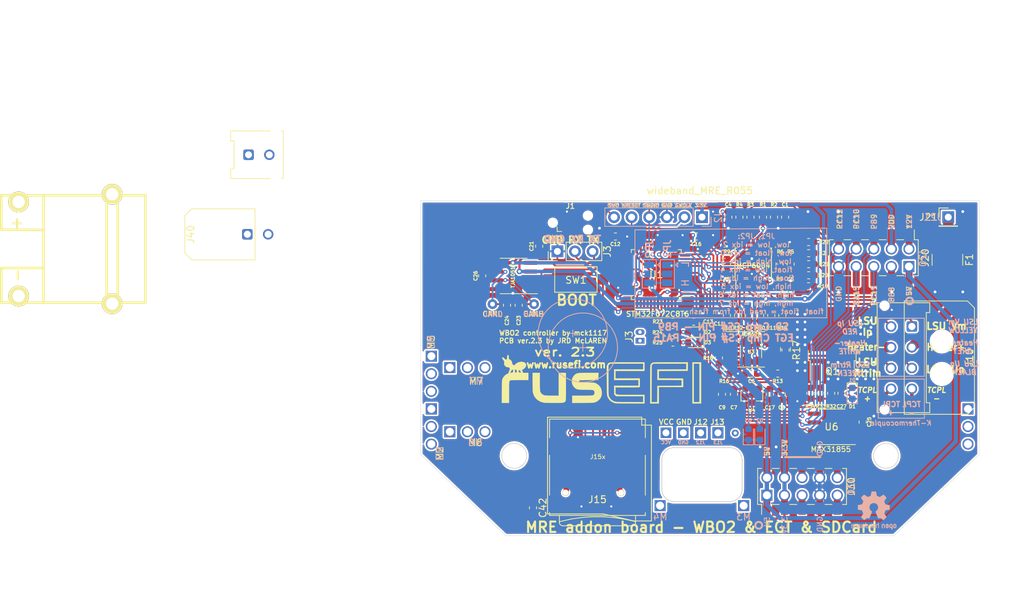
<source format=kicad_pcb>
(kicad_pcb (version 20171130) (host pcbnew 5.1.5+dfsg1-2build2)
  (title_block (title "MRE addon board V2- WBO2 & EGT & SD Card") (date 2022-01-16) (rev V2.3) (company "by JRD McLAREN") (comment 1 STM32F072CBT6))
  (layers (0 F.Cu signal) (31 B.Cu signal) (34 B.Paste user) (35 F.Paste user) (36 B.SilkS user) (37 F.SilkS user) (38 B.Mask user) (39 F.Mask user) (44 Edge.Cuts user))
  (net 0 "")
  (net 1 GND)
  (net 2 "Net-(C1-Pad1)")
  (net 3 "Net-(C2-Pad2)")
  (net 4 LSU_Un)
  (net 5 "Net-(C3-Pad2)")
  (net 6 "Net-(C3-Pad1)")
  (net 7 LSU_Vm)
  (net 8 +3.3V)
  (net 9 VDDA)
  (net 10 +5V)
  (net 11 "Net-(D1-Pad2)")
  (net 12 LSU_Rtrim)
  (net 13 LSU_Ip)
  (net 14 "Net-(Q1-Pad1)")
  (net 15 "Net-(R4-Pad2)")
  (net 16 "Net-(R5-Pad2)")
  (net 17 "Net-(R11-Pad2)")
  (net 18 "Net-(R13-Pad1)")
  (net 19 "Net-(R14-Pad1)")
  (net 20 "Net-(R16-Pad1)")
  (net 21 "Net-(R19-Pad1)")
  (net 22 "Net-(R20-Pad1)")
  (net 23 heater_pwm)
  (net 24 "Net-(U1-Pad27)")
  (net 25 "Net-(U1-Pad26)")
  (net 26 "Net-(U1-Pad25)")
  (net 27 CAN_TX)
  (net 28 CAN_RX)
  (net 29 "Net-(U1-Pad14)")
  (net 30 "Net-(U1-Pad3)")
  (net 31 "Net-(U1-Pad2)")
  (net 32 "Net-(J15-Pad1)")
  (net 33 "Net-(J15-Pad8)")
  (net 34 "Net-(U6-Pad8)")
  (net 35 /mcu_adc_mre_wbo2_v2/Ip_sense)
  (net 36 /mcu_adc_mre_wbo2_v2/nRESET)
  (net 37 /can_fet_egt_sd_v2/CAN_H)
  (net 38 /can_fet_egt_sd_v2/CAN_L)
  (net 39 /can_fet_egt_sd_v2/TCPL-)
  (net 40 /can_fet_egt_sd_v2/TCPL+)
  (net 41 /mcu_adc_mre_wbo2_v2/LED_GREEN)
  (net 42 /mcu_adc_mre_wbo2_v2/LED_BLUE)
  (net 43 /can_fet_egt_sd_v2/LSU_Heater+)
  (net 44 /can_fet_egt_sd_v2/12V_MREL)
  (net 45 /mcu_adc_mre_wbo2_v2/SWDIO)
  (net 46 /mcu_adc_mre_wbo2_v2/SWCLK)
  (net 47 /mcu_adc_mre_wbo2_v2/SWO)
  (net 48 /mcu_adc_mre_wbo2_v2/UART_TX)
  (net 49 /mcu_adc_mre_wbo2_v2/UART_RX)
  (net 50 /can_fet_egt_sd_v2/LSU_Heater-)
  (net 51 /can_fet_egt_sd_v2/PB9)
  (net 52 /can_fet_egt_sd_v2/PC12)
  (net 53 /can_fet_egt_sd_v2/PC10)
  (net 54 /can_fet_egt_sd_v2/PC11)
  (net 55 /can_fet_egt_sd_v2/PA15)
  (net 56 /can_fet_egt_sd_v2/PB8)
  (net 57 /can_fet_egt_sd_v2/NRST)
  (net 58 /can_fet_egt_sd_v2/SWDIO)
  (net 59 /can_fet_egt_sd_v2/SWIM)
  (net 60 /can_fet_egt_sd_v2/SCK)
  (net 61 /mcu_adc_mre_wbo2_v2/SEL_1)
  (net 62 /mcu_adc_mre_wbo2_v2/SEL_2)
  (net 63 /mcu_adc_mre_wbo2_v2/Vm)
  (net 64 /mcu_adc_mre_wbo2_v2/LSU_Un_sense)
  (net 65 /mcu_adc_mre_wbo2_v2/Un_sense)
  (net 66 /mcu_adc_mre_wbo2_v2/Ip_dac)
  (net 67 /mcu_adc_mre_wbo2_v2/Nernst_esr_drive)
  (net 68 /mcu_adc_mre_wbo2_v2/Boot0)
  (net 69 "Net-(U1-Pad46)")
  (net 70 "Net-(U1-Pad45)")
  (net 71 "Net-(U1-Pad40)")
  (net 72 "Net-(U1-Pad39)")
  (net 73 "Net-(U1-Pad38)")
  (net 74 "Net-(U1-Pad28)")
  (net 75 "Net-(U1-Pad22)")
  (net 76 "Net-(U1-Pad21)")
  (net 77 "Net-(U1-Pad20)")
  (net 78 "Net-(U1-Pad18)")
  (net 79 "Net-(U1-Pad15)")
  (net 80 "Net-(U1-Pad6)")
  (net 81 "Net-(U1-Pad5)")
  (net 82 "Net-(U1-Pad4)")
  (net 83 "Net-(D2-Pad2)")
  (net 84 "Net-(D3-Pad2)")
  (module Capacitor_SMD:C_0603_1608Metric (layer F.Cu) (at 135.75 153.65 90)
    (fp_text reference C27 (at -1.9 0 180) (layer F.SilkS) (effects (font (size 0.5 0.5) (thickness 0.125))))
    (fp_text value 100nF)
    (pad 2 smd roundrect (at 0.7875 0 90) (size 0.875 0.95) (layers F.Cu F.Paste F.Mask) (net 1 GND))
    (pad 1 smd roundrect (at -0.7875 0 90) (size 0.875 0.95) (layers F.Cu F.Paste F.Mask) (net 8 +3.3V))
  )
  (module Capacitor_SMD:C_0603_1608Metric (layer F.Cu) (at 127.1 153.8 270)
    (fp_text reference C8 (at 1.9 0 180) (layer F.SilkS) (effects (font (size 0.5 0.5) (thickness 0.125))))
    (fp_text value 100n)
    (pad 2 smd roundrect (at 0.7875 0 270) (size 0.875 0.95) (layers F.Cu F.Paste F.Mask) (net 1 GND))
    (pad 1 smd roundrect (at -0.7875 0 270) (size 0.875 0.95) (layers F.Cu F.Paste F.Mask) (net 10 +5V))
  )
  (module Connector_Molex:Molex_Micro-Fit_3.0_43045-0812_2x04_P3.00mm_Vertical (layer F.Cu) (at 145.9 144 270)
    (fp_text reference J10 (at 4.5 -8.35 90) (layer F.SilkS))
    (fp_text value Molex_Micro-Fit_3.0_43045-0812_2x04_P3.00mm_Vertical)
    (pad 8 thru_hole circle (at 9 3 270) (size 1.5 1.5) (drill 1) (layers *.Cu *.Mask) (net 40 /can_fet_egt_sd_v2/TCPL+))
    (pad 7 thru_hole circle (at 6 3 270) (size 1.5 1.5) (drill 1) (layers *.Cu *.Mask) (net 12 LSU_Rtrim))
    (pad 6 thru_hole circle (at 3 3 270) (size 1.5 1.5) (drill 1) (layers *.Cu *.Mask) (net 50 /can_fet_egt_sd_v2/LSU_Heater-))
    (pad 5 thru_hole circle (at 0 3 270) (size 1.5 1.5) (drill 1) (layers *.Cu *.Mask) (net 13 LSU_Ip))
    (pad 4 thru_hole circle (at 9 0 270) (size 1.5 1.5) (drill 1) (layers *.Cu *.Mask) (net 39 /can_fet_egt_sd_v2/TCPL-))
    (pad 3 thru_hole circle (at 6 0 270) (size 1.5 1.5) (drill 1) (layers *.Cu *.Mask) (net 4 LSU_Un))
    (pad 2 thru_hole circle (at 3 0 270) (size 1.5 1.5) (drill 1) (layers *.Cu *.Mask) (net 43 /can_fet_egt_sd_v2/LSU_Heater+))
    (pad 1 thru_hole roundrect (at 0 0 270) (size 1.5 1.5) (drill 1) (layers *.Cu *.Mask) (roundrect_rratio 0.166667) (net 7 LSU_Vm))
    (pad "" np_thru_hole circle (at 12 3.94 270) (size 1 1) (drill 1) (layers *.Cu *.Mask))
    (pad "" np_thru_hole circle (at -3 3.94 270) (size 1 1) (drill 1) (layers *.Cu *.Mask))
  )
  (module Package_SO:SOIC-8_3.9x4.9mm_P1.27mm (layer F.Cu) (at 134.3 158.5 180)
    (fp_text reference U6 (at 0 0) (layer F.SilkS))
    (fp_text value MAX31855KASA)
    (pad 8 smd roundrect (at 2.475 -1.905 180) (size 1.95 0.6) (layers F.Cu F.Paste F.Mask) (net 34 "Net-(U6-Pad8)"))
    (pad 7 smd roundrect (at 2.475 -0.635 180) (size 1.95 0.6) (layers F.Cu F.Paste F.Mask) (net 54 /can_fet_egt_sd_v2/PC11))
    (pad 6 smd roundrect (at 2.475 0.635 180) (size 1.95 0.6) (layers F.Cu F.Paste F.Mask) (net 55 /can_fet_egt_sd_v2/PA15))
    (pad 5 smd roundrect (at 2.475 1.905 180) (size 1.95 0.6) (layers F.Cu F.Paste F.Mask) (net 53 /can_fet_egt_sd_v2/PC10))
    (pad 4 smd roundrect (at -2.475 1.905 180) (size 1.95 0.6) (layers F.Cu F.Paste F.Mask) (net 8 +3.3V))
    (pad 3 smd roundrect (at -2.475 0.635 180) (size 1.95 0.6) (layers F.Cu F.Paste F.Mask) (net 40 /can_fet_egt_sd_v2/TCPL+))
    (pad 2 smd roundrect (at -2.475 -0.635 180) (size 1.95 0.6) (layers F.Cu F.Paste F.Mask) (net 39 /can_fet_egt_sd_v2/TCPL-))
    (pad 1 smd roundrect (at -2.475 -1.905 180) (size 1.95 0.6) (layers F.Cu F.Paste F.Mask) (net 1 GND))
  )
  (module Connector_Molex:Molex_Micro-Fit_3.0_43045-0800_2x04_P3.00mm_Horizontal (layer F.Cu) (at 145.9 144 270)
    (fp_text reference J10 (at 4.5 -8.35 90) (layer F.SilkS))
    (fp_text value Molex_Micro-Fit_3.0_43045-0800_43045-0812)
    (pad 8 thru_hole circle (at 9 3 270) (size 1.5 1.5) (drill 1.02) (layers *.Cu *.Mask) (net 40 /can_fet_egt_sd_v2/TCPL+))
    (pad 7 thru_hole circle (at 6 3 270) (size 1.5 1.5) (drill 1.02) (layers *.Cu *.Mask) (net 12 LSU_Rtrim))
    (pad 6 thru_hole circle (at 3 3 270) (size 1.5 1.5) (drill 1.02) (layers *.Cu *.Mask) (net 50 /can_fet_egt_sd_v2/LSU_Heater-))
    (pad 5 thru_hole circle (at 0 3 270) (size 1.5 1.5) (drill 1.02) (layers *.Cu *.Mask) (net 13 LSU_Ip))
    (pad 4 thru_hole circle (at 9 0 270) (size 1.5 1.5) (drill 1.02) (layers *.Cu *.Mask) (net 39 /can_fet_egt_sd_v2/TCPL-))
    (pad 3 thru_hole circle (at 6 0 270) (size 1.5 1.5) (drill 1.02) (layers *.Cu *.Mask) (net 4 LSU_Un))
    (pad 2 thru_hole circle (at 3 0 270) (size 1.5 1.5) (drill 1.02) (layers *.Cu *.Mask) (net 43 /can_fet_egt_sd_v2/LSU_Heater+))
    (pad 1 thru_hole roundrect (at 0 0 270) (size 1.5 1.5) (drill 1.02) (layers *.Cu *.Mask) (roundrect_rratio 0.166667) (net 7 LSU_Vm))
    (pad "" np_thru_hole circle (at 6.86 -4.32 270) (size 3 3) (drill 3) (layers *.Cu *.Mask))
    (pad "" np_thru_hole circle (at 2.16 -4.32 270) (size 3 3) (drill 3) (layers *.Cu *.Mask))
  )
  (module Resistor_SMD:R_2816_7142Metric (layer F.Cu) (at 151.03 134.366 270)
    (fp_text reference F1 (at 0 -3.18 90) (layer F.SilkS))
    (fp_text value "Polyfuse 2A")
    (pad 2 smd roundrect (at 2.5125 0 270) (size 3.025 4.45) (layers F.Cu F.Paste F.Mask) (roundrect_rratio 0.082645) (net 43 /can_fet_egt_sd_v2/LSU_Heater+))
    (pad 1 smd roundrect (at -2.5125 0 270) (size 3.025 4.45) (layers F.Cu F.Paste F.Mask) (roundrect_rratio 0.082645) (net 44 /can_fet_egt_sd_v2/12V_MREL))
  )
  (module rusefi_lib:MICRO-SDCARD-CONNECTOR-3300060P1 (layer F.Cu) (at 100.8 164.6 270)
    (fp_text reference J15x (at -1.778 0.254) (layer F.SilkS) (effects (font (size 0.635 0.635) (thickness 0.1016))))
    (fp_text value MICRO-SDCARD-CONNECTOR-3300060P1 hide)
    (pad "" thru_hole circle (at 3.407 -3.114 270) (size 0.889 0.889) (drill 0.762) (layers *.Cu *.Mask F.SilkS))
    (pad "" thru_hole circle (at 3.407 4.886 270) (size 0.889 0.889) (drill 0.762) (layers *.Cu *.Mask F.SilkS))
    (pad G4 smd rect (at -7.101 -6.895 270) (size 1.524 1.524) (layers F.Cu F.Paste F.Mask) (net 1 GND))
    (pad G3 smd rect (at 2.88 -7.714 270) (size 2.032 1.524) (layers F.Cu F.Paste F.Mask) (net 1 GND))
    (pad G2 smd rect (at 2.88 7.686 270) (size 2.032 1.524) (layers F.Cu F.Paste F.Mask) (net 1 GND))
    (pad G1 smd rect (at -6.893 8.032 270) (size 1.524 1.016) (layers F.Cu F.Paste F.Mask) (net 1 GND))
    (pad 9 smd rect (at -7.493 6.432 270) (size 1.524 0.762) (layers F.Cu F.Paste F.Mask))
    (pad 8 smd rect (at -7.493 5.332 270) (size 1.524 0.762) (layers F.Cu F.Paste F.Mask))
    (pad 7 smd rect (at -7.493 4.232 270) (size 1.524 0.762) (layers F.Cu F.Paste F.Mask) (net 54 /can_fet_egt_sd_v2/PC11))
    (pad 6 smd rect (at -7.493 3.132 270) (size 1.524 0.762) (layers F.Cu F.Paste F.Mask) (net 1 GND))
    (pad 5 smd rect (at -7.493 2.032 270) (size 1.524 0.762) (layers F.Cu F.Paste F.Mask) (net 53 /can_fet_egt_sd_v2/PC10))
    (pad 4 smd rect (at -7.493 0.932 270) (size 1.524 0.762) (layers F.Cu F.Paste F.Mask) (net 8 +3.3V))
    (pad 3 smd rect (at -7.493 -0.168 270) (size 1.524 0.762) (layers F.Cu F.Paste F.Mask) (net 52 /can_fet_egt_sd_v2/PC12))
    (pad 2 smd rect (at -7.493 -1.268 270) (size 1.524 0.762) (layers F.Cu F.Paste F.Mask) (net 51 /can_fet_egt_sd_v2/PB9))
    (pad 1 smd rect (at -7.493 -2.368 270) (size 1.524 0.762) (layers F.Cu F.Paste F.Mask))
  )
  (module rusefi_lib:tcpl_PCC-SMP (layer F.Cu) (at 23.7 132.8)
    (fp_text reference J41 hide)
    (fp_text value CONN_Sparkfun hide)
    (fp_text user + (at -6.985 -3.81) (layer F.SilkS) (effects (font (size 1.524 1.524) (thickness 0.3048))))
    (fp_text user - (at -6.985 3.81 90) (layer F.SilkS) (effects (font (size 1.524 1.524) (thickness 0.3048))))
    (pad 1 thru_hole circle (at -6.74878 6.79958) (size 2.99974 2.99974) (drill 1.77038) (layers *.Cu *.Mask F.SilkS) (net 39 /can_fet_egt_sd_v2/TCPL-))
    (pad 2 thru_hole circle (at -6.74878 -6.79958) (size 2.99974 2.99974) (drill 1.77038) (layers *.Cu *.Mask F.SilkS) (net 40 /can_fet_egt_sd_v2/TCPL+))
    (pad M thru_hole circle (at 6.74878 7.8994) (size 2.99974 2.99974) (drill 1.77038) (layers *.Cu *.Mask F.SilkS))
    (pad M thru_hole circle (at 6.74878 -7.8994) (size 2.99974 2.99974) (drill 1.77038) (layers *.Cu *.Mask F.SilkS))
  )
  (module LED_SMD:LED_0603_1608Metric (layer B.Cu) (at 137.3 153.65 90)
    (fp_text reference D1 (at 1.9 0) (layer B.SilkS) (effects (font (size 0.5 0.5) (thickness 0.125)) (justify mirror)))
    (fp_text value RED)
    (pad 1 smd roundrect (at -0.7875 0 90) (size 0.875 0.95) (layers B.Cu B.Paste B.Mask) (net 1 GND))
    (pad 2 smd roundrect (at 0.7875 0 90) (size 0.875 0.95) (layers B.Cu B.Paste B.Mask) (net 11 "Net-(D1-Pad2)"))
  )
  (module LED_SMD:LED_0603_1608Metric (layer B.Cu) (at 122.3 159.6 90)
    (fp_text reference D3 (at 2 0) (layer B.SilkS) (effects (font (size 0.5 0.5) (thickness 0.125)) (justify mirror)))
    (fp_text value BLUE)
    (pad 1 smd roundrect (at -0.7875 0 90) (size 0.875 0.95) (layers B.Cu B.Paste B.Mask) (net 1 GND))
    (pad 2 smd roundrect (at 0.7875 0 90) (size 0.875 0.95) (layers B.Cu B.Paste B.Mask) (net 84 "Net-(D3-Pad2)"))
  )
  (module LED_SMD:LED_0603_1608Metric (layer B.Cu) (at 123.95 159.6 90)
    (fp_text reference D2 (at 2 0) (layer B.SilkS) (effects (font (size 0.5 0.5) (thickness 0.125)) (justify mirror)))
    (fp_text value GREEN)
    (pad 1 smd roundrect (at -0.7875 0 90) (size 0.875 0.95) (layers B.Cu B.Paste B.Mask) (net 1 GND))
    (pad 2 smd roundrect (at 0.7875 0 90) (size 0.875 0.95) (layers B.Cu B.Paste B.Mask) (net 83 "Net-(D2-Pad2)"))
  )
  (module Package_SO:SO-8_3.9x4.9mm_P1.27mm (layer F.Cu) (at 122.7 147.3)
    (fp_text reference U3 hide)
    (fp_text value SO-8_3.9x4.9mm_P1.27mm)
    (pad 8 smd roundrect (at 2.575 -1.905) (size 1.75 0.6) (layers F.Cu F.Paste F.Mask) (net 1 GND))
    (pad 7 smd roundrect (at 2.575 -0.635) (size 1.75 0.6) (layers F.Cu F.Paste F.Mask) (net 8 +3.3V))
    (pad 6 smd roundrect (at 2.575 0.635) (size 1.75 0.6) (layers F.Cu F.Paste F.Mask) (net 20 "Net-(R16-Pad1)"))
    (pad 5 smd roundrect (at 2.575 1.905) (size 1.75 0.6) (layers F.Cu F.Paste F.Mask))
    (pad 4 smd roundrect (at -2.575 1.905) (size 1.75 0.6) (layers F.Cu F.Paste F.Mask) (net 1 GND))
    (pad 3 smd roundrect (at -2.575 0.635) (size 1.75 0.6) (layers F.Cu F.Paste F.Mask) (net 19 "Net-(R14-Pad1)"))
    (pad 2 smd roundrect (at -2.575 -0.635) (size 1.75 0.6) (layers F.Cu F.Paste F.Mask) (net 18 "Net-(R13-Pad1)"))
    (pad 1 smd roundrect (at -2.575 -1.905) (size 1.75 0.6) (layers F.Cu F.Paste F.Mask))
  )
  (module Capacitor_SMD:C_0603_1608Metric (layer F.Cu) (at 92.1 132.4 90)
    (fp_text reference C21 (at 0 -1.1 90) (layer F.SilkS) (effects (font (size 0.5 0.5) (thickness 0.125))))
    (fp_text value 100nF)
    (pad 2 smd roundrect (at 0.7875 0 90) (size 0.875 0.95) (layers F.Cu F.Paste F.Mask) (net 10 +5V))
    (pad 1 smd roundrect (at -0.7875 0 90) (size 0.875 0.95) (layers F.Cu F.Paste F.Mask) (net 1 GND))
  )
  (module Package_QFP:LQFP-48_7x7mm_P0.5mm (layer F.Cu) (at 109 136.5 180)
    (fp_text reference U1 (at 0 0) (layer F.SilkS))
    (fp_text value STM32F072CBUx)
    (pad 48 smd roundrect (at -2.75 -4.1625 180) (size 0.3 1.475) (layers F.Cu F.Paste F.Mask) (net 8 +3.3V))
    (pad 47 smd roundrect (at -2.25 -4.1625 180) (size 0.3 1.475) (layers F.Cu F.Paste F.Mask) (net 1 GND))
    (pad 46 smd roundrect (at -1.75 -4.1625 180) (size 0.3 1.475) (layers F.Cu F.Paste F.Mask) (net 69 "Net-(U1-Pad46)"))
    (pad 45 smd roundrect (at -1.25 -4.1625 180) (size 0.3 1.475) (layers F.Cu F.Paste F.Mask) (net 70 "Net-(U1-Pad45)"))
    (pad 44 smd roundrect (at -0.75 -4.1625 180) (size 0.3 1.475) (layers F.Cu F.Paste F.Mask) (net 68 /mcu_adc_mre_wbo2_v2/Boot0))
    (pad 43 smd roundrect (at -0.25 -4.1625 180) (size 0.3 1.475) (layers F.Cu F.Paste F.Mask) (net 67 /mcu_adc_mre_wbo2_v2/Nernst_esr_drive))
    (pad 42 smd roundrect (at 0.25 -4.1625 180) (size 0.3 1.475) (layers F.Cu F.Paste F.Mask) (net 41 /mcu_adc_mre_wbo2_v2/LED_GREEN))
    (pad 41 smd roundrect (at 0.75 -4.1625 180) (size 0.3 1.475) (layers F.Cu F.Paste F.Mask) (net 42 /mcu_adc_mre_wbo2_v2/LED_BLUE))
    (pad 40 smd roundrect (at 1.25 -4.1625 180) (size 0.3 1.475) (layers F.Cu F.Paste F.Mask) (net 71 "Net-(U1-Pad40)"))
    (pad 39 smd roundrect (at 1.75 -4.1625 180) (size 0.3 1.475) (layers F.Cu F.Paste F.Mask) (net 72 "Net-(U1-Pad39)"))
    (pad 38 smd roundrect (at 2.25 -4.1625 180) (size 0.3 1.475) (layers F.Cu F.Paste F.Mask) (net 73 "Net-(U1-Pad38)"))
    (pad 37 smd roundrect (at 2.75 -4.1625 180) (size 0.3 1.475) (layers F.Cu F.Paste F.Mask) (net 46 /mcu_adc_mre_wbo2_v2/SWCLK))
    (pad 36 smd roundrect (at 4.1625 -2.75 180) (size 1.475 0.3) (layers F.Cu F.Paste F.Mask) (net 8 +3.3V))
    (pad 35 smd roundrect (at 4.1625 -2.25 180) (size 1.475 0.3) (layers F.Cu F.Paste F.Mask) (net 1 GND))
    (pad 34 smd roundrect (at 4.1625 -1.75 180) (size 1.475 0.3) (layers F.Cu F.Paste F.Mask) (net 45 /mcu_adc_mre_wbo2_v2/SWDIO))
    (pad 33 smd roundrect (at 4.1625 -1.25 180) (size 1.475 0.3) (layers F.Cu F.Paste F.Mask) (net 27 CAN_TX))
    (pad 32 smd roundrect (at 4.1625 -0.75 180) (size 1.475 0.3) (layers F.Cu F.Paste F.Mask) (net 28 CAN_RX))
    (pad 31 smd roundrect (at 4.1625 -0.25 180) (size 1.475 0.3) (layers F.Cu F.Paste F.Mask) (net 49 /mcu_adc_mre_wbo2_v2/UART_RX))
    (pad 30 smd roundrect (at 4.1625 0.25 180) (size 1.475 0.3) (layers F.Cu F.Paste F.Mask) (net 48 /mcu_adc_mre_wbo2_v2/UART_TX))
    (pad 29 smd roundrect (at 4.1625 0.75 180) (size 1.475 0.3) (layers F.Cu F.Paste F.Mask) (net 62 /mcu_adc_mre_wbo2_v2/SEL_2))
    (pad 28 smd roundrect (at 4.1625 1.25 180) (size 1.475 0.3) (layers F.Cu F.Paste F.Mask) (net 74 "Net-(U1-Pad28)"))
    (pad 27 smd roundrect (at 4.1625 1.75 180) (size 1.475 0.3) (layers F.Cu F.Paste F.Mask) (net 24 "Net-(U1-Pad27)"))
    (pad 26 smd roundrect (at 4.1625 2.25 180) (size 1.475 0.3) (layers F.Cu F.Paste F.Mask) (net 25 "Net-(U1-Pad26)"))
    (pad 25 smd roundrect (at 4.1625 2.75 180) (size 1.475 0.3) (layers F.Cu F.Paste F.Mask) (net 26 "Net-(U1-Pad25)"))
    (pad 24 smd roundrect (at 2.75 4.1625 180) (size 0.3 1.475) (layers F.Cu F.Paste F.Mask) (net 8 +3.3V))
    (pad 23 smd roundrect (at 2.25 4.1625 180) (size 0.3 1.475) (layers F.Cu F.Paste F.Mask) (net 1 GND))
    (pad 22 smd roundrect (at 1.75 4.1625 180) (size 0.3 1.475) (layers F.Cu F.Paste F.Mask) (net 75 "Net-(U1-Pad22)"))
    (pad 21 smd roundrect (at 1.25 4.1625 180) (size 0.3 1.475) (layers F.Cu F.Paste F.Mask) (net 76 "Net-(U1-Pad21)"))
    (pad 20 smd roundrect (at 0.75 4.1625 180) (size 0.3 1.475) (layers F.Cu F.Paste F.Mask) (net 77 "Net-(U1-Pad20)"))
    (pad 19 smd roundrect (at 0.25 4.1625 180) (size 0.3 1.475) (layers F.Cu F.Paste F.Mask) (net 61 /mcu_adc_mre_wbo2_v2/SEL_1))
    (pad 18 smd roundrect (at -0.25 4.1625 180) (size 0.3 1.475) (layers F.Cu F.Paste F.Mask) (net 78 "Net-(U1-Pad18)"))
    (pad 17 smd roundrect (at -0.75 4.1625 180) (size 0.3 1.475) (layers F.Cu F.Paste F.Mask) (net 23 heater_pwm))
    (pad 16 smd roundrect (at -1.25 4.1625 180) (size 0.3 1.475) (layers F.Cu F.Paste F.Mask) (net 66 /mcu_adc_mre_wbo2_v2/Ip_dac))
    (pad 15 smd roundrect (at -1.75 4.1625 180) (size 0.3 1.475) (layers F.Cu F.Paste F.Mask) (net 79 "Net-(U1-Pad15)"))
    (pad 14 smd roundrect (at -2.25 4.1625 180) (size 0.3 1.475) (layers F.Cu F.Paste F.Mask) (net 29 "Net-(U1-Pad14)"))
    (pad 13 smd roundrect (at -2.75 4.1625 180) (size 0.3 1.475) (layers F.Cu F.Paste F.Mask) (net 63 /mcu_adc_mre_wbo2_v2/Vm))
    (pad 12 smd roundrect (at -4.1625 2.75 180) (size 1.475 0.3) (layers F.Cu F.Paste F.Mask) (net 35 /mcu_adc_mre_wbo2_v2/Ip_sense))
    (pad 11 smd roundrect (at -4.1625 2.25 180) (size 1.475 0.3) (layers F.Cu F.Paste F.Mask) (net 7 LSU_Vm))
    (pad 10 smd roundrect (at -4.1625 1.75 180) (size 1.475 0.3) (layers F.Cu F.Paste F.Mask) (net 65 /mcu_adc_mre_wbo2_v2/Un_sense))
    (pad 9 smd roundrect (at -4.1625 1.25 180) (size 1.475 0.3) (layers F.Cu F.Paste F.Mask) (net 9 VDDA))
    (pad 8 smd roundrect (at -4.1625 0.75 180) (size 1.475 0.3) (layers F.Cu F.Paste F.Mask) (net 1 GND))
    (pad 7 smd roundrect (at -4.1625 0.25 180) (size 1.475 0.3) (layers F.Cu F.Paste F.Mask) (net 36 /mcu_adc_mre_wbo2_v2/nRESET))
    (pad 6 smd roundrect (at -4.1625 -0.25 180) (size 1.475 0.3) (layers F.Cu F.Paste F.Mask) (net 80 "Net-(U1-Pad6)"))
    (pad 5 smd roundrect (at -4.1625 -0.75 180) (size 1.475 0.3) (layers F.Cu F.Paste F.Mask) (net 81 "Net-(U1-Pad5)"))
    (pad 4 smd roundrect (at -4.1625 -1.25 180) (size 1.475 0.3) (layers F.Cu F.Paste F.Mask) (net 82 "Net-(U1-Pad4)"))
    (pad 3 smd roundrect (at -4.1625 -1.75 180) (size 1.475 0.3) (layers F.Cu F.Paste F.Mask) (net 30 "Net-(U1-Pad3)"))
    (pad 2 smd roundrect (at -4.1625 -2.25 180) (size 1.475 0.3) (layers F.Cu F.Paste F.Mask) (net 31 "Net-(U1-Pad2)"))
    (pad 1 smd roundrect (at -4.1625 -2.75 180) (size 1.475 0.3) (layers F.Cu F.Paste F.Mask) (net 8 +3.3V))
  )
  (module Connector_PinHeader_2.54mm:PinHeader_1x01_P2.54mm_Vertical (layer F.Cu) (at 151.15 128.2)
    (fp_text reference J21 (at -2.85 0) (layer F.SilkS))
    (fp_text value "Soldering PAD for 12V_MREL")
    (pad 1 thru_hole rect (at 0 0) (size 1.7 1.7) (drill 1) (layers *.Cu *.Mask) (net 44 /can_fet_egt_sd_v2/12V_MREL))
  )
  (module Connector_Molex:Molex_Micro-Fit_3.0_43045-0212_2x01_P3.00mm_Vertical (layer F.Cu) (at 50.14 119.19 90)
    (fp_text reference J40x hide)
    (fp_text value Molex_Micro-Fit_3.0_43045-0212_2x01_P3.00mm_Vertical)
    (pad 2 thru_hole circle (at 0 3 90) (size 1.5 1.5) (drill 1) (layers *.Cu *.Mask) (net 39 /can_fet_egt_sd_v2/TCPL-))
    (pad 1 thru_hole roundrect (at 0 0 90) (size 1.5 1.5) (drill 1) (layers *.Cu *.Mask) (roundrect_rratio 0.167) (net 40 /can_fet_egt_sd_v2/TCPL+))
    (pad "" np_thru_hole circle (at 3 3.94 90) (size 1 1) (drill 1) (layers *.Cu *.Mask))
    (pad "" np_thru_hole circle (at -3 3.94 90) (size 1 1) (drill 1) (layers *.Cu *.Mask))
  )
  (module Connector_Molex:Molex_Micro-Fit_3.0_43045-0200_2x01_P3.00mm_Horizontal (layer F.Cu) (at 49.97 130.68 90)
    (fp_text reference J40 (at 0 -8.2 90) (layer F.SilkS))
    (fp_text value CONN_Molex)
    (pad 2 thru_hole circle (at 0 3 90) (size 1.5 1.5) (drill 1.02) (layers *.Cu *.Mask) (net 39 /can_fet_egt_sd_v2/TCPL-))
    (pad 1 thru_hole roundrect (at 0 0 90) (size 1.5 1.5) (drill 1.02) (layers *.Cu *.Mask) (roundrect_rratio 0.166667) (net 40 /can_fet_egt_sd_v2/TCPL+))
    (pad "" np_thru_hole circle (at 0 -4.32 90) (size 3 3) (drill 3) (layers *.Cu *.Mask))
  )
  (module Capacitor_SMD:C_0603_1608Metric (layer F.Cu) (at 83.87 136.68 270)
    (fp_text reference C26 (at 0 0.95 270) (layer F.SilkS) (effects (font (size 0.5 0.5) (thickness 0.125))))
    (fp_text value 100nF)
    (pad 2 smd roundrect (at 0.7875 0 270) (size 0.875 0.95) (layers F.Cu F.Paste F.Mask) (net 1 GND))
    (pad 1 smd roundrect (at -0.7875 0 270) (size 0.875 0.95) (layers F.Cu F.Paste F.Mask) (net 8 +3.3V))
  )
  (module Capacitor_SMD:C_0603_1608Metric (layer F.Cu) (at 138.8 157.8125 270)
    (fp_text reference C25 (at -0.0125 -0.95 90) (layer F.SilkS) (effects (font (size 0.5 0.5) (thickness 0.125))))
    (fp_text value 10nF)
    (pad 2 smd roundrect (at 0.7875 0 270) (size 0.875 0.95) (layers F.Cu F.Paste F.Mask) (net 39 /can_fet_egt_sd_v2/TCPL-))
    (pad 1 smd roundrect (at -0.7875 0 270) (size 0.875 0.95) (layers F.Cu F.Paste F.Mask) (net 40 /can_fet_egt_sd_v2/TCPL+))
  )
  (module rusefi_lib:wideband_MRE_R055 (layer B.Cu) (at 115.2906 148.7678 180)
    (fp_text reference U0 hide)
    (fp_text value wideband_MRE_R055 (at 0 24.384 180) (layer F.SilkS))
    (fp_text user J13 (at -2.53492 -9.02956 180) (layer F.SilkS) (effects (font (size 0.75 0.75))))
    (fp_text user J13 (at -2.628 -11.969 180) (layer B.SilkS) (effects (font (size 0.5 0.5) (thickness 0.125)) (justify mirror)))
    (fp_text user J12 (at -0.11684 -9.02956 180) (layer F.SilkS) (effects (font (size 0.75 0.75))))
    (fp_text user J12 (at -0.088 -11.969 180) (layer B.SilkS) (effects (font (size 0.5 0.5) (thickness 0.125)) (justify mirror)))
    (fp_text user GND (at -17.34058 -23.80226 270) (layer B.SilkS) (effects (font (size 0.75 0.75) (thickness 0.13)) (justify mirror)))
    (fp_text user 3.3V (at -12.26058 -12.75326 270) (layer B.SilkS) (effects (font (size 0.75 0.75) (thickness 0.13)) (justify mirror)))
    (fp_text user GND (at -17.34058 -12.88026 270) (layer B.SilkS) (effects (font (size 0.75 0.75) (thickness 0.13)) (justify mirror)))
    (fp_text user 3.3V (at -12.26058 -23.92926 270) (layer B.SilkS) (effects (font (size 0.75 0.75) (thickness 0.13)) (justify mirror)))
    (fp_text user 5V (at -9.72058 -13.26126 270) (layer B.SilkS) (effects (font (size 0.75 0.75) (thickness 0.13)) (justify mirror)))
    (fp_text user J30 (at -21.86178 -18.34126 90) (layer F.SilkS))
    (fp_text user 5V (at -9.72058 -23.42126 270) (layer B.SilkS) (effects (font (size 0.75 0.75) (thickness 0.13)) (justify mirror)))
    (fp_text user 3.3V (at -12.26058 -12.75326 270) (layer F.SilkS) (effects (font (size 0.75 0.75) (thickness 0.13))))
    (fp_text user 5V (at -9.72058 -13.26126 270) (layer F.SilkS) (effects (font (size 0.75 0.75) (thickness 0.13))))
    (fp_text user J30 (at -21.86178 -18.34126 90) (layer B.SilkS) (effects (justify mirror)))
    (fp_text user PC11 (at -25.146 9.2406 270) (layer B.SilkS) (effects (font (size 0.75 0.75) (thickness 0.13)) (justify mirror)))
    (fp_text user PB8 (at -27.686 9.3676 270) (layer B.SilkS) (effects (font (size 0.75 0.75) (thickness 0.13)) (justify mirror)))
    (fp_text user 12V (at -30.226 19.9086 270) (layer B.SilkS) (effects (font (size 0.75 0.75) (thickness 0.13)) (justify mirror)))
    (fp_text user PA15 (at -22.606 9.2406 270) (layer B.SilkS) (effects (font (size 0.75 0.75) (thickness 0.13)) (justify mirror)))
    (fp_text user PC12 (at -20.193 20.2896 270) (layer B.SilkS) (effects (font (size 0.75 0.75) (thickness 0.13)) (justify mirror)))
    (fp_text user PC10 (at -22.606 20.2896 270) (layer B.SilkS) (effects (font (size 0.75 0.75) (thickness 0.13)) (justify mirror)))
    (fp_text user PB9 (at -25.146 19.9086 270) (layer B.SilkS) (effects (font (size 0.75 0.75) (thickness 0.13)) (justify mirror)))
    (fp_text user VDD (at -27.686 19.9086 270) (layer B.SilkS) (effects (font (size 0.75 0.75) (thickness 0.13)) (justify mirror)))
    (fp_text user GND (at -20.066 9.4946 270) (layer B.SilkS) (effects (font (size 0.75 0.75) (thickness 0.13)) (justify mirror)))
    (fp_text user 5V (at -30.226 9.8756 270) (layer B.SilkS) (effects (font (size 0.75 0.75) (thickness 0.13)) (justify mirror)))
    (fp_text user M7 (at 32.2906 -3.1322 180) (layer F.SilkS))
    (fp_text user J3 (at 10.2106 3.2978 90) (layer F.SilkS))
    (fp_text user M2 (at 37.5412 -13.5686 90) (layer F.SilkS))
    (fp_text user M5 (at 38.7858 2.5096 90) (layer F.SilkS))
    (fp_text user M6 (at 32.4104 -11.9938 180) (layer F.SilkS))
    (fp_text user GND (at -20.066 9.4946 270) (layer F.SilkS) (effects (font (size 0.75 0.75) (thickness 0.13))))
    (fp_text user 5V (at -30.226 9.8756 270) (layer F.SilkS) (effects (font (size 0.75 0.75) (thickness 0.13))))
    (fp_text user PC11 (at -25.146 9.2406 270) (layer F.SilkS) (effects (font (size 0.75 0.75) (thickness 0.13))))
    (fp_text user PB8 (at -27.686 9.3676 270) (layer F.SilkS) (effects (font (size 0.75 0.75) (thickness 0.13))))
    (fp_text user PA15 (at -22.606 9.2406 270) (layer F.SilkS) (effects (font (size 0.75 0.75) (thickness 0.13))))
    (fp_text user PC12 (at -20.193 20.2896 270) (layer F.SilkS) (effects (font (size 0.75 0.75) (thickness 0.13))))
    (fp_text user PC10 (at -22.606 20.2896 270) (layer F.SilkS) (effects (font (size 0.75 0.75) (thickness 0.13))))
    (fp_text user PB9 (at -25.146 19.9086 270) (layer F.SilkS) (effects (font (size 0.75 0.75) (thickness 0.13))))
    (fp_text user VDD (at -27.686 19.9086 270) (layer F.SilkS) (effects (font (size 0.75 0.75) (thickness 0.13))))
    (fp_text user 12V (at -30.226 19.9086 270) (layer F.SilkS) (effects (font (size 0.75 0.75) (thickness 0.13))))
    (fp_text user M2 (at 37.5412 -13.5686 90) (layer B.SilkS) (effects (justify mirror)))
    (fp_text user M5 (at 38.7858 2.5096 90) (layer B.SilkS) (effects (justify mirror)))
    (fp_text user M7 (at 32.2906 -3.1322 180) (layer B.SilkS) (effects (justify mirror)))
    (fp_text user M6 (at 32.4104 -11.9938 180) (layer B.SilkS) (effects (justify mirror)))
    (fp_text user M4 (at 5.7286 -22.7386 180) (layer B.SilkS) (effects (justify mirror)))
    (fp_text user M3 (at -6.311 -22.7386 180) (layer B.SilkS) (effects (justify mirror)))
    (fp_text user J20 (at -32.2072 14.7016 90) (layer B.SilkS) (effects (justify mirror)))
    (fp_text user GND (at 2.39 -11.969 180) (layer B.SilkS) (effects (font (size 0.5 0.5) (thickness 0.125)) (justify mirror)))
    (fp_text user VCC (at 4.89 -11.969 180) (layer B.SilkS) (effects (font (size 0.5 0.5) (thickness 0.125)) (justify mirror)))
    (fp_text user VCC (at 4.826 -9.022 180) (layer F.SilkS) (effects (font (size 0.75 0.75))))
    (fp_text user GND (at 2.286 -9.022 180) (layer F.SilkS) (effects (font (size 0.75 0.75))))
    (fp_text user CANH (at 24.003 6.5678 180) (layer B.SilkS) (effects (font (size 0.75 0.75)) (justify mirror)))
    (fp_text user CANL (at 29.845 6.5678 180) (layer B.SilkS) (effects (font (size 0.75 0.75)) (justify mirror)))
    (fp_text user CANL (at 29.972 6.5678 180) (layer F.SilkS) (effects (font (size 0.75 0.75))))
    (fp_text user CANH (at 24.003 6.5678 180) (layer F.SilkS) (effects (font (size 0.75 0.75))))
    (pad J13 thru_hole rect (at -2.61 -10.593 270) (size 1.6 1.6) (drill 1) (layers *.Cu *.Mask))
    (pad J12 thru_hole rect (at -0.11 -10.593 270) (size 1.6 1.6) (drill 1) (layers *.Cu *.Mask))
    (pad J204 thru_hole circle (at -12.22248 -17.07126 270) (size 1.6 1.6) (drill 1.15) (layers *.Cu *.Mask) (net 8 +3.3V))
    (pad J206 thru_hole circle (at -14.76248 -17.07126 270) (size 1.6 1.6) (drill 1.15) (layers *.Cu *.Mask) (net 59 /can_fet_egt_sd_v2/SWIM))
    (pad J210 thru_hole circle (at -19.84248 -17.07126 270) (size 1.6 1.6) (drill 1.15) (layers *.Cu *.Mask) (net 57 /can_fet_egt_sd_v2/NRST))
    (pad J209 thru_hole circle (at -19.84248 -19.61126 270) (size 1.6 1.6) (drill 1.15) (layers *.Cu *.Mask) (net 58 /can_fet_egt_sd_v2/SWDIO))
    (pad J205 thru_hole circle (at -14.76248 -19.61126 270) (size 1.6 1.6) (drill 1.15) (layers *.Cu *.Mask) (net 60 /can_fet_egt_sd_v2/SCK))
    (pad J207 thru_hole circle (at -17.30248 -19.61126 270) (size 1.6 1.6) (drill 1.15) (layers *.Cu *.Mask) (net 1 GND))
    (pad J203 thru_hole circle (at -12.22248 -19.61126 270) (size 1.6 1.6) (drill 1.15) (layers *.Cu *.Mask) (net 8 +3.3V))
    (pad J208 thru_hole circle (at -17.30248 -17.07126 270) (size 1.6 1.6) (drill 1.15) (layers *.Cu *.Mask) (net 1 GND))
    (pad J202 thru_hole circle (at -9.68248 -17.07126 270) (size 1.6 1.6) (drill 1.15) (layers *.Cu *.Mask) (net 10 +5V))
    (pad J201 thru_hole rect (at -9.68248 -19.61126 270) (size 1.6 1.6) (drill 1.15) (layers *.Cu *.Mask) (net 10 +5V))
    (pad M11 thru_hole rect (at -38.7096 -7.1424 270) (size 1.6 1.6) (drill 1.15) (layers *.Cu *.Mask))
    (pad M12 thru_hole circle (at -38.7096 -9.6824 270) (size 1.6 1.6) (drill 1.15) (layers *.Cu *.Mask))
    (pad M13 thru_hole circle (at -38.7096 -12.2224 270) (size 1.6 1.6) (drill 1.15) (layers *.Cu *.Mask))
    (pad M3 thru_hole rect (at -6.3246 -21.1124 270) (size 1.6 1.6) (drill 1.15) (layers *.Cu *.Mask))
    (pad M4 thru_hole rect (at 5.7404 -21.1124 270) (size 1.6 1.6) (drill 1.15) (layers *.Cu *.Mask))
    (pad M21 thru_hole rect (at 38.7604 -7.1424 270) (size 1.6 1.6) (drill 1.15) (layers *.Cu *.Mask))
    (pad M22 thru_hole circle (at 38.7604 -9.6824 270) (size 1.6 1.6) (drill 1.15) (layers *.Cu *.Mask))
    (pad M23 thru_hole circle (at 38.7604 -12.2224 270) (size 1.6 1.6) (drill 1.15) (layers *.Cu *.Mask))
    (pad M51 thru_hole rect (at 38.7604 0.4776 270) (size 1.6 1.6) (drill 1.15) (layers *.Cu *.Mask))
    (pad M52 thru_hole circle (at 38.7604 -2.0624 270) (size 1.6 1.6) (drill 1.15) (layers *.Cu *.Mask))
    (pad M53 thru_hole circle (at 38.7604 -4.6024 270) (size 1.6 1.6) (drill 1.15) (layers *.Cu *.Mask))
    (pad M61 thru_hole rect (at 36.0934 -10.4444 270) (size 1.6 1.6) (drill 1.15) (layers *.Cu *.Mask))
    (pad M62 thru_hole circle (at 33.5534 -10.4444 270) (size 1.6 1.6) (drill 1.15) (layers *.Cu *.Mask))
    (pad M63 thru_hole circle (at 31.0134 -10.4444 270) (size 1.6 1.6) (drill 1.15) (layers *.Cu *.Mask))
    (pad M71 thru_hole rect (at 36.0934 -1.1734 270) (size 1.6 1.6) (drill 1.15) (layers *.Cu *.Mask))
    (pad M72 thru_hole circle (at 33.5534 -1.1734 270) (size 1.6 1.6) (drill 1.15) (layers *.Cu *.Mask))
    (pad M73 thru_hole circle (at 31.0134 -1.1734 270) (size 1.6 1.6) (drill 1.15) (layers *.Cu *.Mask))
    (pad J801 thru_hole rect (at -30.1879 13.4316 270) (size 1.6 1.6) (drill 1.15) (layers *.Cu *.Mask) (net 10 +5V))
    (pad J803 thru_hole circle (at -27.6479 13.4316 270) (size 1.6 1.6) (drill 1.15) (layers *.Cu *.Mask) (net 56 /can_fet_egt_sd_v2/PB8))
    (pad J805 thru_hole circle (at -25.1079 13.4316 270) (size 1.6 1.6) (drill 1.15) (layers *.Cu *.Mask) (net 54 /can_fet_egt_sd_v2/PC11))
    (pad J807 thru_hole circle (at -22.5679 13.4316 270) (size 1.6 1.6) (drill 1.15) (layers *.Cu *.Mask) (net 55 /can_fet_egt_sd_v2/PA15))
    (pad J809 thru_hole circle (at -20.0279 13.4316 270) (size 1.6 1.6) (drill 1.15) (layers *.Cu *.Mask) (net 1 GND))
    (pad J802 thru_hole circle (at -30.1879 15.9716 270) (size 1.6 1.6) (drill 1.15) (layers *.Cu *.Mask) (net 44 /can_fet_egt_sd_v2/12V_MREL))
    (pad J804 thru_hole circle (at -27.6479 15.9716 270) (size 1.6 1.6) (drill 1.15) (layers *.Cu *.Mask) (net 8 +3.3V))
    (pad J806 thru_hole circle (at -25.1079 15.9716 270) (size 1.6 1.6) (drill 1.15) (layers *.Cu *.Mask) (net 51 /can_fet_egt_sd_v2/PB9))
    (pad J808 thru_hole circle (at -22.5679 15.9716 270) (size 1.6 1.6) (drill 1.15) (layers *.Cu *.Mask) (net 53 /can_fet_egt_sd_v2/PC10))
    (pad J810 thru_hole circle (at -20.0279 15.9716 270) (size 1.6 1.6) (drill 1.15) (layers *.Cu *.Mask) (net 52 /can_fet_egt_sd_v2/PC12))
    (pad J31 thru_hole rect (at 8.636 2.7128 270) (size 0.8 1.3) (drill 0.5) (layers *.Cu *.Mask))
    (pad J32 thru_hole oval (at 8.636 3.9574 270) (size 0.8 1.3) (drill 0.5) (layers *.Cu *.Mask))
    (pad J20 thru_hole rect (at 2.39 -10.593 180) (size 1.524 1.524) (drill 1) (layers *.Cu *.Mask))
    (pad J21 thru_hole rect (at 4.89 -10.593 180) (size 1.524 1.524) (drill 1) (layers *.Cu *.Mask))
    (pad J49 thru_hole circle (at 23.93 7.996 180) (size 1.4 1.4) (drill 0.7) (layers *.Cu *.Mask) (net 37 /can_fet_egt_sd_v2/CAN_H))
    (pad J50 thru_hole circle (at 29.93 7.996 180) (size 1.4 1.4) (drill 0.7) (layers *.Cu *.Mask) (net 38 /can_fet_egt_sd_v2/CAN_L))
  )
  (module Connector_Card:microSD_HC_Wuerth_693072010801 (layer F.Cu) (at 100.51 165.485 180)
    (fp_text reference J15 (at 0 -3.515) (layer F.SilkS))
    (fp_text value microSD_HC_Wuerth_693072010801)
    (pad 1 smd rect (at -3.2 -1.55 180) (size 0.8 1.5) (layers F.Cu F.Paste F.Mask) (net 32 "Net-(J15-Pad1)"))
    (pad 2 smd rect (at -2.1 -1.55 180) (size 0.8 1.5) (layers F.Cu F.Paste F.Mask) (net 51 /can_fet_egt_sd_v2/PB9))
    (pad 3 smd rect (at -1 -1.55 180) (size 0.8 1.5) (layers F.Cu F.Paste F.Mask) (net 52 /can_fet_egt_sd_v2/PC12))
    (pad 4 smd rect (at 0.1 -1.55 180) (size 0.8 1.5) (layers F.Cu F.Paste F.Mask) (net 8 +3.3V))
    (pad 5 smd rect (at 1.2 -1.55 180) (size 0.8 1.5) (layers F.Cu F.Paste F.Mask) (net 53 /can_fet_egt_sd_v2/PC10))
    (pad 6 smd rect (at 2.3 -1.55 180) (size 0.8 1.5) (layers F.Cu F.Paste F.Mask) (net 1 GND))
    (pad 7 smd rect (at 3.4 -1.55 180) (size 0.8 1.5) (layers F.Cu F.Paste F.Mask) (net 54 /can_fet_egt_sd_v2/PC11))
    (pad 8 smd rect (at 4.5 -1.55 180) (size 0.8 1.5) (layers F.Cu F.Paste F.Mask) (net 33 "Net-(J15-Pad8)"))
    (pad 9 smd rect (at 6.875 4.15 180) (size 1.45 2) (layers F.Cu F.Paste F.Mask) (net 1 GND))
    (pad 9 smd rect (at -6.875 4.15 180) (size 1.45 2) (layers F.Cu F.Paste F.Mask) (net 1 GND))
    (pad 9 smd rect (at -6.875 -4.15 180) (size 1.45 2) (layers F.Cu F.Paste F.Mask) (net 1 GND))
    (pad 9 smd rect (at 6.875 -4.15 180) (size 1.45 2) (layers F.Cu F.Paste F.Mask) (net 1 GND))
  )
  (module Capacitor_SMD:C_0603_1608Metric (layer F.Cu) (at 91.2 170.2 270)
    (fp_text reference C42 (at 0 -1.43 90) (layer F.SilkS))
    (fp_text value 100nF)
    (pad 2 smd roundrect (at 0.7875 0 270) (size 0.875 0.95) (layers F.Cu F.Paste F.Mask) (net 8 +3.3V))
    (pad 1 smd roundrect (at -0.7875 0 270) (size 0.875 0.95) (layers F.Cu F.Paste F.Mask) (net 1 GND))
  )
  (module rusefi_lib:mre_logo (layer F.Cu) (at 95.5 155.6)
    (fp_text reference G*** hide)
    (fp_text value LOGO hide)
  )
  (module rusefi_lib:OSHW-Logo2_7.3x6mm_SilkScreen (layer B.Cu) (at 140.4 170.6 180)
    (fp_text reference LOGO1 hide)
    (fp_text value DNP hide)
  )
  (module Connector_PinHeader_2.54mm:PinHeader_1x03_P2.54mm_Vertical (layer F.Cu) (at 94.725 133.15 90)
    (fp_text reference J3 (at 0 7.2 90) (layer F.SilkS))
    (fp_text value Conn_01x03_Male)
    (pad 3 thru_hole oval (at 0 5.08 90) (size 1.7 1.7) (drill 1) (layers *.Cu *.Mask) (net 48 /mcu_adc_mre_wbo2_v2/UART_TX))
    (pad 2 thru_hole oval (at 0 2.54 90) (size 1.7 1.7) (drill 1) (layers *.Cu *.Mask) (net 49 /mcu_adc_mre_wbo2_v2/UART_RX))
    (pad 1 thru_hole rect (at 0 0 90) (size 1.7 1.7) (drill 1) (layers *.Cu *.Mask) (net 1 GND))
  )
  (module Resistor_SMD:R_0603_1608Metric (layer F.Cu) (at 119.2 139 270)
    (fp_text reference R8 (at -1.8 0 180) (layer F.SilkS) (effects (font (size 0.5 0.5) (thickness 0.125))))
    (fp_text value 68k)
    (pad 2 smd roundrect (at 0.7875 0 270) (size 0.875 0.95) (layers F.Cu F.Paste F.Mask) (net 5 "Net-(C3-Pad2)"))
    (pad 1 smd roundrect (at -0.7875 0 270) (size 0.875 0.95) (layers F.Cu F.Paste F.Mask) (net 66 /mcu_adc_mre_wbo2_v2/Ip_dac))
  )
  (module Resistor_SMD:R_0805_2012Metric (layer F.Cu) (at 127.65 147.3 90)
    (fp_text reference R17 hide)
    (fp_text value 61.9)
    (pad 2 smd roundrect (at 0.9375 0 90) (size 0.975 1.4) (layers F.Cu F.Paste F.Mask) (net 13 LSU_Ip))
    (pad 1 smd roundrect (at -0.9375 0 90) (size 0.975 1.4) (layers F.Cu F.Paste F.Mask) (net 12 LSU_Rtrim))
  )
  (module Connector_PinHeader_2.54mm:PinHeader_2x05_P2.54mm_Vertical_SMD (layer F.Cu) (at 130.048 167.1066 90)
    (fp_text reference J30 hide)
    (fp_text value Conn_02x05_Odd_Even-Connector_Generic)
    (pad 10 smd rect (at 2.525 5.08 90) (size 3.15 1) (layers F.Cu F.Paste F.Mask) (net 57 /can_fet_egt_sd_v2/NRST))
    (pad 9 smd rect (at -2.525 5.08 90) (size 3.15 1) (layers F.Cu F.Paste F.Mask) (net 58 /can_fet_egt_sd_v2/SWDIO))
    (pad 8 smd rect (at 2.525 2.54 90) (size 3.15 1) (layers F.Cu F.Paste F.Mask) (net 1 GND))
    (pad 7 smd rect (at -2.525 2.54 90) (size 3.15 1) (layers F.Cu F.Paste F.Mask) (net 1 GND))
    (pad 6 smd rect (at 2.525 0 90) (size 3.15 1) (layers F.Cu F.Paste F.Mask) (net 59 /can_fet_egt_sd_v2/SWIM))
    (pad 5 smd rect (at -2.525 0 90) (size 3.15 1) (layers F.Cu F.Paste F.Mask) (net 60 /can_fet_egt_sd_v2/SCK))
    (pad 4 smd rect (at 2.525 -2.54 90) (size 3.15 1) (layers F.Cu F.Paste F.Mask) (net 8 +3.3V))
    (pad 3 smd rect (at -2.525 -2.54 90) (size 3.15 1) (layers F.Cu F.Paste F.Mask) (net 8 +3.3V))
    (pad 2 smd rect (at 2.525 -5.08 90) (size 3.15 1) (layers F.Cu F.Paste F.Mask) (net 10 +5V))
    (pad 1 smd rect (at -2.525 -5.08 90) (size 3.15 1) (layers F.Cu F.Paste F.Mask) (net 10 +5V))
  )
  (module Connector_PinHeader_2.54mm:PinHeader_2x05_P2.54mm_Vertical_SMD (layer F.Cu) (at 140.4112 134.0612 270)
    (fp_text reference J20 (at 0 -7.41 270) (layer F.SilkS))
    (fp_text value Conn_02x05_Odd_Even-Connector_Generic)
    (pad 10 smd rect (at 2.525 5.08 270) (size 3.15 1) (layers F.Cu F.Paste F.Mask) (net 1 GND))
    (pad 9 smd rect (at -2.525 5.08 270) (size 3.15 1) (layers F.Cu F.Paste F.Mask) (net 52 /can_fet_egt_sd_v2/PC12))
    (pad 8 smd rect (at 2.525 2.54 270) (size 3.15 1) (layers F.Cu F.Paste F.Mask) (net 55 /can_fet_egt_sd_v2/PA15))
    (pad 7 smd rect (at -2.525 2.54 270) (size 3.15 1) (layers F.Cu F.Paste F.Mask) (net 53 /can_fet_egt_sd_v2/PC10))
    (pad 6 smd rect (at 2.525 0 270) (size 3.15 1) (layers F.Cu F.Paste F.Mask) (net 54 /can_fet_egt_sd_v2/PC11))
    (pad 5 smd rect (at -2.525 0 270) (size 3.15 1) (layers F.Cu F.Paste F.Mask) (net 51 /can_fet_egt_sd_v2/PB9))
    (pad 4 smd rect (at 2.525 -2.54 270) (size 3.15 1) (layers F.Cu F.Paste F.Mask) (net 56 /can_fet_egt_sd_v2/PB8))
    (pad 3 smd rect (at -2.525 -2.54 270) (size 3.15 1) (layers F.Cu F.Paste F.Mask) (net 8 +3.3V))
    (pad 2 smd rect (at 2.525 -5.08 270) (size 3.15 1) (layers F.Cu F.Paste F.Mask) (net 10 +5V))
    (pad 1 smd rect (at -2.525 -5.08 270) (size 3.15 1) (layers F.Cu F.Paste F.Mask) (net 44 /can_fet_egt_sd_v2/12V_MREL))
  )
  (module Package_SO:SOIC-8_3.9x4.9mm_P1.27mm (layer F.Cu) (at 88.4 136.7 180)
    (fp_text reference U5 hide)
    (fp_text value TJA1051T-3)
    (pad 8 smd roundrect (at 2.475 -1.905 180) (size 1.95 0.6) (layers F.Cu F.Paste F.Mask) (net 1 GND))
    (pad 7 smd roundrect (at 2.475 -0.635 180) (size 1.95 0.6) (layers F.Cu F.Paste F.Mask) (net 37 /can_fet_egt_sd_v2/CAN_H))
    (pad 6 smd roundrect (at 2.475 0.635 180) (size 1.95 0.6) (layers F.Cu F.Paste F.Mask) (net 38 /can_fet_egt_sd_v2/CAN_L))
    (pad 5 smd roundrect (at 2.475 1.905 180) (size 1.95 0.6) (layers F.Cu F.Paste F.Mask) (net 8 +3.3V))
    (pad 4 smd roundrect (at -2.475 1.905 180) (size 1.95 0.6) (layers F.Cu F.Paste F.Mask) (net 28 CAN_RX))
    (pad 3 smd roundrect (at -2.475 0.635 180) (size 1.95 0.6) (layers F.Cu F.Paste F.Mask) (net 10 +5V))
    (pad 2 smd roundrect (at -2.475 -0.635 180) (size 1.95 0.6) (layers F.Cu F.Paste F.Mask) (net 1 GND))
    (pad 1 smd roundrect (at -2.475 -1.905 180) (size 1.95 0.6) (layers F.Cu F.Paste F.Mask) (net 27 CAN_TX))
  )
  (module Package_TO_SOT_SMD:SOT-23 (layer F.Cu) (at 122.8 154 270)
    (fp_text reference U4 (at 2.1 0 180) (layer F.SilkS) (effects (font (size 0.5 0.5) (thickness 0.125))))
    (fp_text value REF3033)
    (pad 3 smd rect (at 1 0 270) (size 0.9 0.8) (layers F.Cu F.Paste F.Mask) (net 1 GND))
    (pad 2 smd rect (at -1 0.95 270) (size 0.9 0.8) (layers F.Cu F.Paste F.Mask) (net 9 VDDA))
    (pad 1 smd rect (at -1 -0.95 270) (size 0.9 0.8) (layers F.Cu F.Paste F.Mask) (net 10 +5V))
  )
  (module Package_TO_SOT_SMD:TSOT-23-5 (layer F.Cu) (at 122.7 147.638 270)
    (fp_text reference U3 (at 0.012 0.0154) (layer F.SilkS) (effects (font (size 0.5 0.5) (thickness 0.125))))
    (fp_text value AD8628)
    (pad 5 smd rect (at 1.31 -0.95 270) (size 1.22 0.65) (layers F.Cu F.Paste F.Mask) (net 8 +3.3V))
    (pad 4 smd rect (at 1.31 0.95 270) (size 1.22 0.65) (layers F.Cu F.Paste F.Mask) (net 18 "Net-(R13-Pad1)"))
    (pad 3 smd rect (at -1.31 0.95 270) (size 1.22 0.65) (layers F.Cu F.Paste F.Mask) (net 19 "Net-(R14-Pad1)"))
    (pad 2 smd rect (at -1.31 0 270) (size 1.22 0.65) (layers F.Cu F.Paste F.Mask) (net 1 GND))
    (pad 1 smd rect (at -1.31 -0.95 270) (size 1.22 0.65) (layers F.Cu F.Paste F.Mask) (net 20 "Net-(R16-Pad1)"))
  )
  (module Package_SO:TSSOP-14_4.4x5mm_P0.65mm (layer F.Cu) (at 123 135 90)
    (fp_text reference U2 hide)
    (fp_text value MCP6004)
    (pad 14 smd rect (at 2.95 -1.95 90) (size 1.45 0.45) (layers F.Cu F.Paste F.Mask) (net 63 /mcu_adc_mre_wbo2_v2/Vm))
    (pad 13 smd rect (at 2.95 -1.3 90) (size 1.45 0.45) (layers F.Cu F.Paste F.Mask) (net 63 /mcu_adc_mre_wbo2_v2/Vm))
    (pad 12 smd rect (at 2.95 -0.65 90) (size 1.45 0.45) (layers F.Cu F.Paste F.Mask) (net 2 "Net-(C1-Pad1)"))
    (pad 11 smd rect (at 2.95 0 90) (size 1.45 0.45) (layers F.Cu F.Paste F.Mask) (net 1 GND))
    (pad 10 smd rect (at 2.95 0.65 90) (size 1.45 0.45) (layers F.Cu F.Paste F.Mask) (net 4 LSU_Un))
    (pad 9 smd rect (at 2.95 1.3 90) (size 1.45 0.45) (layers F.Cu F.Paste F.Mask) (net 64 /mcu_adc_mre_wbo2_v2/LSU_Un_sense))
    (pad 8 smd rect (at 2.95 1.95 90) (size 1.45 0.45) (layers F.Cu F.Paste F.Mask) (net 64 /mcu_adc_mre_wbo2_v2/LSU_Un_sense))
    (pad 7 smd rect (at -2.95 1.95 90) (size 1.45 0.45) (layers F.Cu F.Paste F.Mask) (net 65 /mcu_adc_mre_wbo2_v2/Un_sense))
    (pad 6 smd rect (at -2.95 1.3 90) (size 1.45 0.45) (layers F.Cu F.Paste F.Mask) (net 15 "Net-(R4-Pad2)"))
    (pad 5 smd rect (at -2.95 0.65 90) (size 1.45 0.45) (layers F.Cu F.Paste F.Mask) (net 16 "Net-(R5-Pad2)"))
    (pad 4 smd rect (at -2.95 0 90) (size 1.45 0.45) (layers F.Cu F.Paste F.Mask) (net 8 +3.3V))
    (pad 3 smd rect (at -2.95 -0.65 90) (size 1.45 0.45) (layers F.Cu F.Paste F.Mask) (net 17 "Net-(R11-Pad2)"))
    (pad 2 smd rect (at -2.95 -1.3 90) (size 1.45 0.45) (layers F.Cu F.Paste F.Mask) (net 5 "Net-(C3-Pad2)"))
    (pad 1 smd rect (at -2.95 -1.95 90) (size 1.45 0.45) (layers F.Cu F.Paste F.Mask) (net 6 "Net-(C3-Pad1)"))
  )
  (module rusefi_lib:SW_SPST_CK_RS282G05A3 (layer F.Cu) (at 97.4 137.2)
    (fp_text reference SW1 (at 0 0.1) (layer F.SilkS))
    (fp_text value SW_Push)
    (pad 2 smd rect (at 3.9 0) (size 1.5 1.5) (layers F.Cu F.Paste F.Mask) (net 68 /mcu_adc_mre_wbo2_v2/Boot0))
    (pad 1 smd rect (at -3.9 0) (size 1.5 1.5) (layers F.Cu F.Paste F.Mask) (net 8 +3.3V))
  )
  (module Resistor_SMD:R_0603_1608Metric (layer F.Cu) (at 131.25 153.65 270)
    (fp_text reference R34 (at 1.9 0) (layer F.SilkS) (effects (font (size 0.5 0.5) (thickness 0.125))))
    (fp_text value 1k)
    (pad 2 smd roundrect (at 0.7875 0 270) (size 0.875 0.95) (layers F.Cu F.Paste F.Mask) (net 23 heater_pwm))
    (pad 1 smd roundrect (at -0.7875 0 270) (size 0.875 0.95) (layers F.Cu F.Paste F.Mask) (net 14 "Net-(Q1-Pad1)"))
  )
  (module Resistor_SMD:R_0603_1608Metric (layer F.Cu) (at 132.75 153.65 270)
    (fp_text reference R33 (at 1.9 0 180) (layer F.SilkS) (effects (font (size 0.5 0.5) (thickness 0.125))))
    (fp_text value 1k)
    (pad 2 smd roundrect (at 0.7875 0 270) (size 0.875 0.95) (layers F.Cu F.Paste F.Mask) (net 23 heater_pwm))
    (pad 1 smd roundrect (at -0.7875 0 270) (size 0.875 0.95) (layers F.Cu F.Paste F.Mask) (net 1 GND))
  )
  (module Resistor_SMD:R_0603_1608Metric (layer F.Cu) (at 134.25 153.65 270)
    (fp_text reference R32 (at 1.9 0 180) (layer F.SilkS) (effects (font (size 0.5 0.5) (thickness 0.125))))
    (fp_text value 1k)
    (pad 2 smd roundrect (at 0.7875 0 270) (size 0.875 0.95) (layers F.Cu F.Paste F.Mask) (net 23 heater_pwm))
    (pad 1 smd roundrect (at -0.7875 0 270) (size 0.875 0.95) (layers F.Cu F.Paste F.Mask) (net 11 "Net-(D1-Pad2)"))
  )
  (module Resistor_SMD:R_0603_1608Metric (layer F.Cu) (at 111.4 146.32 180)
    (fp_text reference R25 (at 2.21 0 180) (layer F.SilkS) (effects (font (size 0.5 0.5) (thickness 0.125))))
    (fp_text value 1k)
    (pad 2 smd roundrect (at 0.7875 0 180) (size 0.875 0.95) (layers F.Cu F.Paste F.Mask) (net 42 /mcu_adc_mre_wbo2_v2/LED_BLUE))
    (pad 1 smd roundrect (at -0.7875 0 180) (size 0.875 0.95) (layers F.Cu F.Paste F.Mask) (net 84 "Net-(D3-Pad2)"))
  )
  (module Resistor_SMD:R_0603_1608Metric (layer F.Cu) (at 111.4 144.81 180)
    (fp_text reference R24 (at 2.22 -0.06 180) (layer F.SilkS) (effects (font (size 0.5 0.5) (thickness 0.125))))
    (fp_text value 1k)
    (pad 2 smd roundrect (at 0.7875 0 180) (size 0.875 0.95) (layers F.Cu F.Paste F.Mask) (net 41 /mcu_adc_mre_wbo2_v2/LED_GREEN))
    (pad 1 smd roundrect (at -0.7875 0 180) (size 0.875 0.95) (layers F.Cu F.Paste F.Mask) (net 83 "Net-(D2-Pad2)"))
  )
  (module Resistor_SMD:R_0603_1608Metric (layer F.Cu) (at 111.4 143.3 180)
    (fp_text reference R23 (at 2.2 0) (layer F.SilkS) (effects (font (size 0.5 0.5) (thickness 0.125))))
    (fp_text value 10k)
    (pad 2 smd roundrect (at 0.7875 0 180) (size 0.875 0.95) (layers F.Cu F.Paste F.Mask) (net 68 /mcu_adc_mre_wbo2_v2/Boot0))
    (pad 1 smd roundrect (at -0.7875 0 180) (size 0.875 0.95) (layers F.Cu F.Paste F.Mask) (net 1 GND))
  )
  (module Resistor_SMD:R_0603_1608Metric (layer F.Cu) (at 131 131.8)
    (fp_text reference R22 (at 2.2 0) (layer F.SilkS) (effects (font (size 0.5 0.5) (thickness 0.125))))
    (fp_text value 22k)
    (pad 2 smd roundrect (at 0.7875 0) (size 0.875 0.95) (layers F.Cu F.Paste F.Mask) (net 67 /mcu_adc_mre_wbo2_v2/Nernst_esr_drive))
    (pad 1 smd roundrect (at -0.7875 0) (size 0.875 0.95) (layers F.Cu F.Paste F.Mask) (net 3 "Net-(C2-Pad2)"))
  )
  (module Resistor_SMD:R_0603_1608Metric (layer F.Cu) (at 131 135 180)
    (fp_text reference R21 (at -2.2 0) (layer F.SilkS) (effects (font (size 0.5 0.5) (thickness 0.125))))
    (fp_text value 20k)
    (pad 2 smd roundrect (at 0.7875 0 180) (size 0.875 0.95) (layers F.Cu F.Paste F.Mask) (net 22 "Net-(R20-Pad1)"))
    (pad 1 smd roundrect (at -0.7875 0 180) (size 0.875 0.95) (layers F.Cu F.Paste F.Mask) (net 4 LSU_Un))
  )
  (module Resistor_SMD:R_0603_1608Metric (layer F.Cu) (at 131 136.6 180)
    (fp_text reference R20 (at -2.1 0) (layer F.SilkS) (effects (font (size 0.5 0.5) (thickness 0.125))))
    (fp_text value 20k)
    (pad 2 smd roundrect (at 0.7875 0 180) (size 0.875 0.95) (layers F.Cu F.Paste F.Mask) (net 21 "Net-(R19-Pad1)"))
    (pad 1 smd roundrect (at -0.7875 0 180) (size 0.875 0.95) (layers F.Cu F.Paste F.Mask) (net 22 "Net-(R20-Pad1)"))
  )
  (module Resistor_SMD:R_0603_1608Metric (layer F.Cu) (at 130.9784 138.1834)
    (fp_text reference R19 (at 2.1216 0.0166) (layer F.SilkS) (effects (font (size 0.5 0.5) (thickness 0.125))))
    (fp_text value 20k)
    (pad 2 smd roundrect (at 0.7875 0) (size 0.875 0.95) (layers F.Cu F.Paste F.Mask) (net 8 +3.3V))
    (pad 1 smd roundrect (at -0.7875 0) (size 0.875 0.95) (layers F.Cu F.Paste F.Mask) (net 21 "Net-(R19-Pad1)"))
  )
  (module Resistor_SMD:R_0603_1608Metric (layer F.Cu) (at 118.05 148.5375 90)
    (fp_text reference R18 (at -0.0125 -1.55) (layer F.SilkS) (effects (font (size 0.5 0.5) (thickness 0.125))))
    (fp_text value 3.3k)
    (pad 2 smd roundrect (at 0.7875 0 90) (size 0.875 0.95) (layers F.Cu F.Paste F.Mask) (net 35 /mcu_adc_mre_wbo2_v2/Ip_sense))
    (pad 1 smd roundrect (at -0.7875 0 90) (size 0.875 0.95) (layers F.Cu F.Paste F.Mask) (net 20 "Net-(R16-Pad1)"))
  )
  (module Resistor_SMD:R_0603_1608Metric (layer F.Cu) (at 127.65 147.4 90)
    (fp_text reference R17 (at -0.0144 1.6 90) (layer F.SilkS))
    (fp_text value 61.9)
    (pad 2 smd roundrect (at 0.7875 0 90) (size 0.875 0.95) (layers F.Cu F.Paste F.Mask) (net 13 LSU_Ip))
    (pad 1 smd roundrect (at -0.7875 0 90) (size 0.875 0.95) (layers F.Cu F.Paste F.Mask) (net 12 LSU_Rtrim))
  )
  (module Resistor_SMD:R_0603_1608Metric (layer F.Cu) (at 118.7875 150.8)
    (fp_text reference R16 (at 0.0125 1.1 180) (layer F.SilkS) (effects (font (size 0.5 0.5) (thickness 0.125))))
    (fp_text value 100k)
    (pad 2 smd roundrect (at 0.7875 0) (size 0.875 0.95) (layers F.Cu F.Paste F.Mask) (net 18 "Net-(R13-Pad1)"))
    (pad 1 smd roundrect (at -0.7875 0) (size 0.875 0.95) (layers F.Cu F.Paste F.Mask) (net 20 "Net-(R16-Pad1)"))
  )
  (module Resistor_SMD:R_0603_1608Metric (layer F.Cu) (at 119.2 142.4 90)
    (fp_text reference R15 (at -1.8 0 180) (layer F.SilkS) (effects (font (size 0.5 0.5) (thickness 0.125))))
    (fp_text value 100k)
    (pad 2 smd roundrect (at 0.7875 0 90) (size 0.875 0.95) (layers F.Cu F.Paste F.Mask) (net 63 /mcu_adc_mre_wbo2_v2/Vm))
    (pad 1 smd roundrect (at -0.7875 0 90) (size 0.875 0.95) (layers F.Cu F.Paste F.Mask) (net 19 "Net-(R14-Pad1)"))
  )
  (module Resistor_SMD:R_0603_1608Metric (layer F.Cu) (at 127.2 142.4 90)
    (fp_text reference R14 (at -1.8 0 180) (layer F.SilkS) (effects (font (size 0.5 0.5) (thickness 0.125))))
    (fp_text value 10k)
    (pad 2 smd roundrect (at 0.7875 0 90) (size 0.875 0.95) (layers F.Cu F.Paste F.Mask) (net 13 LSU_Ip))
    (pad 1 smd roundrect (at -0.7875 0 90) (size 0.875 0.95) (layers F.Cu F.Paste F.Mask) (net 19 "Net-(R14-Pad1)"))
  )
  (module Resistor_SMD:R_0603_1608Metric (layer F.Cu) (at 126.55 150.8)
    (fp_text reference R13 (at 0 1.1) (layer F.SilkS) (effects (font (size 0.5 0.5) (thickness 0.125))))
    (fp_text value 10k)
    (pad 2 smd roundrect (at 0.7875 0) (size 0.875 0.95) (layers F.Cu F.Paste F.Mask) (net 12 LSU_Rtrim))
    (pad 1 smd roundrect (at -0.7875 0) (size 0.875 0.95) (layers F.Cu F.Paste F.Mask) (net 18 "Net-(R13-Pad1)"))
  )
  (module Resistor_SMD:R_0603_1608Metric (layer F.Cu) (at 120.8 142.4125 90)
    (fp_text reference R12 (at -1.7875 0 180) (layer F.SilkS) (effects (font (size 0.5 0.5) (thickness 0.125))))
    (fp_text value 47)
    (pad 2 smd roundrect (at 0.7875 0 90) (size 0.875 0.95) (layers F.Cu F.Paste F.Mask) (net 6 "Net-(C3-Pad1)"))
    (pad 1 smd roundrect (at -0.7875 0 90) (size 0.875 0.95) (layers F.Cu F.Paste F.Mask) (net 12 LSU_Rtrim))
  )
  (module Resistor_SMD:R_0603_1608Metric (layer F.Cu) (at 125.6 142.4 90)
    (fp_text reference R11 (at -1.8 0 180) (layer F.SilkS) (effects (font (size 0.5 0.5) (thickness 0.125))))
    (fp_text value 10k)
    (pad 2 smd roundrect (at 0.7875 0 90) (size 0.875 0.95) (layers F.Cu F.Paste F.Mask) (net 17 "Net-(R11-Pad2)"))
    (pad 1 smd roundrect (at -0.7875 0 90) (size 0.875 0.95) (layers F.Cu F.Paste F.Mask) (net 12 LSU_Rtrim))
  )
  (module Resistor_SMD:R_0603_1608Metric (layer F.Cu) (at 124 142.4 90)
    (fp_text reference R10 (at -1.8 0 180) (layer F.SilkS) (effects (font (size 0.5 0.5) (thickness 0.125))))
    (fp_text value 10k)
    (pad 2 smd roundrect (at 0.7875 0 90) (size 0.875 0.95) (layers F.Cu F.Paste F.Mask) (net 5 "Net-(C3-Pad2)"))
    (pad 1 smd roundrect (at -0.7875 0 90) (size 0.875 0.95) (layers F.Cu F.Paste F.Mask) (net 6 "Net-(C3-Pad1)"))
  )
  (module Resistor_SMD:R_0603_1608Metric (layer F.Cu) (at 119.2 135.0125 90)
    (fp_text reference R9 (at 1.8125 0 180) (layer F.SilkS) (effects (font (size 0.5 0.5) (thickness 0.125))))
    (fp_text value 68k)
    (pad 2 smd roundrect (at 0.7875 0 90) (size 0.875 0.95) (layers F.Cu F.Paste F.Mask) (net 63 /mcu_adc_mre_wbo2_v2/Vm))
    (pad 1 smd roundrect (at -0.7875 0 90) (size 0.875 0.95) (layers F.Cu F.Paste F.Mask) (net 17 "Net-(R11-Pad2)"))
  )
  (module Resistor_SMD:R_0603_1608Metric (layer F.Cu) (at 126.8 139 270)
    (fp_text reference R7 (at -1.8 0 180) (layer F.SilkS) (effects (font (size 0.5 0.5) (thickness 0.125))))
    (fp_text value 27k)
    (pad 2 smd roundrect (at 0.7875 0 270) (size 0.875 0.95) (layers F.Cu F.Paste F.Mask) (net 65 /mcu_adc_mre_wbo2_v2/Un_sense))
    (pad 1 smd roundrect (at -0.7875 0 270) (size 0.875 0.95) (layers F.Cu F.Paste F.Mask) (net 15 "Net-(R4-Pad2)"))
  )
  (module Resistor_SMD:R_0603_1608Metric (layer F.Cu) (at 126.8 134.9875 90)
    (fp_text reference R6 (at 1.7875 0.1 180) (layer F.SilkS) (effects (font (size 0.5 0.5) (thickness 0.125))))
    (fp_text value 27k)
    (pad 2 smd roundrect (at 0.7875 0 90) (size 0.875 0.95) (layers F.Cu F.Paste F.Mask) (net 1 GND))
    (pad 1 smd roundrect (at -0.7875 0 90) (size 0.875 0.95) (layers F.Cu F.Paste F.Mask) (net 16 "Net-(R5-Pad2)"))
  )
  (module Resistor_SMD:R_0603_1608Metric (layer F.Cu) (at 128.4 134.9875 270)
    (fp_text reference R5 (at -1.7875 0 180) (layer F.SilkS) (effects (font (size 0.5 0.5) (thickness 0.125))))
    (fp_text value 10k)
    (pad 2 smd roundrect (at 0.7875 0 270) (size 0.875 0.95) (layers F.Cu F.Paste F.Mask) (net 16 "Net-(R5-Pad2)"))
    (pad 1 smd roundrect (at -0.7875 0 270) (size 0.875 0.95) (layers F.Cu F.Paste F.Mask) (net 64 /mcu_adc_mre_wbo2_v2/LSU_Un_sense))
  )
  (module Resistor_SMD:R_0603_1608Metric (layer F.Cu) (at 121 128.2 270)
    (fp_text reference R4 (at -1.8 0 180) (layer F.SilkS) (effects (font (size 0.5 0.5) (thickness 0.125))))
    (fp_text value 10k)
    (pad 2 smd roundrect (at 0.7875 0 270) (size 0.875 0.95) (layers F.Cu F.Paste F.Mask) (net 15 "Net-(R4-Pad2)"))
    (pad 1 smd roundrect (at -0.7875 0 270) (size 0.875 0.95) (layers F.Cu F.Paste F.Mask) (net 7 LSU_Vm))
  )
  (module Resistor_SMD:R_0603_1608Metric (layer F.Cu) (at 122.6 128.2 270)
    (fp_text reference R3 (at -1.8 0 180) (layer F.SilkS) (effects (font (size 0.5 0.5) (thickness 0.125))))
    (fp_text value 10)
    (pad 2 smd roundrect (at 0.7875 0 270) (size 0.875 0.95) (layers F.Cu F.Paste F.Mask) (net 63 /mcu_adc_mre_wbo2_v2/Vm))
    (pad 1 smd roundrect (at -0.7875 0 270) (size 0.875 0.95) (layers F.Cu F.Paste F.Mask) (net 7 LSU_Vm))
  )
  (module Resistor_SMD:R_0603_1608Metric (layer F.Cu) (at 126 128.2 270)
    (fp_text reference R2 (at -1.8 0 180) (layer F.SilkS) (effects (font (size 0.5 0.5) (thickness 0.125))))
    (fp_text value 1k)
    (pad 2 smd roundrect (at 0.7875 0 270) (size 0.875 0.95) (layers F.Cu F.Paste F.Mask) (net 1 GND))
    (pad 1 smd roundrect (at -0.7875 0 270) (size 0.875 0.95) (layers F.Cu F.Paste F.Mask) (net 2 "Net-(C1-Pad1)"))
  )
  (module Resistor_SMD:R_0603_1608Metric (layer F.Cu) (at 124.4 128.2 90)
    (fp_text reference R1 (at 1.8 0 180) (layer F.SilkS) (effects (font (size 0.5 0.5) (thickness 0.125))))
    (fp_text value 1k)
    (pad 2 smd roundrect (at 0.7875 0 90) (size 0.875 0.95) (layers F.Cu F.Paste F.Mask) (net 2 "Net-(C1-Pad1)"))
    (pad 1 smd roundrect (at -0.7875 0 90) (size 0.875 0.95) (layers F.Cu F.Paste F.Mask) (net 9 VDDA))
  )
  (module Package_TO_SOT_SMD:TO-252-2 (layer F.Cu) (at 134.4 146.475 90)
    (fp_text reference Q1 (at -4 0) (layer F.SilkS))
    (fp_text value BTS3028)
    (pad 2 smd rect (at 2.1 0 90) (size 6.4 5.8) (layers F.Cu F.Mask) (net 50 /can_fet_egt_sd_v2/LSU_Heater-))
    (pad 3 smd rect (at -4.2 2.28 90) (size 2.2 1.2) (layers F.Cu F.Paste F.Mask) (net 1 GND))
    (pad 1 smd rect (at -4.2 -2.28 90) (size 2.2 1.2) (layers F.Cu F.Paste F.Mask) (net 14 "Net-(Q1-Pad1)"))
  )
  (module Jumper:SolderJumper-3_P1.3mm_Open_Pad1.0x1.5mm (layer B.Cu) (at 108 136.4 270)
    (fp_text reference JP2 (at -3.6 0 90) (layer B.SilkS) (effects (font (thickness 0.2)) (justify mirror)))
    (fp_text value Jumper_3_Open)
    (pad 1 smd rect (at -1.3 0 270) (size 1 1.5) (layers B.Cu B.Mask) (net 1 GND))
    (pad 2 smd rect (at 0 0 270) (size 1 1.5) (layers B.Cu B.Mask) (net 62 /mcu_adc_mre_wbo2_v2/SEL_2))
    (pad 3 smd rect (at 1.3 0 270) (size 1 1.5) (layers B.Cu B.Mask) (net 8 +3.3V))
  )
  (module Jumper:SolderJumper-3_P1.3mm_Open_Pad1.0x1.5mm (layer B.Cu) (at 110.6 136.4 270)
    (fp_text reference JP1 (at -3.6 0 90) (layer B.SilkS) (effects (font (thickness 0.2)) (justify mirror)))
    (fp_text value Jumper_3_Open)
    (pad 1 smd rect (at -1.3 0 270) (size 1 1.5) (layers B.Cu B.Mask) (net 1 GND))
    (pad 2 smd rect (at 0 0 270) (size 1 1.5) (layers B.Cu B.Mask) (net 61 /mcu_adc_mre_wbo2_v2/SEL_1))
    (pad 3 smd rect (at 1.3 0 270) (size 1 1.5) (layers B.Cu B.Mask) (net 8 +3.3V))
  )
  (module Connector_PinHeader_2.54mm:PinHeader_1x06_P2.54mm_Vertical (layer B.Cu) (at 115.6 128.2 90)
    (fp_text reference J2 (at 0 2.33 90) (layer B.SilkS) (effects (justify mirror)))
    (fp_text value Conn_01x06_Male)
    (pad 6 thru_hole oval (at 0 -12.7 90) (size 1.7 1.7) (drill 1) (layers *.Cu *.Mask) (net 47 /mcu_adc_mre_wbo2_v2/SWO))
    (pad 5 thru_hole oval (at 0 -10.16 90) (size 1.7 1.7) (drill 1) (layers *.Cu *.Mask) (net 36 /mcu_adc_mre_wbo2_v2/nRESET))
    (pad 4 thru_hole oval (at 0 -7.62 90) (size 1.7 1.7) (drill 1) (layers *.Cu *.Mask) (net 45 /mcu_adc_mre_wbo2_v2/SWDIO))
    (pad 3 thru_hole oval (at 0 -5.08 90) (size 1.7 1.7) (drill 1) (layers *.Cu *.Mask) (net 1 GND))
    (pad 2 thru_hole oval (at 0 -2.54 90) (size 1.7 1.7) (drill 1) (layers *.Cu *.Mask) (net 46 /mcu_adc_mre_wbo2_v2/SWCLK))
    (pad 1 thru_hole rect (at 0 0 90) (size 1.7 1.7) (drill 1) (layers *.Cu *.Mask) (net 8 +3.3V))
  )
  (module rusefi_lib:Tag-Connect_TC2030-IDC-NL_2x03_P1.27mm_Vertical (layer F.Cu) (at 96.6 129)
    (fp_text reference J1 (at 0 -2.4) (layer F.SilkS) (effects (font (size 0.75 0.75))))
    (fp_text value TC2030)
    (pad "" np_thru_hole circle (at 2.54 -1.016) (size 0.9906 0.9906) (drill 0.9906) (layers *.Cu *.Mask))
    (pad "" np_thru_hole circle (at 2.54 1.016) (size 0.9906 0.9906) (drill 0.9906) (layers *.Cu *.Mask))
    (pad "" np_thru_hole circle (at -2.54 0) (size 0.9906 0.9906) (drill 0.9906) (layers *.Cu *.Mask))
    (pad 1 connect circle (at -1.27 0.635) (size 0.7874 0.7874) (layers F.Cu F.Mask) (net 8 +3.3V))
    (pad 2 connect circle (at -1.27 -0.635) (size 0.7874 0.7874) (layers F.Cu F.Mask) (net 45 /mcu_adc_mre_wbo2_v2/SWDIO))
    (pad 3 connect circle (at 0 0.635) (size 0.7874 0.7874) (layers F.Cu F.Mask) (net 36 /mcu_adc_mre_wbo2_v2/nRESET))
    (pad 4 connect circle (at 0 -0.635) (size 0.7874 0.7874) (layers F.Cu F.Mask) (net 46 /mcu_adc_mre_wbo2_v2/SWCLK))
    (pad 5 connect circle (at 1.27 0.635) (size 0.7874 0.7874) (layers F.Cu F.Mask) (net 1 GND))
    (pad 6 connect circle (at 1.27 -0.635) (size 0.7874 0.7874) (layers F.Cu F.Mask) (net 47 /mcu_adc_mre_wbo2_v2/SWO))
  )
  (module LED_SMD:LED_0603_1608Metric (layer F.Cu) (at 114.4 146.32 180)
    (fp_text reference D3 (at -2.02 0.01 180) (layer F.SilkS) (effects (font (size 0.5 0.5) (thickness 0.125))))
    (fp_text value BLUE)
    (pad 2 smd roundrect (at 0.7875 0 180) (size 0.875 0.95) (layers F.Cu F.Paste F.Mask) (net 84 "Net-(D3-Pad2)"))
    (pad 1 smd roundrect (at -0.7875 0 180) (size 0.875 0.95) (layers F.Cu F.Paste F.Mask) (net 1 GND))
  )
  (module LED_SMD:LED_0603_1608Metric (layer F.Cu) (at 114.4 144.81 180)
    (fp_text reference D2 (at -2.02 0 180) (layer F.SilkS) (effects (font (size 0.5 0.5) (thickness 0.125))))
    (fp_text value GREEN)
    (pad 2 smd roundrect (at 0.7875 0 180) (size 0.875 0.95) (layers F.Cu F.Paste F.Mask) (net 83 "Net-(D2-Pad2)"))
    (pad 1 smd roundrect (at -0.7875 0 180) (size 0.875 0.95) (layers F.Cu F.Paste F.Mask) (net 1 GND))
  )
  (module LED_SMD:LED_0603_1608Metric (layer F.Cu) (at 137.3 153.65 270)
    (fp_text reference D1 (at 1.9 0) (layer F.SilkS) (effects (font (size 0.5 0.5) (thickness 0.125))))
    (fp_text value RED)
    (pad 2 smd roundrect (at 0.7875 0 270) (size 0.875 0.95) (layers F.Cu F.Paste F.Mask) (net 11 "Net-(D1-Pad2)"))
    (pad 1 smd roundrect (at -0.7875 0 270) (size 0.875 0.95) (layers F.Cu F.Paste F.Mask) (net 1 GND))
  )
  (module Capacitor_SMD:C_0603_1608Metric (layer F.Cu) (at 87.45 140.93 90)
    (fp_text reference C24 (at -2.2 0 270) (layer F.SilkS) (effects (font (size 0.5 0.5) (thickness 0.125))))
    (fp_text value 47p)
    (pad 2 smd roundrect (at 0.7875 0 90) (size 0.875 0.95) (layers F.Cu F.Paste F.Mask) (net 1 GND))
    (pad 1 smd roundrect (at -0.7875 0 90) (size 0.875 0.95) (layers F.Cu F.Paste F.Mask) (net 38 /can_fet_egt_sd_v2/CAN_L))
  )
  (module Capacitor_SMD:C_0603_1608Metric (layer F.Cu) (at 89.14 140.93 270)
    (fp_text reference C23 (at 2.2 0 270) (layer F.SilkS) (effects (font (size 0.5 0.5) (thickness 0.125))))
    (fp_text value 47p)
    (pad 2 smd roundrect (at 0.7875 0 270) (size 0.875 0.95) (layers F.Cu F.Paste F.Mask) (net 37 /can_fet_egt_sd_v2/CAN_H))
    (pad 1 smd roundrect (at -0.7875 0 270) (size 0.875 0.95) (layers F.Cu F.Paste F.Mask) (net 1 GND))
  )
  (module Capacitor_SMD:C_0603_1608Metric (layer F.Cu) (at 125.4 153.8 270)
    (fp_text reference C17 (at 1.9 0 180) (layer F.SilkS) (effects (font (size 0.5 0.5) (thickness 0.125))))
    (fp_text value 1u)
    (pad 2 smd roundrect (at 0.7875 0 270) (size 0.875 0.95) (layers F.Cu F.Paste F.Mask) (net 1 GND))
    (pad 1 smd roundrect (at -0.7875 0 270) (size 0.875 0.95) (layers F.Cu F.Paste F.Mask) (net 10 +5V))
  )
  (module Capacitor_SMD:C_0603_1608Metric (layer F.Cu) (at 114.8 131)
    (fp_text reference C16 (at 0 1.1) (layer F.SilkS) (effects (font (size 0.5 0.5) (thickness 0.125))))
    (fp_text value 1u)
    (pad 2 smd roundrect (at 0.7875 0) (size 0.875 0.95) (layers F.Cu F.Paste F.Mask) (net 1 GND))
    (pad 1 smd roundrect (at -0.7875 0) (size 0.875 0.95) (layers F.Cu F.Paste F.Mask) (net 36 /mcu_adc_mre_wbo2_v2/nRESET))
  )
  (module Capacitor_SMD:C_0603_1608Metric (layer F.Cu) (at 114.4 143.3 180)
    (fp_text reference C13 (at -2.1 0) (layer F.SilkS) (effects (font (size 0.5 0.5) (thickness 0.125))))
    (fp_text value 100n)
    (pad 2 smd roundrect (at 0.7875 0 180) (size 0.875 0.95) (layers F.Cu F.Paste F.Mask) (net 1 GND))
    (pad 1 smd roundrect (at -0.7875 0 180) (size 0.875 0.95) (layers F.Cu F.Paste F.Mask) (net 8 +3.3V))
  )
  (module Capacitor_SMD:C_0603_1608Metric (layer F.Cu) (at 103.1 131)
    (fp_text reference C12 (at 0 1.1) (layer F.SilkS) (effects (font (size 0.5 0.5) (thickness 0.125))))
    (fp_text value 100n)
    (pad 2 smd roundrect (at 0.7875 0) (size 0.875 0.95) (layers F.Cu F.Paste F.Mask) (net 1 GND))
    (pad 1 smd roundrect (at -0.7875 0) (size 0.875 0.95) (layers F.Cu F.Paste F.Mask) (net 8 +3.3V))
  )
  (module Capacitor_SMD:C_0603_1608Metric (layer F.Cu) (at 118.05 145.5 90)
    (fp_text reference C11 (at 1.9 0 180) (layer F.SilkS) (effects (font (size 0.5 0.5) (thickness 0.125))))
    (fp_text value 100n)
    (pad 2 smd roundrect (at 0.7875 0 90) (size 0.875 0.95) (layers F.Cu F.Paste F.Mask) (net 1 GND))
    (pad 1 smd roundrect (at -0.7875 0 90) (size 0.875 0.95) (layers F.Cu F.Paste F.Mask) (net 35 /mcu_adc_mre_wbo2_v2/Ip_sense))
  )
  (module Capacitor_SMD:C_0603_1608Metric (layer F.Cu) (at 118.485 153.794 270)
    (fp_text reference C9 (at 1.906 -0.015 180) (layer F.SilkS) (effects (font (size 0.5 0.5) (thickness 0.125))))
    (fp_text value 100n)
    (pad 2 smd roundrect (at 0.7875 0 270) (size 0.875 0.95) (layers F.Cu F.Paste F.Mask) (net 1 GND))
    (pad 1 smd roundrect (at -0.7875 0 270) (size 0.875 0.95) (layers F.Cu F.Paste F.Mask) (net 9 VDDA))
  )
  (module Capacitor_SMD:C_0603_1608Metric (layer F.Cu) (at 120.2122 153.7941 270)
    (fp_text reference C7 (at 1.9059 0.0122 180) (layer F.SilkS) (effects (font (size 0.5 0.5) (thickness 0.125))))
    (fp_text value 1u)
    (pad 2 smd roundrect (at 0.7875 0 270) (size 0.875 0.95) (layers F.Cu F.Paste F.Mask) (net 1 GND))
    (pad 1 smd roundrect (at -0.7875 0 270) (size 0.875 0.95) (layers F.Cu F.Paste F.Mask) (net 9 VDDA))
  )
  (module Capacitor_SMD:C_0603_1608Metric (layer F.Cu) (at 122.75 150.8 180)
    (fp_text reference C6 (at 0 -1.1) (layer F.SilkS) (effects (font (size 0.5 0.5) (thickness 0.125))))
    (fp_text value 100n)
    (pad 2 smd roundrect (at 0.7875 0 180) (size 0.875 0.95) (layers F.Cu F.Paste F.Mask) (net 1 GND))
    (pad 1 smd roundrect (at -0.7875 0 180) (size 0.875 0.95) (layers F.Cu F.Paste F.Mask) (net 8 +3.3V))
  )
  (module Capacitor_SMD:C_0603_1608Metric (layer F.Cu) (at 128.4 139 90)
    (fp_text reference C5 (at 1.8 0 180) (layer F.SilkS) (effects (font (size 0.5 0.5) (thickness 0.125))))
    (fp_text value 100n)
    (pad 2 smd roundrect (at 0.7875 0 90) (size 0.875 0.95) (layers F.Cu F.Paste F.Mask) (net 1 GND))
    (pad 1 smd roundrect (at -0.7875 0 90) (size 0.875 0.95) (layers F.Cu F.Paste F.Mask) (net 8 +3.3V))
  )
  (module Capacitor_SMD:C_0603_1608Metric (layer F.Cu) (at 119.4 128.2 270)
    (fp_text reference C4 (at -1.8 0) (layer F.SilkS) (effects (font (size 0.5 0.5) (thickness 0.125))))
    (fp_text value 1u)
    (pad 2 smd roundrect (at 0.7875 0 270) (size 0.875 0.95) (layers F.Cu F.Paste F.Mask) (net 1 GND))
    (pad 1 smd roundrect (at -0.7875 0 270) (size 0.875 0.95) (layers F.Cu F.Paste F.Mask) (net 7 LSU_Vm))
  )
  (module Capacitor_SMD:C_0603_1608Metric (layer F.Cu) (at 122.4 142.4 90)
    (fp_text reference C3 (at -1.8 0 180) (layer F.SilkS) (effects (font (size 0.5 0.5) (thickness 0.125))))
    (fp_text value 33n)
    (pad 2 smd roundrect (at 0.7875 0 90) (size 0.875 0.95) (layers F.Cu F.Paste F.Mask) (net 5 "Net-(C3-Pad2)"))
    (pad 1 smd roundrect (at -0.7875 0 90) (size 0.875 0.95) (layers F.Cu F.Paste F.Mask) (net 6 "Net-(C3-Pad1)"))
  )
  (module Capacitor_SMD:C_0603_1608Metric (layer F.Cu) (at 131 133.4 180)
    (fp_text reference C2 (at -2 0) (layer F.SilkS) (effects (font (size 0.5 0.5) (thickness 0.125))))
    (fp_text value 100n)
    (pad 2 smd roundrect (at 0.7875 0 180) (size 0.875 0.95) (layers F.Cu F.Paste F.Mask) (net 3 "Net-(C2-Pad2)"))
    (pad 1 smd roundrect (at -0.7875 0 180) (size 0.875 0.95) (layers F.Cu F.Paste F.Mask) (net 4 LSU_Un))
  )
  (module Capacitor_SMD:C_0603_1608Metric (layer F.Cu) (at 127.6 128.2 270)
    (fp_text reference C1 (at -1.8 0 180) (layer F.SilkS) (effects (font (size 0.5 0.5) (thickness 0.125))))
    (fp_text value 1u)
    (pad 2 smd roundrect (at 0.7875 0 270) (size 0.875 0.95) (layers F.Cu F.Paste F.Mask) (net 1 GND))
    (pad 1 smd roundrect (at -0.7875 0 270) (size 0.875 0.95) (layers F.Cu F.Paste F.Mask) (net 2 "Net-(C1-Pad1)"))
  )
  (gr_text "SD Card CS# PIN - PB9\nEGT Chip CS# PIN - PA15" (at 118.7 144.85) (layer B.SilkS) (effects (font (size 1 1) (thickness 0.25)) (justify mirror)))
  (gr_circle (center 98.4 147.05) (end 103.4 147.05) (layer B.SilkS) (width 0.12))
  (gr_circle (center 96.95 145) (end 101.95 145) (layer B.SilkS) (width 0.12))
  (gr_line (start 111.6 169.3) (end 119.6 169.3) (layer Edge.Cuts) (width 0.12))
  (gr_line (start 121.4 167.5) (end 121.4 163.3) (layer Edge.Cuts) (width 0.12))
  (gr_line (start 109.8 163.3) (end 109.8 167.5) (layer Edge.Cuts) (width 0.12))
  (gr_line (start 111.6 161.5) (end 119.6 161.5) (layer Edge.Cuts) (width 0.12))
  (gr_arc (start 111.6 163.3) (end 111.6 161.5) (angle -90) (layer Edge.Cuts) (width 0.12))
  (gr_arc (start 119.6 163.3) (end 121.4 163.3) (angle -90) (layer Edge.Cuts) (width 0.12))
  (gr_arc (start 111.6 167.5) (end 109.8 167.5) (angle -90) (layer Edge.Cuts) (width 0.12))
  (gr_arc (start 119.6 167.5) (end 119.6 169.3) (angle -90) (layer Edge.Cuts) (width 0.12))
  (gr_line (start 98.4 147.6) (end 98.4 146.5) (layer B.SilkS) (width 0.12))
  (gr_line (start 97.85 147.05) (end 98.95 147.05) (layer B.SilkS) (width 0.12))
  (gr_line (start 96.5 145) (end 97.45 145) (layer B.SilkS) (width 0.12))
  (gr_line (start 96.95 144.5) (end 96.95 145.5) (layer B.SilkS) (width 0.12))
  (gr_text J21 (at 148.9 128.2) (layer B.SilkS) (effects (font (size 1 1)) (justify mirror)))
  (gr_line (start 147.7 151.6) (end 141.05 151.6) (layer B.SilkS) (width 0.12))
  (gr_line (start 147.7 157.25) (end 147.7 151.6) (layer B.SilkS) (width 0.12))
  (gr_line (start 141.05 157.25) (end 147.7 157.25) (layer B.SilkS) (width 0.12))
  (gr_line (start 141.05 151.6) (end 141.05 157.25) (layer B.SilkS) (width 0.12))
  (gr_line (start 133.604 129.794) (end 130.81 129.794) (layer B.SilkS) (width 0.12))
  (gr_line (start 133.604 142.748) (end 133.604 129.794) (layer B.SilkS) (width 0.12))
  (gr_line (start 105.918 142.748) (end 133.604 142.748) (layer B.SilkS) (width 0.12))
  (gr_line (start 105.918 130.048) (end 105.918 142.748) (layer B.SilkS) (width 0.12))
  (gr_line (start 130.81 129.794) (end 105.918 130.048) (layer B.SilkS) (width 0.12))
  (gr_text AD8628 (at 122.7 145.15) (layer F.SilkS) (effects (font (size 0.5 0.5) (thickness 0.125))))
  (gr_text MAX31855 (at 134.2 161.75) (layer F.SilkS) (effects (font (size 0.75 0.75) (thickness 0.125))))
  (gr_text TJA1051T (at 88.3 136.7 90) (layer F.SilkS) (effects (font (size 0.5 0.5) (thickness 0.125))))
  (gr_text MCP6004 (at 123 135.2) (layer F.SilkS) (effects (font (size 0.7 0.7))))
  (gr_text STM32F072C8T6 (at 109.2 142.2) (layer F.SilkS) (effects (font (size 0.75 0.75))))
  (gr_text K-Thermocouple (at 144.35 157.95) (layer B.SilkS) (effects (font (size 0.7 0.7) (thickness 0.15) italic) (justify mirror)))
  (gr_text H (at 113.2 137.7 90) (layer B.SilkS) (effects (font (size 1 1)) (justify mirror)))
  (gr_text L (at 113.2 135 90) (layer B.SilkS) (effects (font (size 1 1)) (justify mirror)))
  (gr_text "TCPL\n+" (at 142.85 155.85) (layer B.SilkS) (effects (font (size 0.75 0.75) (thickness 0.1875)) (justify mirror)))
  (gr_text "TCPL\n-" (at 145.9 155.85) (layer B.SilkS) (effects (font (size 0.75 0.75) (thickness 0.1875) italic) (justify mirror)))
  (gr_text "TCPL\n-" (at 149.45 153.8) (layer F.SilkS) (effects (font (size 0.75 0.75) (thickness 0.1875) italic)))
  (gr_text "TCPL\n+" (at 139.45 153.8) (layer F.SilkS) (effects (font (size 0.75 0.75) (thickness 0.1875) italic)))
  (gr_line (start 147.7 142.8) (end 141.05 142.8) (layer B.SilkS) (width 0.12))
  (gr_line (start 147.7 151.2) (end 147.7 142.8) (layer B.SilkS) (width 0.12))
  (gr_line (start 141.05 151.2) (end 147.7 151.2) (layer B.SilkS) (width 0.12))
  (gr_line (start 141.05 142.8) (end 141.05 151.2) (layer B.SilkS) (width 0.12))
  (gr_text "Heater+\nGREY" (at 153.25 146.95) (layer B.SilkS) (effects (font (size 0.75 0.75) (thickness 0.1875) italic) (justify mirror)))
  (gr_text "LSU Un\nBLACK" (at 153.5 150) (layer B.SilkS) (effects (font (size 0.75 0.75) (thickness 0.1875) italic) (justify mirror)))
  (gr_text "LSU Vm\nYELLOW" (at 153.35 143.95) (layer B.SilkS) (effects (font (size 0.75 0.75) (thickness 0.1875) italic) (justify mirror)))
  (gr_text "LSU Ip\nRED" (at 137 144.15) (layer B.SilkS) (effects (font (size 0.75 0.75) (thickness 0.1875) italic) (justify mirror)))
  (gr_text "Heater-\nWHITE" (at 137 147) (layer B.SilkS) (effects (font (size 0.75 0.75) (thickness 0.1875) italic) (justify mirror)))
  (gr_text "LSU Rtrim\nGREEN" (at 137 150.15) (layer B.SilkS) (effects (font (size 0.75 0.75) (thickness 0.1875) italic) (justify mirror)))
  (gr_text Heater- (at 139.3 146.95) (layer F.SilkS) (effects (font (size 1 0.9) (thickness 0.225))))
  (gr_text "LSU Un" (at 150.75 150.2) (layer F.SilkS) (effects (font (size 1 1) (thickness 0.25))))
  (gr_text "LSU Vm" (at 150.9 143.95) (layer F.SilkS) (effects (font (size 1 1) (thickness 0.25))))
  (gr_text "LSU\nRtrim" (at 139.5 149.95) (layer F.SilkS) (effects (font (size 1 1) (thickness 0.25))))
  (gr_text Heater+ (at 150.8 147) (layer F.SilkS) (effects (font (size 1 0.9) (thickness 0.225))))
  (gr_text "LSU\nIp" (at 139.5 144) (layer F.SilkS) (effects (font (size 1 1) (thickness 0.25))))
  (gr_text "ver. 2.3" (at 95.8 147.7) (layer F.SilkS) (effects (font (size 1.2 1.5) (thickness 0.25))))
  (gr_text "WBO2 controller by mck1117\nPCB ver.2.3 by JRD McLAREN" (at 94.1 145.5) (layer F.SilkS) (effects (font (size 0.7 0.7))))
  (gr_text www.rusefi.com (at 96 149.5) (layer F.SilkS) (effects (font (size 1 1) (thickness 0.25))))
  (gr_text "MRE addon board - WBO2 & EGT & SDCard" (at 115.5 173) (layer F.SilkS) (effects (font (size 1.5 1.5) (thickness 0.3))))
  (gr_text "JP1, JP2:\nlow, low = idx 2\nlow, float = idx 0\nlow, high = idx 3\nfloat, low = idx 4\nfloat, high = idx 1\nhigh, low = idx 5\nhigh, float = idx 6\nhigh, high = idx 7\nfloat, float = read idx from flash" (at 123.444 136.398) (layer B.SilkS) (effects (font (size 0.75 0.75)) (justify mirror)))
  (gr_text "SWO nRESET SWDIO GND SWCLK 3.3V" (at 109.1 126.5) (layer F.SilkS) (effects (font (size 0.5 0.5) (thickness 0.125) italic)))
  (gr_text "3.3V  SWCLK GND SWDIO nRESET SWO" (at 109.2 126.5) (layer B.SilkS) (effects (font (size 0.5 0.5) (thickness 0.125) italic) (justify mirror)))
  (gr_text "TX RX GND" (at 96.9 131.4) (layer B.SilkS) (effects (font (size 1 1) (thickness 0.25)) (justify mirror)))
  (gr_text "GND RX TX" (at 96.6 131.5) (layer F.SilkS) (effects (font (size 1 1) (thickness 0.25))))
  (gr_text BOOT (at 97.5 140.2) (layer F.SilkS) (effects (font (size 1.5 1.5) (thickness 0.3))))
  (gr_line (start 155.6258 125.8062) (end 155.575 125.8062) (layer Edge.Cuts) (width 0.05))
  (gr_line (start 155.6004 162.5346) (end 155.6258 125.8062) (layer Edge.Cuts) (width 0.05))
  (gr_line (start 143.3322 174.2186) (end 155.6004 162.5346) (layer Edge.Cuts) (width 0.05))
  (gr_line (start 87.249 174.2186) (end 143.3322 174.2186) (layer Edge.Cuts) (width 0.05))
  (gr_line (start 75.0062 162.5092) (end 87.249 174.2186) (layer Edge.Cuts) (width 0.05))
  (gr_line (start 74.9808 125.8316) (end 75.0062 162.5092) (layer Edge.Cuts) (width 0.05))
  (gr_line (start 155.575 125.8062) (end 74.9808 125.8316) (layer Edge.Cuts) (width 0.05))
  (gr_circle (center 88.4936 162.687) (end 86.6936 162.687) (layer Edge.Cuts) (width 0.1))
  (gr_circle (center 142.1638 162.688609) (end 140.3638 162.688609) (layer Edge.Cuts) (width 0.1))
  (via (at 153.25 139) (size 0.8) (drill 0.4) (layers F.Cu B.Cu) (net 1))
  (via (at 120.4 159.4) (size 1) (drill 0.5) (layers F.Cu B.Cu) (net 0))
  (via (at 130.475 149.18) (size 0.8) (drill 0.4) (layers F.Cu B.Cu) (net 1))
  (via (at 130.475 150.38) (size 0.8) (drill 0.4) (layers F.Cu B.Cu) (net 1))
  (segment (start 120.02499 142.05863) (end 120.02499 141.19137) (width 0.2) (layer F.Cu) (net 1))
  (segment (start 119.68362 142.4) (end 120.02499 142.05863) (width 0.2) (layer F.Cu) (net 1))
  (segment (start 118.8 142.4) (end 119.68362 142.4) (width 0.2) (layer F.Cu) (net 1))
  (segment (start 119.68362 142.46248) (end 120 142.77886) (width 0.2) (layer F.Cu) (net 1))
  (segment (start 119.68362 142.4) (end 119.68362 142.46248) (width 0.2) (layer F.Cu) (net 1))
  (segment (start 120 142.77886) (end 120 143.7) (width 0.2) (layer F.Cu) (net 1))
  (via (at 102.5 170) (size 0.6) (drill 0.3) (layers F.Cu B.Cu) (net 1))
  (via (at 98.2 170) (size 0.6) (drill 0.3) (layers F.Cu B.Cu) (net 1))
  (via (at 97.7 160) (size 0.6) (drill 0.3) (layers F.Cu B.Cu) (net 1))
  (via (at 100.8 129.8) (size 0.8) (drill 0.4) (layers F.Cu B.Cu) (net 1))
  (via (at 153.25 127.4) (size 0.8) (drill 0.4) (layers F.Cu B.Cu) (net 1))
  (via (at 149.25 139) (size 0.8) (drill 0.4) (layers F.Cu B.Cu) (net 1))
  (via (at 103.5 138.4) (size 0.6) (drill 0.3) (layers F.Cu B.Cu) (net 1))
  (via (at 113.1 142.1) (size 0.6) (drill 0.3) (layers F.Cu B.Cu) (net 1))
  (via (at 117.2 130.8) (size 0.6) (drill 0.3) (layers F.Cu B.Cu) (net 1))
  (via (at 104.8 131) (size 0.6) (drill 0.3) (layers F.Cu B.Cu) (net 1))
  (via (at 119.4 129.8) (size 0.8) (drill 0.4) (layers F.Cu B.Cu) (net 1))
  (via (at 126.3 161.4) (size 0.8) (drill 0.4) (layers F.Cu B.Cu) (net 1))
  (via (at 124.2 154.8) (size 0.6) (drill 0.3) (layers F.Cu B.Cu) (net 1))
  (via (at 108.8 135.2) (size 0.6) (drill 0.3) (layers F.Cu B.Cu) (net 1))
  (via (at 111.2 135.2) (size 0.6) (drill 0.3) (layers F.Cu B.Cu) (net 1))
  (via (at 139.215 149.18) (size 0.8) (drill 0.4) (layers F.Cu B.Cu) (net 1))
  (via (at 139.215 150.38) (size 0.8) (drill 0.4) (layers F.Cu B.Cu) (net 1))
  (via (at 139.215 151.58) (size 0.8) (drill 0.4) (layers F.Cu B.Cu) (net 1))
  (via (at 140.415 149.18) (size 0.8) (drill 0.4) (layers F.Cu B.Cu) (net 1))
  (via (at 140.415 150.38) (size 0.8) (drill 0.4) (layers F.Cu B.Cu) (net 1))
  (via (at 140.415 151.58) (size 0.8) (drill 0.4) (layers F.Cu B.Cu) (net 1))
  (via (at 135.235 150.38) (size 0.8) (drill 0.4) (layers F.Cu B.Cu) (net 1))
  (via (at 135.235 149.18) (size 0.8) (drill 0.4) (layers F.Cu B.Cu) (net 1))
  (via (at 135.235 151.58) (size 0.8) (drill 0.4) (layers F.Cu B.Cu) (net 1))
  (via (at 138.015 149.18) (size 0.8) (drill 0.4) (layers F.Cu B.Cu) (net 1))
  (via (at 138.015 150.38) (size 0.8) (drill 0.4) (layers F.Cu B.Cu) (net 1))
  (via (at 138.015 151.58) (size 0.8) (drill 0.4) (layers F.Cu B.Cu) (net 1))
  (via (at 133.835 150.38) (size 0.8) (drill 0.4) (layers F.Cu B.Cu) (net 1))
  (via (at 133.835 151.58) (size 0.8) (drill 0.4) (layers F.Cu B.Cu) (net 1))
  (via (at 128.4 137.4) (size 0.8) (drill 0.4) (layers F.Cu B.Cu) (net 1))
  (via (at 122.8 134.2) (size 0.8) (drill 0.4) (layers F.Cu B.Cu) (net 1))
  (via (at 126.6 129.8) (size 0.8) (drill 0.4) (layers F.Cu B.Cu) (net 1))
  (via (at 88.3 139.2) (size 0.8) (drill 0.4) (layers F.Cu B.Cu) (net 1))
  (via (at 122.35 147.55) (size 0.6) (drill 0.3) (layers F.Cu B.Cu) (net 1))
  (via (at 135.3 139) (size 0.8) (drill 0.4) (layers F.Cu B.Cu) (net 1))
  (via (at 132.588 161.4) (size 0.8) (drill 0.4) (layers F.Cu B.Cu) (net 1))
  (segment (start 132.59308 165.83906) (end 132.59308 168.37906) (width 0.5) (layer B.Cu) (net 1))
  (segment (start 132.588 164.5816) (end 132.588 169.6316) (width 0.5) (layer F.Cu) (net 1))
  (segment (start 132.588 171.6278) (end 132.588 169.6316) (width 0.5) (layer F.Cu) (net 1))
  (segment (start 132.588 162.5346) (end 132.588 164.5816) (width 0.5) (layer F.Cu) (net 1))
  (segment (start 115.1875 146.3) (end 115.1875 144.8) (width 0.25) (layer F.Cu) (net 1))
  (segment (start 115.1125 144.8) (end 113.6125 143.3) (width 0.25) (layer F.Cu) (net 1))
  (segment (start 115.1875 144.8) (end 115.1125 144.8) (width 0.25) (layer F.Cu) (net 1))
  (segment (start 113.6125 143.3) (end 112.1875 143.3) (width 0.25) (layer F.Cu) (net 1))
  (via (at 121.7 154.8) (size 0.6) (drill 0.3) (layers F.Cu B.Cu) (net 1))
  (via (at 124 161.4) (size 0.8) (drill 0.4) (layers F.Cu B.Cu) (net 1))
  (via (at 118.05 142.1) (size 0.6) (drill 0.3) (layers F.Cu B.Cu) (net 1))
  (segment (start 128.4 137.4) (end 128.4 138.4125) (width 0.25) (layer F.Cu) (net 1))
  (segment (start 123 134) (end 122.8 134.2) (width 0.25) (layer F.Cu) (net 1))
  (segment (start 123 132.05) (end 123 134) (width 0.25) (layer F.Cu) (net 1))
  (segment (start 126.6 129.8) (end 126.6 129.234315) (width 0.25) (layer F.Cu) (net 1))
  (via (at 129.375 142.25) (size 0.8) (drill 0.4) (layers F.Cu B.Cu) (net 1))
  (via (at 129.375 143.35) (size 0.8) (drill 0.4) (layers F.Cu B.Cu) (net 1))
  (via (at 129.375 144.45) (size 0.8) (drill 0.4) (layers F.Cu B.Cu) (net 1))
  (via (at 129.375 145.55) (size 0.8) (drill 0.4) (layers F.Cu B.Cu) (net 1))
  (via (at 129.375 146.65) (size 0.8) (drill 0.4) (layers F.Cu B.Cu) (net 1))
  (via (at 130.475 142.25) (size 0.8) (drill 0.4) (layers F.Cu B.Cu) (net 1))
  (via (at 130.475 143.35) (size 0.8) (drill 0.4) (layers F.Cu B.Cu) (net 1))
  (via (at 130.475 144.45) (size 0.8) (drill 0.4) (layers F.Cu B.Cu) (net 1))
  (via (at 130.475 145.55) (size 0.8) (drill 0.4) (layers F.Cu B.Cu) (net 1))
  (via (at 130.475 146.65) (size 0.8) (drill 0.4) (layers F.Cu B.Cu) (net 1))
  (via (at 138.5 144.125) (size 0.8) (drill 0.4) (layers F.Cu B.Cu) (net 1))
  (via (at 140 144.125) (size 0.8) (drill 0.4) (layers F.Cu B.Cu) (net 1))
  (via (at 140 143.125) (size 0.8) (drill 0.4) (layers F.Cu B.Cu) (net 1))
  (via (at 138.5 143.125) (size 0.8) (drill 0.4) (layers F.Cu B.Cu) (net 1))
  (via (at 138.5 145.1) (size 0.8) (drill 0.4) (layers F.Cu B.Cu) (net 1))
  (via (at 140 145.1) (size 0.8) (drill 0.4) (layers F.Cu B.Cu) (net 1))
  (via (at 128.3 131.8) (size 0.6) (drill 0.3) (layers F.Cu B.Cu) (net 1))
  (via (at 119.2 132.4) (size 0.6) (drill 0.3) (layers F.Cu B.Cu) (net 1))
  (segment (start 126.6 129.5875) (end 126 128.9875) (width 0.25) (layer F.Cu) (net 1))
  (segment (start 126.6 129.8) (end 126.6 129.5875) (width 0.25) (layer F.Cu) (net 1))
  (segment (start 108.1 135.2) (end 108 135.1) (width 0.3) (layer B.Cu) (net 1))
  (segment (start 108.8 135.2) (end 108.1 135.2) (width 0.3) (layer B.Cu) (net 1))
  (segment (start 119.4 129.8) (end 119.4 128.9875) (width 0.3) (layer F.Cu) (net 1))
  (segment (start 98.455001 129.049999) (end 100.050001 129.049999) (width 0.3) (layer F.Cu) (net 1))
  (segment (start 97.87 129.635) (end 98.455001 129.049999) (width 0.3) (layer F.Cu) (net 1))
  (via (at 112.8 130.8) (size 0.6) (drill 0.3) (layers F.Cu B.Cu) (net 1))
  (via (at 109.2 130.8) (size 0.6) (drill 0.3) (layers F.Cu B.Cu) (net 1))
  (via (at 115 132.8) (size 0.6) (drill 0.3) (layers F.Cu B.Cu) (net 1))
  (segment (start 126.8 134.2) (end 126.8 133.2) (width 0.25) (layer F.Cu) (net 1))
  (segment (start 112 143.1125) (end 112.1875 143.3) (width 0.25) (layer F.Cu) (net 1))
  (via (at 122.8 136.4) (size 0.6) (drill 0.3) (layers F.Cu B.Cu) (net 1))
  (via (at 118.6 136.8) (size 0.6) (drill 0.3) (layers F.Cu B.Cu) (net 1))
  (via (at 117.2 127.4) (size 0.6) (drill 0.3) (layers F.Cu B.Cu) (net 1))
  (segment (start 135.3312 138.4046) (end 135.2804 138.4554) (width 0.5) (layer F.Cu) (net 1))
  (segment (start 135.3312 136.5862) (end 135.3312 138.4046) (width 0.5) (layer F.Cu) (net 1))
  (segment (start 118.485 154.5815) (end 118.1815 154.5815) (width 0.5) (layer F.Cu) (net 1))
  (via (at 101.5 160) (size 0.6) (drill 0.3) (layers F.Cu B.Cu) (net 1))
  (segment (start 88.005 138.605) (end 88.6 139.2) (width 0.5) (layer F.Cu) (net 1))
  (segment (start 85.925 138.605) (end 88.005 138.605) (width 0.5) (layer F.Cu) (net 1))
  (segment (start 89.9 137.335) (end 90.875 137.335) (width 0.5) (layer F.Cu) (net 1))
  (segment (start 88.999999 138.235001) (end 89.9 137.335) (width 0.5) (layer F.Cu) (net 1))
  (segment (start 88.999999 138.800001) (end 88.999999 138.235001) (width 0.5) (layer F.Cu) (net 1))
  (segment (start 88.6 139.2) (end 88.999999 138.800001) (width 0.5) (layer F.Cu) (net 1))
  (segment (start 93.4125 169.4125) (end 93.635 169.635) (width 0.3) (layer F.Cu) (net 1))
  (segment (start 91.2 169.4125) (end 93.4125 169.4125) (width 0.3) (layer F.Cu) (net 1))
  (via (at 143 139) (size 0.8) (drill 0.4) (layers F.Cu B.Cu) (net 1))
  (via (at 130.9 127.4) (size 0.8) (drill 0.4) (layers F.Cu B.Cu) (net 1))
  (via (at 135.3 127.4) (size 0.8) (drill 0.4) (layers F.Cu B.Cu) (net 1))
  (segment (start 108.375736 135.2) (end 108.8 135.2) (width 0.25) (layer F.Cu) (net 1))
  (segment (start 106.75 133.574264) (end 108.375736 135.2) (width 0.25) (layer F.Cu) (net 1))
  (segment (start 106.75 132.3375) (end 106.75 133.574264) (width 0.25) (layer F.Cu) (net 1))
  (segment (start 103.85 138.75) (end 103.5 138.4) (width 0.25) (layer F.Cu) (net 1))
  (segment (start 104.8375 138.75) (end 103.85 138.75) (width 0.25) (layer F.Cu) (net 1))
  (segment (start 105.224264 131) (end 104.8 131) (width 0.25) (layer F.Cu) (net 1))
  (segment (start 106.215702 131) (end 105.224264 131) (width 0.25) (layer F.Cu) (net 1))
  (segment (start 106.75 131.534298) (end 106.215702 131) (width 0.25) (layer F.Cu) (net 1))
  (segment (start 106.75 132.3375) (end 106.75 131.534298) (width 0.25) (layer F.Cu) (net 1))
  (segment (start 109 131) (end 109.2 130.8) (width 0.25) (layer F.Cu) (net 1))
  (segment (start 107.284298 131) (end 109 131) (width 0.25) (layer F.Cu) (net 1))
  (segment (start 106.75 131.534298) (end 107.284298 131) (width 0.25) (layer F.Cu) (net 1))
  (segment (start 111.75 135.75) (end 111.2 135.2) (width 0.25) (layer F.Cu) (net 1))
  (segment (start 113.1625 135.75) (end 111.75 135.75) (width 0.25) (layer F.Cu) (net 1))
  (segment (start 111.25 141.465702) (end 111.884298 142.1) (width 0.25) (layer F.Cu) (net 1))
  (segment (start 112.675736 142.1) (end 113.1 142.1) (width 0.25) (layer F.Cu) (net 1))
  (segment (start 111.25 140.6625) (end 111.25 141.465702) (width 0.25) (layer F.Cu) (net 1))
  (segment (start 112.1875 142.1125) (end 112.2 142.1) (width 0.25) (layer F.Cu) (net 1))
  (segment (start 112.1875 143.3) (end 112.1875 142.1125) (width 0.25) (layer F.Cu) (net 1))
  (segment (start 112.2 142.1) (end 112.675736 142.1) (width 0.25) (layer F.Cu) (net 1))
  (segment (start 111.884298 142.1) (end 112.2 142.1) (width 0.25) (layer F.Cu) (net 1))
  (segment (start 113.6125 143.3) (end 113.6125 142.1125) (width 0.25) (layer F.Cu) (net 1))
  (segment (start 113.6 142.1) (end 113.1 142.1) (width 0.25) (layer F.Cu) (net 1))
  (segment (start 113.6125 142.1125) (end 113.6 142.1) (width 0.25) (layer F.Cu) (net 1))
  (via (at 115.7 142.1) (size 0.6) (drill 0.3) (layers F.Cu B.Cu) (net 1))
  (segment (start 106.087998 138.75) (end 106.287997 138.550001) (width 0.3) (layer F.Cu) (net 1))
  (segment (start 104.8375 138.75) (end 106.087998 138.75) (width 0.3) (layer F.Cu) (net 1))
  (segment (start 106.349999 138.550001) (end 106.287997 138.550001) (width 0.3) (layer F.Cu) (net 1))
  (segment (start 136.48 151.22) (end 136.5 151.2) (width 0.3) (layer F.Cu) (net 1))
  (via (at 96.1 127.4) (size 0.6) (drill 0.3) (layers F.Cu B.Cu) (net 1))
  (via (at 124 145.05) (size 0.6) (drill 0.3) (layers F.Cu B.Cu) (net 1))
  (via (at 122.35 145.05) (size 0.6) (drill 0.3) (layers F.Cu B.Cu) (net 1))
  (via (at 120.8 150.8) (size 0.6) (drill 0.3) (layers F.Cu B.Cu) (net 1))
  (segment (start 120.8 149.88) (end 120.125 149.205) (width 0.6) (layer F.Cu) (net 1))
  (segment (start 120.8 150.75) (end 120.8 149.88) (width 0.6) (layer F.Cu) (net 1))
  (segment (start 120.8 150.8) (end 121.9625 150.8) (width 0.6) (layer F.Cu) (net 1))
  (segment (start 122.35 145.05) (end 124.35 145.05) (width 0.6) (layer F.Cu) (net 1))
  (segment (start 124.35 145.05) (end 124.93 145.05) (width 0.6) (layer F.Cu) (net 1))
  (segment (start 124.93 145.05) (end 125.275 145.395) (width 0.6) (layer F.Cu) (net 1))
  (segment (start 135.235 150.38) (end 138.015 150.38) (width 0.5) (layer F.Cu) (net 1))
  (via (at 115 138.7) (size 0.6) (drill 0.3) (layers F.Cu B.Cu) (net 1))
  (segment (start 100.400001 129.400001) (end 100.8 129.8) (width 0.3) (layer F.Cu) (net 1))
  (segment (start 100.050001 129.049999) (end 100.400001 129.400001) (width 0.3) (layer F.Cu) (net 1))
  (via (at 133.835 149.18) (size 0.8) (drill 0.4) (layers F.Cu B.Cu) (net 1))
  (via (at 129.375 154.8) (size 0.6) (drill 0.3) (layers F.Cu B.Cu) (net 1))
  (via (at 129.375 150.38) (size 0.8) (drill 0.4) (layers F.Cu B.Cu) (net 1))
  (via (at 129.375 149.18) (size 0.8) (drill 0.4) (layers F.Cu B.Cu) (net 1))
  (segment (start 132.75 152.665) (end 133.835 151.58) (width 0.25) (layer F.Cu) (net 1))
  (segment (start 132.75 152.8625) (end 132.75 152.665) (width 0.25) (layer F.Cu) (net 1))
  (segment (start 130.500001 127.000001) (end 130.9 127.4) (width 0.2) (layer F.Cu) (net 1))
  (segment (start 129.67499 126.17499) (end 130.500001 127.000001) (width 0.2) (layer F.Cu) (net 1))
  (segment (start 118.000746 126.17499) (end 129.67499 126.17499) (width 0.2) (layer F.Cu) (net 1))
  (segment (start 117.2 126.975736) (end 118.000746 126.17499) (width 0.2) (layer F.Cu) (net 1))
  (segment (start 117.2 127.4) (end 117.2 126.975736) (width 0.2) (layer F.Cu) (net 1))
  (via (at 143 141.6) (size 0.6) (drill 0.3) (layers F.Cu B.Cu) (net 1))
  (via (at 140.415 156.95) (size 0.8) (drill 0.4) (layers F.Cu B.Cu) (net 1))
  (segment (start 122.4 132) (end 122.35 132.05) (width 0.25) (layer F.Cu) (net 2))
  (segment (start 126 127.4125) (end 127.6 127.4125) (width 0.25) (layer F.Cu) (net 2))
  (segment (start 122.35 132.05) (end 122.35 130.8375) (width 0.25) (layer F.Cu) (net 2))
  (segment (start 126 127.4125) (end 124.4 127.4125) (width 0.25) (layer F.Cu) (net 2))
  (segment (start 123.40001 129.78749) (end 122.35 130.8375) (width 0.25) (layer F.Cu) (net 2))
  (segment (start 123.40001 127.93749) (end 123.40001 129.78749) (width 0.25) (layer F.Cu) (net 2))
  (segment (start 123.925 127.4125) (end 123.40001 127.93749) (width 0.25) (layer F.Cu) (net 2))
  (segment (start 124.4 127.4125) (end 123.925 127.4125) (width 0.25) (layer F.Cu) (net 2))
  (segment (start 130.2125 133.4) (end 130.2125 131.8) (width 0.25) (layer F.Cu) (net 3))
  (segment (start 131.02499 133.07499) (end 131.35 133.4) (width 0.25) (layer F.Cu) (net 4))
  (segment (start 131.02499 131.368496) (end 131.02499 133.07499) (width 0.25) (layer F.Cu) (net 4))
  (segment (start 131.35 133.4) (end 131.7875 133.4) (width 0.25) (layer F.Cu) (net 4))
  (segment (start 130.256494 130.6) (end 131.02499 131.368496) (width 0.25) (layer F.Cu) (net 4))
  (segment (start 124.214998 130.6) (end 130.256494 130.6) (width 0.25) (layer F.Cu) (net 4))
  (segment (start 123.65 131.164998) (end 124.214998 130.6) (width 0.25) (layer F.Cu) (net 4))
  (segment (start 123.65 132.05) (end 123.65 131.164998) (width 0.25) (layer F.Cu) (net 4))
  (segment (start 131.7875 133.4) (end 131.7875 135) (width 0.25) (layer F.Cu) (net 4))
  (segment (start 144.37 143.878998) (end 144.37 148.47) (width 0.25) (layer F.Cu) (net 4))
  (segment (start 142.951002 142.46) (end 144.37 143.878998) (width 0.25) (layer F.Cu) (net 4))
  (segment (start 144.37 148.47) (end 145.9 150) (width 0.25) (layer F.Cu) (net 4))
  (segment (start 142.221765 142.46) (end 142.951002 142.46) (width 0.25) (layer F.Cu) (net 4))
  (segment (start 139.936768 140.175011) (end 141.018383 141.256617) (width 0.25) (layer F.Cu) (net 4))
  (segment (start 141.018383 141.256617) (end 142.221765 142.46) (width 0.25) (layer F.Cu) (net 4))
  (segment (start 133.2 138.85) (end 134.525011 140.175011) (width 0.25) (layer F.Cu) (net 4))
  (segment (start 133.2 135.975) (end 133.2 138.85) (width 0.25) (layer F.Cu) (net 4))
  (segment (start 132.225 135) (end 133.2 135.975) (width 0.25) (layer F.Cu) (net 4))
  (segment (start 134.525011 140.175011) (end 139.936768 140.175011) (width 0.25) (layer F.Cu) (net 4))
  (segment (start 131.7875 135) (end 132.225 135) (width 0.25) (layer F.Cu) (net 4))
  (segment (start 121.925 141.6125) (end 122.4 141.6125) (width 0.25) (layer F.Cu) (net 5))
  (segment (start 121.7 141.3875) (end 121.925 141.6125) (width 0.25) (layer F.Cu) (net 5))
  (segment (start 121.7 137.95) (end 121.7 141.3875) (width 0.25) (layer F.Cu) (net 5))
  (segment (start 122.4 141.6125) (end 124 141.6125) (width 0.25) (layer F.Cu) (net 5))
  (segment (start 119.675 139.5875) (end 119.2 139.5875) (width 0.25) (layer F.Cu) (net 5))
  (segment (start 120.00001 137.464988) (end 120.00001 139.26249) (width 0.25) (layer F.Cu) (net 5))
  (segment (start 120.564999 136.899999) (end 120.00001 137.464988) (width 0.25) (layer F.Cu) (net 5))
  (segment (start 121.624999 136.899999) (end 120.564999 136.899999) (width 0.25) (layer F.Cu) (net 5))
  (segment (start 121.7 136.975) (end 121.624999 136.899999) (width 0.25) (layer F.Cu) (net 5))
  (segment (start 120.00001 139.26249) (end 119.675 139.5875) (width 0.25) (layer F.Cu) (net 5))
  (segment (start 121.7 137.95) (end 121.7 136.975) (width 0.25) (layer F.Cu) (net 5))
  (segment (start 124 143.1875) (end 122.4 143.1875) (width 0.25) (layer F.Cu) (net 6))
  (segment (start 121.60001 141.95001) (end 121.275 141.625) (width 0.25) (layer F.Cu) (net 6))
  (segment (start 121.60001 142.86251) (end 121.60001 141.95001) (width 0.25) (layer F.Cu) (net 6))
  (segment (start 121.925 143.1875) (end 121.60001 142.86251) (width 0.25) (layer F.Cu) (net 6))
  (segment (start 121.275 141.625) (end 120.8 141.625) (width 0.25) (layer F.Cu) (net 6))
  (segment (start 122.4 143.1875) (end 121.925 143.1875) (width 0.25) (layer F.Cu) (net 6))
  (segment (start 121.05 141.375) (end 120.8 141.625) (width 0.25) (layer F.Cu) (net 6))
  (segment (start 121.05 137.95) (end 121.05 141.375) (width 0.25) (layer F.Cu) (net 6))
  (via (at 116.6 134.2) (size 0.6) (drill 0.3) (layers F.Cu B.Cu) (net 7))
  (via (at 118.6 127.4) (size 0.6) (drill 0.3) (layers F.Cu B.Cu) (net 7))
  (segment (start 121 127.4125) (end 119.2 127.4125) (width 0.25) (layer F.Cu) (net 7))
  (segment (start 121 127.4125) (end 122.6 127.4125) (width 0.25) (layer F.Cu) (net 7))
  (segment (start 146.2 143.85) (end 146.2 144.6) (width 0.25) (layer F.Cu) (net 7))
  (segment (start 119.3875 127.4) (end 119.4 127.4125) (width 0.25) (layer F.Cu) (net 7))
  (segment (start 118.6 127.4) (end 119.3875 127.4) (width 0.25) (layer F.Cu) (net 7))
  (segment (start 116.6 133.6) (end 116.6 134.2) (width 0.25) (layer B.Cu) (net 7))
  (segment (start 118.6 131.6) (end 116.6 133.6) (width 0.25) (layer B.Cu) (net 7))
  (segment (start 118.6 127.4) (end 118.6 131.6) (width 0.25) (layer B.Cu) (net 7))
  (segment (start 122.975 126.6) (end 128.8 126.6) (width 0.25) (layer F.Cu) (net 7))
  (segment (start 122.6 126.975) (end 122.975 126.6) (width 0.25) (layer F.Cu) (net 7))
  (segment (start 122.6 127.4125) (end 122.6 126.975) (width 0.25) (layer F.Cu) (net 7))
  (segment (start 128.8 126.6) (end 133.65001 131.45001) (width 0.25) (layer F.Cu) (net 7))
  (segment (start 116.55 134.25) (end 116.6 134.2) (width 0.25) (layer F.Cu) (net 7))
  (segment (start 113.1625 134.25) (end 116.55 134.25) (width 0.25) (layer F.Cu) (net 7))
  (segment (start 146.18 143.34) (end 146.18 144.09) (width 0.25) (layer F.Cu) (net 7))
  (segment (start 133.65001 131.45001) (end 133.65001 138.64001) (width 0.25) (layer F.Cu) (net 7))
  (segment (start 134.735001 139.725001) (end 133.65001 138.64001) (width 0.25) (layer F.Cu) (net 7))
  (segment (start 142.375001 139.725001) (end 134.735001 139.725001) (width 0.25) (layer F.Cu) (net 7))
  (segment (start 145.9 143.25) (end 142.375001 139.725001) (width 0.25) (layer F.Cu) (net 7))
  (segment (start 145.9 144) (end 145.9 143.25) (width 0.25) (layer F.Cu) (net 7))
  (via (at 127.5 155.65) (size 0.6) (drill 0.3) (layers F.Cu B.Cu) (net 8))
  (via (at 112.4 139.9) (size 0.6) (drill 0.3) (layers F.Cu B.Cu) (net 8))
  (via (at 103.5 139.9) (size 0.6) (drill 0.3) (layers F.Cu B.Cu) (net 8))
  (via (at 88.3 134.8) (size 0.8) (drill 0.4) (layers F.Cu B.Cu) (net 8))
  (via (at 108.4 138.4) (size 0.6) (drill 0.3) (layers F.Cu B.Cu) (net 8))
  (via (at 124.8 140) (size 0.8) (drill 0.4) (layers F.Cu B.Cu) (net 8))
  (segment (start 127.51308 168.37906) (end 127.51308 165.83906) (width 0.6) (layer B.Cu) (net 8))
  (segment (start 127.508 164.5816) (end 127.508 169.6316) (width 0.5) (layer F.Cu) (net 8))
  (segment (start 127.51308 154.31308) (end 123.75 150.55) (width 0.5) (layer B.Cu) (net 8))
  (segment (start 127.51308 165.83906) (end 127.51308 154.31308) (width 0.5) (layer B.Cu) (net 8))
  (segment (start 123.2 141.2) (end 123.2 141) (width 0.5) (layer B.Cu) (net 8))
  (segment (start 123.2 150) (end 123.2 148.25) (width 0.5) (layer B.Cu) (net 8))
  (segment (start 110.6 137.7) (end 108 137.7) (width 0.3) (layer B.Cu) (net 8))
  (segment (start 110.7 137.8) (end 110.6 137.7) (width 0.25) (layer B.Cu) (net 8))
  (segment (start 108.4 138.1) (end 108 137.7) (width 0.5) (layer B.Cu) (net 8))
  (segment (start 108.4 138.6) (end 108.4 138.1) (width 0.5) (layer B.Cu) (net 8))
  (segment (start 109.8 140) (end 108.4 138.6) (width 0.5) (layer B.Cu) (net 8))
  (segment (start 123.2 140.2) (end 123 140) (width 0.5) (layer B.Cu) (net 8))
  (segment (start 123.2 141.2) (end 123.2 140.2) (width 0.5) (layer B.Cu) (net 8))
  (segment (start 124.8 140) (end 123 140) (width 0.5) (layer B.Cu) (net 8))
  (segment (start 123 138.835002) (end 124.164998 140) (width 0.25) (layer F.Cu) (net 8))
  (segment (start 123 137.95) (end 123 138.835002) (width 0.25) (layer F.Cu) (net 8))
  (segment (start 108.4 138.4) (end 108.425001 138.374999) (width 0.25) (layer F.Cu) (net 8))
  (segment (start 123 140) (end 111.3 140) (width 0.5) (layer B.Cu) (net 8))
  (segment (start 111.3 140) (end 109.8 140) (width 0.5) (layer B.Cu) (net 8))
  (via (at 100 136.4) (size 0.6) (drill 0.3) (layers F.Cu B.Cu) (net 8))
  (segment (start 115.6 126.85) (end 115.6 128.2) (width 0.5) (layer B.Cu) (net 8))
  (segment (start 116.05 126.4) (end 115.6 126.85) (width 0.5) (layer B.Cu) (net 8))
  (segment (start 133.150001 127.850001) (end 131.7 126.4) (width 0.5) (layer B.Cu) (net 8))
  (segment (start 133.150001 137.863185) (end 133.150001 127.850001) (width 0.5) (layer B.Cu) (net 8))
  (segment (start 131.013186 140) (end 133.150001 137.863185) (width 0.5) (layer B.Cu) (net 8))
  (segment (start 131.7 126.4) (end 116.05 126.4) (width 0.5) (layer B.Cu) (net 8))
  (segment (start 124.8 140) (end 130.45 140) (width 0.5) (layer B.Cu) (net 8))
  (segment (start 142.9385 132.7962) (end 142.9385 127.0615) (width 0.5) (layer B.Cu) (net 8))
  (segment (start 142.277 126.4) (end 131.7 126.4) (width 0.5) (layer B.Cu) (net 8))
  (segment (start 142.9385 127.0615) (end 142.277 126.4) (width 0.5) (layer B.Cu) (net 8))
  (segment (start 85.925 134.795) (end 88.505 134.795) (width 0.5) (layer F.Cu) (net 8))
  (segment (start 102.2125 131.475) (end 102.2125 131) (width 0.25) (layer F.Cu) (net 8))
  (segment (start 103.075 132.3375) (end 102.2125 131.475) (width 0.25) (layer F.Cu) (net 8))
  (segment (start 106.25 132.3375) (end 103.075 132.3375) (width 0.25) (layer F.Cu) (net 8))
  (segment (start 104.85 139.25) (end 104.87499 139.22501) (width 0.25) (layer F.Cu) (net 8))
  (segment (start 104.8375 139.25) (end 104.85 139.25) (width 0.25) (layer F.Cu) (net 8))
  (segment (start 104.15 139.25) (end 103.5 139.9) (width 0.25) (layer F.Cu) (net 8))
  (segment (start 104.8375 139.25) (end 104.15 139.25) (width 0.25) (layer F.Cu) (net 8))
  (segment (start 111.75 140.35) (end 112.3 139.8) (width 0.25) (layer F.Cu) (net 8))
  (segment (start 111.75 140.6625) (end 111.75 140.35) (width 0.25) (layer F.Cu) (net 8))
  (segment (start 112.85 139.25) (end 112.3 139.8) (width 0.25) (layer F.Cu) (net 8))
  (segment (start 108.4 136.225) (end 106.25 134.075) (width 0.25) (layer F.Cu) (net 8))
  (segment (start 106.25 134.075) (end 106.25 132.3375) (width 0.25) (layer F.Cu) (net 8))
  (segment (start 108.4 138.4) (end 108.4 136.225) (width 0.25) (layer F.Cu) (net 8))
  (segment (start 115.1875 142.512502) (end 114.8 142.125002) (width 0.25) (layer F.Cu) (net 8))
  (segment (start 115.1875 143.3) (end 115.1875 142.512502) (width 0.25) (layer F.Cu) (net 8))
  (segment (start 114.8 139.6) (end 114.8 142.125002) (width 0.25) (layer F.Cu) (net 8))
  (segment (start 114.45 139.25) (end 114.8 139.6) (width 0.25) (layer F.Cu) (net 8))
  (segment (start 89.6 133.5) (end 88.699999 134.400001) (width 0.3) (layer F.Cu) (net 8))
  (segment (start 89.6 132.83315) (end 89.6 133.5) (width 0.3) (layer F.Cu) (net 8))
  (segment (start 92.404451 130.028699) (end 89.6 132.83315) (width 0.3) (layer F.Cu) (net 8))
  (segment (start 88.699999 134.400001) (end 88.3 134.8) (width 0.3) (layer F.Cu) (net 8))
  (segment (start 94.936301 130.028699) (end 92.404451 130.028699) (width 0.3) (layer F.Cu) (net 8))
  (segment (start 95.33 129.635) (end 94.936301 130.028699) (width 0.3) (layer F.Cu) (net 8))
  (via (at 124.65 146.9) (size 0.6) (drill 0.3) (layers F.Cu B.Cu) (net 8))
  (segment (start 130.45 140) (end 131.013186 140) (width 0.5) (layer B.Cu) (net 8))
  (via (at 130.45 140) (size 0.8) (drill 0.4) (layers F.Cu B.Cu) (net 8))
  (segment (start 130.4375 139.9875) (end 130.45 140) (width 0.25) (layer F.Cu) (net 8))
  (segment (start 128.4 139.9875) (end 130.4375 139.9875) (width 0.25) (layer F.Cu) (net 8))
  (segment (start 131.7659 138.6584) (end 131.7659 138.1834) (width 0.25) (layer F.Cu) (net 8))
  (segment (start 131.7659 139.249785) (end 131.7659 138.6584) (width 0.25) (layer F.Cu) (net 8))
  (segment (start 131.015685 140) (end 131.7659 139.249785) (width 0.25) (layer F.Cu) (net 8))
  (segment (start 130.45 140) (end 131.015685 140) (width 0.25) (layer F.Cu) (net 8))
  (segment (start 124.164998 140) (end 124.8 140) (width 0.25) (layer F.Cu) (net 8))
  (segment (start 123.75 150.55) (end 123.2 150) (width 0.5) (layer B.Cu) (net 8))
  (via (at 123.75 150.55) (size 0.6) (drill 0.3) (layers F.Cu B.Cu) (net 8))
  (via (at 123.2 148.25) (size 0.6) (drill 0.3) (layers F.Cu B.Cu) (net 8))
  (segment (start 124.65 146.9) (end 123.2 146.9) (width 0.25) (layer B.Cu) (net 8))
  (segment (start 123.2 146.9) (end 123.2 141.2) (width 0.5) (layer B.Cu) (net 8))
  (segment (start 123.2 148.25) (end 123.2 146.9) (width 0.5) (layer B.Cu) (net 8))
  (segment (start 123.65 148.7) (end 123.2 148.25) (width 0.25) (layer F.Cu) (net 8))
  (segment (start 123.65 148.948) (end 123.65 148.7) (width 0.25) (layer F.Cu) (net 8))
  (segment (start 84.9675 134.795) (end 85.925 134.795) (width 0.5) (layer F.Cu) (net 8))
  (segment (start 83.87 135.8925) (end 84.9675 134.795) (width 0.5) (layer F.Cu) (net 8))
  (segment (start 99.868 158.119) (end 99.868 157.107) (width 0.25) (layer F.Cu) (net 8))
  (segment (start 99.868 165.493) (end 99.868 158.119) (width 0.25) (layer F.Cu) (net 8))
  (segment (start 100.41 166.035) (end 99.868 165.493) (width 0.25) (layer F.Cu) (net 8))
  (segment (start 100.41 167.035) (end 100.41 166.035) (width 0.25) (layer F.Cu) (net 8))
  (segment (start 136.775 156.295) (end 136.13 155.65) (width 0.25) (layer F.Cu) (net 8))
  (segment (start 135.75 155.6) (end 135.75 154.4375) (width 0.25) (layer F.Cu) (net 8))
  (segment (start 135.8 155.65) (end 135.75 155.6) (width 0.25) (layer F.Cu) (net 8))
  (segment (start 136.13 155.65) (end 135.8 155.65) (width 0.25) (layer F.Cu) (net 8))
  (segment (start 135.8 155.65) (end 127.5 155.65) (width 0.25) (layer F.Cu) (net 8))
  (segment (start 114.45 139.25) (end 113.1625 139.25) (width 0.25) (layer F.Cu) (net 8))
  (segment (start 98.65 134.8) (end 88.3 134.8) (width 0.5) (layer B.Cu) (net 8))
  (segment (start 103.85 140) (end 98.65 134.8) (width 0.5) (layer B.Cu) (net 8))
  (segment (start 103.85 140) (end 109.8 140) (width 0.5) (layer B.Cu) (net 8))
  (segment (start 94.3 136.4) (end 93.5 137.2) (width 0.5) (layer F.Cu) (net 8))
  (segment (start 100 136.4) (end 94.3 136.4) (width 0.5) (layer F.Cu) (net 8))
  (segment (start 127.508 171.542) (end 127.3 171.75) (width 0.3) (layer F.Cu) (net 8))
  (segment (start 127.508 169.6316) (end 127.508 171.542) (width 0.3) (layer F.Cu) (net 8))
  (segment (start 100.41 168.085) (end 100.41 167.035) (width 0.3) (layer F.Cu) (net 8))
  (segment (start 100.4 168.095) (end 100.41 168.085) (width 0.3) (layer F.Cu) (net 8))
  (segment (start 100.4 171.75) (end 100.4 168.095) (width 0.3) (layer F.Cu) (net 8))
  (segment (start 100.4 171.75) (end 127.3 171.75) (width 0.3) (layer F.Cu) (net 8))
  (segment (start 91.675 170.9875) (end 91.2 170.9875) (width 0.3) (layer F.Cu) (net 8))
  (segment (start 92.55 171.75) (end 92.4375 171.75) (width 0.3) (layer F.Cu) (net 8))
  (segment (start 92.4375 171.75) (end 91.675 170.9875) (width 0.3) (layer F.Cu) (net 8))
  (segment (start 92.55 171.75) (end 100.4 171.75) (width 0.3) (layer F.Cu) (net 8))
  (via (at 124.4 129.8) (size 0.6) (drill 0.3) (layers F.Cu B.Cu) (net 9))
  (segment (start 124.4 128.9875) (end 124.425 128.9875) (width 0.25) (layer F.Cu) (net 9))
  (segment (start 120.2028 152.9972) (end 120.2122 153.0066) (width 0.3) (layer F.Cu) (net 9))
  (segment (start 120.2121 153.0065) (end 120.2122 153.0066) (width 0.3) (layer F.Cu) (net 9))
  (segment (start 118.485 153.0065) (end 120.2121 153.0065) (width 0.3) (layer F.Cu) (net 9))
  (segment (start 121.6434 153.0066) (end 121.85 152.8) (width 0.3) (layer F.Cu) (net 9))
  (segment (start 120.2122 153.0066) (end 121.6434 153.0066) (width 0.3) (layer F.Cu) (net 9))
  (segment (start 124.4 128.9875) (end 124.4 129.8) (width 0.25) (layer F.Cu) (net 9))
  (via (at 116.6 136.4) (size 0.6) (drill 0.3) (layers F.Cu B.Cu) (net 9))
  (segment (start 119.824264 134.8) (end 124.4 130.224264) (width 0.2) (layer B.Cu) (net 9))
  (segment (start 116.311998 134.8) (end 119.824264 134.8) (width 0.2) (layer B.Cu) (net 9))
  (segment (start 115.999999 135.111999) (end 116.311998 134.8) (width 0.2) (layer B.Cu) (net 9))
  (segment (start 124.4 130.224264) (end 124.4 129.8) (width 0.2) (layer B.Cu) (net 9))
  (segment (start 115.999999 135.799999) (end 115.999999 135.111999) (width 0.2) (layer B.Cu) (net 9))
  (segment (start 116.6 136.4) (end 115.999999 135.799999) (width 0.2) (layer B.Cu) (net 9))
  (segment (start 115.45 135.25) (end 116.6 136.4) (width 0.25) (layer F.Cu) (net 9))
  (segment (start 113.1625 135.25) (end 115.45 135.25) (width 0.25) (layer F.Cu) (net 9))
  (segment (start 116.6 137.125002) (end 116.6 136.824264) (width 0.25) (layer F.Cu) (net 9))
  (segment (start 115.974999 137.750003) (end 116.6 137.125002) (width 0.25) (layer F.Cu) (net 9))
  (segment (start 116.325001 139.325001) (end 115.974999 138.974999) (width 0.25) (layer F.Cu) (net 9))
  (segment (start 116.325001 151.261411) (end 116.325001 139.325001) (width 0.25) (layer F.Cu) (net 9))
  (segment (start 116.6 136.824264) (end 116.6 136.4) (width 0.25) (layer F.Cu) (net 9))
  (segment (start 118.07009 153.0065) (end 116.325001 151.261411) (width 0.25) (layer F.Cu) (net 9))
  (segment (start 115.974999 138.974999) (end 115.974999 137.750003) (width 0.25) (layer F.Cu) (net 9))
  (segment (start 118.485 153.0065) (end 118.07009 153.0065) (width 0.25) (layer F.Cu) (net 9))
  (segment (start 124.97308 165.83906) (end 124.97308 168.37906) (width 0.6) (layer B.Cu) (net 10))
  (segment (start 124.968 164.5816) (end 124.968 169.6316) (width 0.6) (layer F.Cu) (net 10))
  (segment (start 123.9625 153.0125) (end 123.75 152.8) (width 0.3) (layer F.Cu) (net 10))
  (segment (start 124.4 153) (end 123.9625 153.0125) (width 0.3) (layer F.Cu) (net 10))
  (segment (start 125.4 153.0125) (end 124.4 153) (width 0.3) (layer F.Cu) (net 10))
  (segment (start 125.6 165.21214) (end 124.97308 165.83906) (width 0.5) (layer B.Cu) (net 10))
  (segment (start 121.265399 141.534601) (end 121.265399 149.865399) (width 0.5) (layer B.Cu) (net 10))
  (segment (start 120.430808 140.70001) (end 121.265399 141.534601) (width 0.5) (layer B.Cu) (net 10))
  (segment (start 145.4785 135.3362) (end 145.4785 136.7362) (width 0.6) (layer B.Cu) (net 10))
  (via (at 124.5 153) (size 0.6) (drill 0.3) (layers F.Cu B.Cu) (net 10))
  (via (at 89.25 136.05) (size 0.8) (drill 0.4) (layers F.Cu B.Cu) (net 10))
  (segment (start 89.265 136.065) (end 89.25 136.05) (width 0.5) (layer F.Cu) (net 10))
  (segment (start 90.875 136.065) (end 89.265 136.065) (width 0.5) (layer F.Cu) (net 10))
  (segment (start 89.25 135.484315) (end 89.25 136.05) (width 0.3) (layer F.Cu) (net 10))
  (segment (start 89.25 134.55712) (end 89.25 135.484315) (width 0.3) (layer F.Cu) (net 10))
  (segment (start 90.10001 133.70711) (end 89.25 134.55712) (width 0.3) (layer F.Cu) (net 10))
  (segment (start 90.10001 133.09999) (end 90.10001 133.70711) (width 0.3) (layer F.Cu) (net 10))
  (segment (start 91.5875 131.6125) (end 90.10001 133.09999) (width 0.3) (layer F.Cu) (net 10))
  (segment (start 92.1 131.6125) (end 91.5875 131.6125) (width 0.3) (layer F.Cu) (net 10))
  (segment (start 124.97308 168.37906) (end 124.97308 169.77906) (width 0.6) (layer B.Cu) (net 10))
  (segment (start 127.1 153.0125) (end 125.4 153.0125) (width 0.3) (layer F.Cu) (net 10))
  (segment (start 124.97308 153.47308) (end 124.5 153) (width 0.5) (layer B.Cu) (net 10))
  (segment (start 124.97308 165.83906) (end 124.97308 153.47308) (width 0.5) (layer B.Cu) (net 10))
  (segment (start 121.365399 149.865399) (end 124.5 153) (width 0.5) (layer B.Cu) (net 10))
  (segment (start 121.265399 149.865399) (end 121.365399 149.865399) (width 0.5) (layer B.Cu) (net 10))
  (segment (start 98.5 136.05) (end 103.15 140.7) (width 0.5) (layer B.Cu) (net 10))
  (segment (start 89.25 136.05) (end 98.5 136.05) (width 0.5) (layer B.Cu) (net 10))
  (segment (start 103.15 140.7) (end 120.430808 140.70001) (width 0.5) (layer B.Cu) (net 10))
  (segment (start 152.2476 143.8524) (end 152.3 143.8) (width 0.25) (layer B.Cu) (net 10))
  (segment (start 152.2476 154.7524) (end 152.2476 143.8524) (width 0.6) (layer B.Cu) (net 10))
  (segment (start 145.4785 136.7362) (end 152.3 143.8) (width 0.6) (layer B.Cu) (net 10))
  (segment (start 141.17201 171.67799) (end 152.25 160.6) (width 0.6) (layer B.Cu) (net 10))
  (segment (start 126.87201 171.67799) (end 141.17201 171.67799) (width 0.6) (layer B.Cu) (net 10))
  (segment (start 152.2476 154.7524) (end 152.25 160.6) (width 0.6) (layer B.Cu) (net 10))
  (segment (start 124.97308 169.77906) (end 126.87201 171.67799) (width 0.6) (layer B.Cu) (net 10))
  (via (at 136.6 153.65) (size 0.6) (drill 0.3) (layers F.Cu B.Cu) (net 11))
  (segment (start 137.3 154.35) (end 136.6 153.65) (width 0.25) (layer F.Cu) (net 11))
  (segment (start 137.3 154.4375) (end 137.3 154.35) (width 0.25) (layer F.Cu) (net 11))
  (segment (start 134.25 153.3) (end 134.25 152.8625) (width 0.25) (layer F.Cu) (net 11))
  (segment (start 134.6 153.65) (end 134.25 153.3) (width 0.25) (layer F.Cu) (net 11))
  (segment (start 136.6 153.65) (end 134.6 153.65) (width 0.25) (layer F.Cu) (net 11))
  (segment (start 136.6 153.5625) (end 137.3 152.8625) (width 0.25) (layer B.Cu) (net 11))
  (segment (start 136.6 153.65) (end 136.6 153.5625) (width 0.25) (layer B.Cu) (net 11))
  (segment (start 125.6 143.625) (end 125.6 143.1875) (width 0.25) (layer F.Cu) (net 12))
  (segment (start 125.27499 143.95001) (end 125.6 143.625) (width 0.25) (layer F.Cu) (net 12))
  (segment (start 121.11251 143.95001) (end 125.27499 143.95001) (width 0.25) (layer F.Cu) (net 12))
  (segment (start 120.8 143.6375) (end 121.11251 143.95001) (width 0.25) (layer F.Cu) (net 12))
  (segment (start 120.8 143.2) (end 120.8 143.6375) (width 0.25) (layer F.Cu) (net 12))
  (segment (start 125.6 142.75) (end 125.6 143.1875) (width 0.25) (layer F.Cu) (net 12))
  (segment (start 127.681484 142.42499) (end 125.92501 142.42499) (width 0.25) (layer F.Cu) (net 12))
  (segment (start 125.92501 142.42499) (end 125.6 142.75) (width 0.25) (layer F.Cu) (net 12))
  (segment (start 128.00001 142.743516) (end 127.681484 142.42499) (width 0.25) (layer F.Cu) (net 12))
  (segment (start 128.00001 143.631484) (end 128.00001 142.743516) (width 0.25) (layer F.Cu) (net 12))
  (segment (start 126.62499 145.006504) (end 128.00001 143.631484) (width 0.25) (layer F.Cu) (net 12))
  (segment (start 126.62499 147.21249) (end 126.62499 145.006504) (width 0.25) (layer F.Cu) (net 12))
  (segment (start 127.65 148.2375) (end 126.62499 147.21249) (width 0.25) (layer F.Cu) (net 12))
  (segment (start 127.65 150.4875) (end 127.3375 150.8) (width 0.3) (layer F.Cu) (net 12))
  (segment (start 143.18 150.09) (end 143.119999 150.150001) (width 0.3) (layer F.Cu) (net 12))
  (segment (start 127.65 150.18) (end 127.65 150.4875) (width 0.3) (layer F.Cu) (net 12))
  (segment (start 127.65 148.1875) (end 127.65 150.18) (width 0.3) (layer F.Cu) (net 12))
  (segment (start 141.1375 148.2375) (end 142.9 150) (width 0.3) (layer F.Cu) (net 12))
  (segment (start 127.65 148.2375) (end 141.1375 148.2375) (width 0.3) (layer F.Cu) (net 12))
  (segment (start 127.65 146.6125) (end 127.65 146.175) (width 0.3) (layer F.Cu) (net 13))
  (segment (start 127.65 146.6125) (end 127.65 144.653258) (width 0.3) (layer F.Cu) (net 13))
  (segment (start 127.2 141.6125) (end 127.675 141.6125) (width 0.3) (layer F.Cu) (net 13))
  (segment (start 127.65 144.653258) (end 128.501629 143.801629) (width 0.3) (layer F.Cu) (net 13))
  (segment (start 128.501629 143.801629) (end 128.501629 142.251629) (width 0.3) (layer F.Cu) (net 13))
  (segment (start 128.4875 143.7875) (end 128.501629 143.801629) (width 0.3) (layer F.Cu) (net 13))
  (segment (start 128.4875 141.6125) (end 128.4875 143.7875) (width 0.3) (layer F.Cu) (net 13))
  (segment (start 127.2 141.6125) (end 128.4875 141.6125) (width 0.3) (layer F.Cu) (net 13))
  (segment (start 129.349999 140.750001) (end 128.4875 141.6125) (width 0.3) (layer F.Cu) (net 13))
  (segment (start 139.650001 140.750001) (end 129.349999 140.750001) (width 0.3) (layer F.Cu) (net 13))
  (segment (start 142.9 144) (end 139.650001 140.750001) (width 0.3) (layer F.Cu) (net 13))
  (segment (start 131.8 150.995) (end 132.12 150.675) (width 0.5) (layer F.Cu) (net 14))
  (segment (start 131.8 152.8625) (end 131.8 150.995) (width 0.5) (layer F.Cu) (net 14))
  (segment (start 131.8 152.8625) (end 131.25 152.8625) (width 0.25) (layer F.Cu) (net 14))
  (segment (start 129.20001 135.331016) (end 128.868994 135) (width 0.25) (layer F.Cu) (net 15))
  (segment (start 128.818994 136.6) (end 129.20001 136.218984) (width 0.25) (layer F.Cu) (net 15))
  (segment (start 129.20001 136.218984) (end 129.20001 135.331016) (width 0.25) (layer F.Cu) (net 15))
  (segment (start 124.3 136.975) (end 124.675 136.6) (width 0.25) (layer F.Cu) (net 15))
  (segment (start 124.3 137.95) (end 124.3 136.975) (width 0.25) (layer F.Cu) (net 15))
  (segment (start 126.8 136.6) (end 128.818994 136.6) (width 0.25) (layer F.Cu) (net 15))
  (segment (start 124.675 136.6) (end 126.8 136.6) (width 0.25) (layer F.Cu) (net 15))
  (segment (start 126.8 136.975) (end 126.8 136.6) (width 0.25) (layer F.Cu) (net 15))
  (segment (start 126.8 138.4125) (end 126.8 136.975) (width 0.25) (layer F.Cu) (net 15))
  (segment (start 128.868994 135) (end 119.6 135) (width 0.25) (layer F.Cu) (net 15))
  (segment (start 119.6 135) (end 118.731006 135) (width 0.25) (layer F.Cu) (net 15))
  (segment (start 118.731006 135) (end 118.39999 134.668984) (width 0.25) (layer F.Cu) (net 15))
  (segment (start 121 129.425) (end 121 128.9875) (width 0.25) (layer F.Cu) (net 15))
  (segment (start 118.8 131.6) (end 121 129.425) (width 0.25) (layer F.Cu) (net 15))
  (segment (start 118.574999 131.825001) (end 118.8 131.6) (width 0.25) (layer F.Cu) (net 15))
  (segment (start 118.574999 133.606007) (end 118.574999 131.825001) (width 0.25) (layer F.Cu) (net 15))
  (segment (start 118.4 133.781006) (end 118.574999 133.606007) (width 0.25) (layer F.Cu) (net 15))
  (segment (start 118.4 134.668994) (end 118.4 133.781006) (width 0.25) (layer F.Cu) (net 15))
  (segment (start 118.731006 135) (end 118.4 134.668994) (width 0.25) (layer F.Cu) (net 15))
  (segment (start 123.65 136.975) (end 123.65 137.95) (width 0.25) (layer F.Cu) (net 16))
  (segment (start 123.65 136.423002) (end 123.65 136.975) (width 0.25) (layer F.Cu) (net 16))
  (segment (start 124.298002 135.775) (end 123.65 136.423002) (width 0.25) (layer F.Cu) (net 16))
  (segment (start 128.4 135.775) (end 124.298002 135.775) (width 0.25) (layer F.Cu) (net 16))
  (segment (start 122.35 137.95) (end 122.35 136.98859) (width 0.25) (layer F.Cu) (net 17))
  (segment (start 122.35 136.975) (end 122.35 137.95) (width 0.25) (layer F.Cu) (net 17))
  (segment (start 121.175 135.8) (end 122.35 136.975) (width 0.25) (layer F.Cu) (net 17))
  (segment (start 119.2 135.8) (end 121.175 135.8) (width 0.25) (layer F.Cu) (net 17))
  (segment (start 122.35 138.925) (end 124.27499 140.84999) (width 0.25) (layer F.Cu) (net 17))
  (segment (start 122.35 137.95) (end 122.35 138.925) (width 0.25) (layer F.Cu) (net 17))
  (segment (start 124.27499 140.84999) (end 124.35 140.85) (width 0.25) (layer F.Cu) (net 17))
  (segment (start 125.275 140.85) (end 125.2 140.85) (width 0.25) (layer F.Cu) (net 17))
  (segment (start 125.6 141.6125) (end 125.6 141.175) (width 0.25) (layer F.Cu) (net 17))
  (segment (start 125.2 140.85) (end 125.27499 140.84999) (width 0.25) (layer F.Cu) (net 17))
  (segment (start 125.6 141.175) (end 125.275 140.85) (width 0.25) (layer F.Cu) (net 17))
  (segment (start 124.35 140.85) (end 125.2 140.85) (width 0.25) (layer F.Cu) (net 17))
  (segment (start 121.75 148.088) (end 121.75 148.948) (width 0.25) (layer F.Cu) (net 18))
  (segment (start 121.75 148.013232) (end 121.75 148.088) (width 0.25) (layer F.Cu) (net 18))
  (segment (start 120.999769 147.263001) (end 121.75 148.013232) (width 0.25) (layer F.Cu) (net 18))
  (segment (start 120.723001 147.263001) (end 120.999769 147.263001) (width 0.25) (layer F.Cu) (net 18))
  (segment (start 120.125 146.665) (end 120.723001 147.263001) (width 0.25) (layer F.Cu) (net 18))
  (segment (start 119.575 150.8) (end 119.575 150.325) (width 0.25) (layer F.Cu) (net 18))
  (segment (start 121.36201 148.56001) (end 121.75 148.948) (width 0.25) (layer F.Cu) (net 18))
  (segment (start 119.223222 148.56001) (end 121.36201 148.56001) (width 0.25) (layer F.Cu) (net 18))
  (segment (start 118.92499 149.551758) (end 118.92499 148.858242) (width 0.25) (layer F.Cu) (net 18))
  (segment (start 119.575 150.201768) (end 118.92499 149.551758) (width 0.25) (layer F.Cu) (net 18))
  (segment (start 118.92499 148.858242) (end 119.223222 148.56001) (width 0.25) (layer F.Cu) (net 18))
  (segment (start 119.575 150.8) (end 119.575 150.201768) (width 0.25) (layer F.Cu) (net 18))
  (segment (start 124.025002 149.9) (end 121.842 149.9) (width 0.25) (layer F.Cu) (net 18))
  (segment (start 124.925002 150.8) (end 124.025002 149.9) (width 0.25) (layer F.Cu) (net 18))
  (segment (start 121.75 149.808) (end 121.75 148.948) (width 0.25) (layer F.Cu) (net 18))
  (segment (start 121.842 149.9) (end 121.75 149.808) (width 0.25) (layer F.Cu) (net 18))
  (segment (start 125.7625 150.8) (end 124.925002 150.8) (width 0.25) (layer F.Cu) (net 18))
  (segment (start 119.2 143.1875) (end 119.2 143.625) (width 0.25) (layer F.Cu) (net 19))
  (segment (start 119.2 143.85) (end 119.2 144.625002) (width 0.25) (layer F.Cu) (net 19))
  (segment (start 119.2 143.1875) (end 119.2 143.85) (width 0.25) (layer F.Cu) (net 19))
  (segment (start 127.2 143.625) (end 127.2 143.1875) (width 0.25) (layer F.Cu) (net 19))
  (segment (start 126.42498 144.40002) (end 127.2 143.625) (width 0.25) (layer F.Cu) (net 19))
  (segment (start 119.2 143.85) (end 119.75002 144.40002) (width 0.25) (layer F.Cu) (net 19))
  (segment (start 121.69998 144.40002) (end 126.42498 144.40002) (width 0.25) (layer F.Cu) (net 19))
  (segment (start 119.25 147.935) (end 120.125 147.935) (width 0.25) (layer F.Cu) (net 19))
  (segment (start 118.92499 147.60999) (end 119.25 147.935) (width 0.25) (layer F.Cu) (net 19))
  (segment (start 118.92499 145.048012) (end 118.92499 147.60999) (width 0.25) (layer F.Cu) (net 19))
  (segment (start 119.2 144.773002) (end 118.92499 145.048012) (width 0.25) (layer F.Cu) (net 19))
  (segment (start 119.2 143.1875) (end 119.2 144.773002) (width 0.25) (layer F.Cu) (net 19))
  (segment (start 121.75 145.468) (end 121.75 146.328) (width 0.25) (layer F.Cu) (net 19))
  (segment (start 121.49998 145.21798) (end 121.75 145.468) (width 0.25) (layer F.Cu) (net 19))
  (segment (start 121.49998 144.40002) (end 121.49998 145.21798) (width 0.25) (layer F.Cu) (net 19))
  (segment (start 119.75002 144.40002) (end 121.49998 144.40002) (width 0.25) (layer F.Cu) (net 19))
  (segment (start 121.49998 144.40002) (end 121.69998 144.40002) (width 0.25) (layer F.Cu) (net 19))
  (segment (start 124.4 147.935) (end 125.275 147.935) (width 0.25) (layer F.Cu) (net 20))
  (segment (start 124.397 147.935) (end 124.4 147.935) (width 0.25) (layer F.Cu) (net 20))
  (segment (start 123.65 147.188) (end 124.397 147.935) (width 0.25) (layer F.Cu) (net 20))
  (segment (start 123.65 146.328) (end 123.65 147.188) (width 0.25) (layer F.Cu) (net 20))
  (segment (start 118.72501 151.60001) (end 118.05 150.925) (width 0.25) (layer F.Cu) (net 20))
  (segment (start 118.05 150.925) (end 118.05 150.4875) (width 0.25) (layer F.Cu) (net 20))
  (segment (start 123.96249 151.60001) (end 123.84999 151.60001) (width 0.25) (layer F.Cu) (net 20))
  (segment (start 126.35 148.05) (end 126.15 147.935) (width 0.25) (layer F.Cu) (net 20))
  (segment (start 126.57499 148.27499) (end 126.35 148.05) (width 0.25) (layer F.Cu) (net 20))
  (segment (start 126.57499 151.231504) (end 126.57499 148.27499) (width 0.25) (layer F.Cu) (net 20))
  (segment (start 126.15 147.935) (end 125.275 147.935) (width 0.25) (layer F.Cu) (net 20))
  (segment (start 126.206484 151.60001) (end 126.57499 151.231504) (width 0.25) (layer F.Cu) (net 20))
  (segment (start 123.84999 151.60001) (end 126.206484 151.60001) (width 0.25) (layer F.Cu) (net 20))
  (segment (start 119.70001 151.60001) (end 118.72501 151.60001) (width 0.25) (layer F.Cu) (net 20))
  (segment (start 123.84999 151.60001) (end 119.70001 151.60001) (width 0.25) (layer F.Cu) (net 20))
  (segment (start 118.05 150.75) (end 118 150.8) (width 0.25) (layer F.Cu) (net 20))
  (segment (start 118.05 149.325) (end 118.05 150.75) (width 0.25) (layer F.Cu) (net 20))
  (segment (start 130.1909 136.6216) (end 130.2125 136.6) (width 0.25) (layer F.Cu) (net 21))
  (segment (start 130.1909 138.1834) (end 130.1909 136.6216) (width 0.25) (layer F.Cu) (net 21))
  (segment (start 131.7875 136.575) (end 130.2125 135) (width 0.25) (layer F.Cu) (net 22))
  (segment (start 131.7875 136.6) (end 131.7875 136.575) (width 0.25) (layer F.Cu) (net 22))
  (via (at 116.6 138.7) (size 0.6) (drill 0.3) (layers F.Cu B.Cu) (net 23))
  (via (at 109.4 133.6) (size 0.6) (drill 0.3) (layers F.Cu B.Cu) (net 23))
  (segment (start 109.75 133.25) (end 109.4 133.6) (width 0.25) (layer F.Cu) (net 23))
  (segment (start 109.75 132.3375) (end 109.75 133.25) (width 0.25) (layer F.Cu) (net 23))
  (segment (start 116.775011 151.075011) (end 116.775011 151) (width 0.25) (layer F.Cu) (net 23))
  (segment (start 117.75002 152.05002) (end 116.775011 151.075011) (width 0.25) (layer F.Cu) (net 23))
  (segment (start 128.93752 152.05002) (end 117.75002 152.05002) (width 0.25) (layer F.Cu) (net 23))
  (segment (start 131.325 154.4375) (end 128.93752 152.05002) (width 0.25) (layer F.Cu) (net 23))
  (segment (start 116.775011 151.075011) (end 116.775011 138.675011) (width 0.25) (layer F.Cu) (net 23))
  (segment (start 110.025001 134.225001) (end 109.4 133.6) (width 0.25) (layer B.Cu) (net 23))
  (segment (start 113.974999 134.225001) (end 110.025001 134.225001) (width 0.25) (layer B.Cu) (net 23))
  (segment (start 114.6 134.850002) (end 113.974999 134.225001) (width 0.25) (layer B.Cu) (net 23))
  (segment (start 115.938588 138.7) (end 114.6 137.361412) (width 0.25) (layer B.Cu) (net 23))
  (segment (start 114.6 137.361412) (end 114.6 134.850002) (width 0.25) (layer B.Cu) (net 23))
  (segment (start 116.6 138.7) (end 115.938588 138.7) (width 0.25) (layer B.Cu) (net 23))
  (segment (start 131.25 154.4375) (end 134.25 154.4375) (width 0.25) (layer F.Cu) (net 23))
  (segment (start 91.85 138.605) (end 90.875 138.605) (width 0.25) (layer F.Cu) (net 27))
  (segment (start 102.375001 136.499933) (end 102.375001 136.175001) (width 0.25) (layer F.Cu) (net 27))
  (segment (start 103.625068 137.75) (end 102.375001 136.499933) (width 0.25) (layer F.Cu) (net 27))
  (segment (start 104.8375 137.75) (end 103.625068 137.75) (width 0.25) (layer F.Cu) (net 27))
  (segment (start 102.375 136.499932) (end 102.387534 136.512466) (width 0.25) (layer F.Cu) (net 27))
  (segment (start 103.650058 137.77499) (end 104.81251 137.77499) (width 0.25) (layer F.Cu) (net 27))
  (segment (start 102.375001 136.499933) (end 103.650058 137.77499) (width 0.25) (layer F.Cu) (net 27))
  (segment (start 101.935022 135.75002) (end 102.375001 136.189999) (width 0.25) (layer F.Cu) (net 27))
  (segment (start 104.81251 137.77499) (end 104.8375 137.75) (width 0.25) (layer F.Cu) (net 27))
  (segment (start 102.375001 136.189999) (end 102.375001 136.499933) (width 0.25) (layer F.Cu) (net 27))
  (segment (start 92.864978 135.75002) (end 101.935022 135.75002) (width 0.25) (layer F.Cu) (net 27))
  (segment (start 92.424999 136.189999) (end 92.864978 135.75002) (width 0.25) (layer F.Cu) (net 27))
  (segment (start 92.424999 138.030001) (end 92.424999 136.189999) (width 0.25) (layer F.Cu) (net 27))
  (segment (start 91.85 138.605) (end 92.424999 138.030001) (width 0.25) (layer F.Cu) (net 27))
  (segment (start 103.761478 137.25) (end 104.8375 137.25) (width 0.25) (layer F.Cu) (net 28))
  (segment (start 102.82501 136.313532) (end 103.761478 137.25) (width 0.25) (layer F.Cu) (net 28))
  (segment (start 93.97 134.795) (end 94.47501 135.30001) (width 0.25) (layer F.Cu) (net 28))
  (segment (start 90.875 134.795) (end 93.97 134.795) (width 0.25) (layer F.Cu) (net 28))
  (segment (start 102.27499 135.30001) (end 102.37503 135.30001) (width 0.25) (layer F.Cu) (net 28))
  (segment (start 94.47501 135.30001) (end 102.27499 135.30001) (width 0.25) (layer F.Cu) (net 28))
  (segment (start 102.82502 136.313522) (end 102.82501 136.313532) (width 0.25) (layer F.Cu) (net 28))
  (segment (start 102.824981 135.524981) (end 102.82502 136.313522) (width 0.25) (layer F.Cu) (net 28))
  (segment (start 102.60001 135.30001) (end 102.824981 135.524981) (width 0.25) (layer F.Cu) (net 28))
  (segment (start 102.27499 135.30001) (end 102.60001 135.30001) (width 0.25) (layer F.Cu) (net 28))
  (segment (start 117.074999 133.574999) (end 117.1 133.6) (width 0.25) (layer F.Cu) (net 35))
  (segment (start 113.337501 133.574999) (end 117.074999 133.574999) (width 0.25) (layer F.Cu) (net 35))
  (segment (start 117.1 133.6) (end 117.049997 133.574999) (width 0.25) (layer F.Cu) (net 35))
  (segment (start 113.1625 133.75) (end 113.337501 133.574999) (width 0.25) (layer F.Cu) (net 35))
  (segment (start 117.725 147.5875) (end 118.2 147.5875) (width 0.25) (layer F.Cu) (net 35))
  (segment (start 117.24999 133.74999) (end 117.074999 133.574999) (width 0.25) (layer F.Cu) (net 35))
  (segment (start 117.575 147.75) (end 117.24999 147.42499) (width 0.25) (layer F.Cu) (net 35))
  (segment (start 118.05 147.75) (end 117.575 147.75) (width 0.25) (layer F.Cu) (net 35))
  (segment (start 117.575 146.2875) (end 117.2875 146) (width 0.25) (layer F.Cu) (net 35))
  (segment (start 117.2875 146) (end 117.25 146) (width 0.25) (layer F.Cu) (net 35))
  (segment (start 117.25 146) (end 117.24999 133.74999) (width 0.25) (layer F.Cu) (net 35))
  (segment (start 118.05 146.2875) (end 117.575 146.2875) (width 0.25) (layer F.Cu) (net 35))
  (segment (start 117.24999 147.42499) (end 117.25 146) (width 0.25) (layer F.Cu) (net 35))
  (via (at 115.8 137) (size 0.6) (drill 0.3) (layers F.Cu B.Cu) (net 36))
  (segment (start 115.6 136.8) (end 115.8 137) (width 0.25) (layer F.Cu) (net 36))
  (segment (start 97.219526 130.811301) (end 101.192559 130.811301) (width 0.2) (layer F.Cu) (net 36))
  (segment (start 96.6 130.191775) (end 97.219526 130.811301) (width 0.2) (layer F.Cu) (net 36))
  (segment (start 96.6 129.635) (end 96.6 130.191775) (width 0.2) (layer F.Cu) (net 36))
  (segment (start 113.06 129.8475) (end 114.0125 130.8) (width 0.2) (layer F.Cu) (net 36))
  (segment (start 102.1525 129.8475) (end 102.1 129.9) (width 0.2) (layer F.Cu) (net 36))
  (segment (start 101.192559 130.811301) (end 102.1 129.9) (width 0.2) (layer F.Cu) (net 36))
  (segment (start 115.05 136.25) (end 115.8 137) (width 0.25) (layer F.Cu) (net 36))
  (segment (start 113.1625 136.25) (end 115.05 136.25) (width 0.25) (layer F.Cu) (net 36))
  (segment (start 105.4525 129.8475) (end 105.44 129.835) (width 0.2) (layer F.Cu) (net 36))
  (segment (start 113.06 129.8475) (end 105.4525 129.8475) (width 0.2) (layer F.Cu) (net 36))
  (segment (start 105.44 129.835) (end 105.44 128.2) (width 0.2) (layer F.Cu) (net 36))
  (segment (start 105.4525 129.8475) (end 102.1525 129.8475) (width 0.2) (layer F.Cu) (net 36))
  (segment (start 114.3 130.9) (end 114.3 130.9) (width 0.2) (layer B.Cu) (net 36))
  (via (at 114.3 130.8) (size 0.6) (drill 0.3) (layers F.Cu B.Cu) (net 36))
  (segment (start 114.3 131.224264) (end 114.3 130.8) (width 0.25) (layer B.Cu) (net 36))
  (segment (start 114.3 133.025002) (end 114.3 131.224264) (width 0.25) (layer B.Cu) (net 36))
  (segment (start 115.574989 134.299991) (end 114.3 133.025002) (width 0.25) (layer B.Cu) (net 36))
  (segment (start 115.574989 136.350725) (end 115.574989 134.299991) (width 0.25) (layer B.Cu) (net 36))
  (segment (start 115.8 136.575736) (end 115.574989 136.350725) (width 0.25) (layer B.Cu) (net 36))
  (segment (start 115.8 137) (end 115.8 136.575736) (width 0.25) (layer B.Cu) (net 36))
  (via (at 87.2 137.3) (size 0.6) (drill 0.3) (layers F.Cu B.Cu) (net 37))
  (segment (start 90.9875 140.3987) (end 91.3606 140.7718) (width 0.3) (layer F.Cu) (net 37))
  (segment (start 85.96 137.3) (end 85.925 137.335) (width 0.25) (layer F.Cu) (net 37))
  (segment (start 87.2 137.3) (end 85.96 137.3) (width 0.25) (layer F.Cu) (net 37))
  (segment (start 87.8888 137.3) (end 91.3606 140.7718) (width 0.25) (layer B.Cu) (net 37))
  (segment (start 87.2 137.3) (end 87.8888 137.3) (width 0.25) (layer B.Cu) (net 37))
  (segment (start 90.0457 140.7718) (end 89.16 141.6575) (width 0.25) (layer F.Cu) (net 37))
  (segment (start 91.3606 140.7718) (end 90.0457 140.7718) (width 0.25) (layer F.Cu) (net 37))
  (via (at 87.2 136.1) (size 0.6) (drill 0.3) (layers F.Cu B.Cu) (net 38))
  (segment (start 85.96 136.1) (end 85.925 136.065) (width 0.25) (layer F.Cu) (net 38))
  (segment (start 87.2 136.1) (end 85.96 136.1) (width 0.25) (layer F.Cu) (net 38))
  (segment (start 85.3606 137.9394) (end 85.3606 140.7718) (width 0.25) (layer B.Cu) (net 38))
  (segment (start 87.2 136.1) (end 85.3606 137.9394) (width 0.25) (layer B.Cu) (net 38))
  (segment (start 86.5543 140.7718) (end 87.44 141.6575) (width 0.25) (layer F.Cu) (net 38))
  (segment (start 85.3606 140.7718) (end 86.5543 140.7718) (width 0.25) (layer F.Cu) (net 38))
  (segment (start 138.265 159.135) (end 138.8 158.6) (width 0.5) (layer F.Cu) (net 39))
  (segment (start 136.775 159.135) (end 138.265 159.135) (width 0.5) (layer F.Cu) (net 39))
  (segment (start 145.9 154.06066) (end 145.9 153) (width 0.5) (layer F.Cu) (net 39))
  (segment (start 141.86066 158.1) (end 145.9 154.06066) (width 0.5) (layer F.Cu) (net 39))
  (segment (start 139.775 158.1) (end 141.86066 158.1) (width 0.5) (layer F.Cu) (net 39))
  (segment (start 139.275 158.6) (end 139.775 158.1) (width 0.5) (layer F.Cu) (net 39))
  (segment (start 138.8 158.6) (end 139.275 158.6) (width 0.5) (layer F.Cu) (net 39))
  (segment (start 142.9 153) (end 138.335 157.565) (width 0.5) (layer F.Cu) (net 40))
  (segment (start 137.96 157.865) (end 138.8 157.025) (width 0.5) (layer F.Cu) (net 40))
  (segment (start 136.775 157.865) (end 137.96 157.865) (width 0.5) (layer F.Cu) (net 40))
  (segment (start 110.075 144.8) (end 110.5125 144.8) (width 0.25) (layer F.Cu) (net 41))
  (segment (start 108.75 143.475) (end 110.075 144.8) (width 0.25) (layer F.Cu) (net 41))
  (segment (start 108.75 140.6625) (end 108.75 143.475) (width 0.25) (layer F.Cu) (net 41))
  (segment (start 108.22501 144.45001) (end 110.075 146.3) (width 0.25) (layer F.Cu) (net 42))
  (segment (start 110.075 146.3) (end 110.5125 146.3) (width 0.25) (layer F.Cu) (net 42))
  (segment (start 108.22501 140.77499) (end 108.22501 144.45001) (width 0.25) (layer F.Cu) (net 42))
  (segment (start 108.25 140.75) (end 108.22501 140.77499) (width 0.25) (layer F.Cu) (net 42))
  (segment (start 108.25 140.6625) (end 108.25 140.75) (width 0.25) (layer F.Cu) (net 42))
  (segment (start 151.58 141.32) (end 145.9 147) (width 1.5) (layer F.Cu) (net 43))
  (segment (start 151.58 136.8785) (end 151.58 141.32) (width 1.5) (layer F.Cu) (net 43))
  (segment (start 150.520999 131.046199) (end 145.4912 131.046199) (width 1.5) (layer F.Cu) (net 44))
  (segment (start 151.1134 132.1886) (end 149.970999 131.046199) (width 1.5) (layer F.Cu) (net 44))
  (segment (start 151.15 131.7915) (end 151.088 131.8535) (width 1.5) (layer F.Cu) (net 44))
  (segment (start 151.15 129) (end 151.15 131.7915) (width 1.5) (layer F.Cu) (net 44))
  (via (at 106.1 137.9) (size 0.6) (drill 0.3) (layers F.Cu B.Cu) (net 45))
  (segment (start 107.98 126.78) (end 107.98 128.2) (width 0.2) (layer F.Cu) (net 45))
  (segment (start 107.4 126.2) (end 107.98 126.78) (width 0.2) (layer F.Cu) (net 45))
  (segment (start 96.382825 126.2) (end 107.4 126.2) (width 0.2) (layer F.Cu) (net 45))
  (segment (start 95.33 127.17) (end 96.3 126.2) (width 0.2) (layer F.Cu) (net 45))
  (segment (start 96.3 126.2) (end 96.382825 126.2) (width 0.2) (layer F.Cu) (net 45))
  (segment (start 95.33 128.365) (end 95.33 127.17) (width 0.2) (layer F.Cu) (net 45))
  (segment (start 105.75 138.25) (end 106.1 137.9) (width 0.25) (layer F.Cu) (net 45))
  (segment (start 104.8375 138.25) (end 105.75 138.25) (width 0.25) (layer F.Cu) (net 45))
  (segment (start 107.98 131.98359) (end 107.98 128.2) (width 0.25) (layer B.Cu) (net 45))
  (segment (start 106.099981 133.863609) (end 107.98 131.98359) (width 0.25) (layer B.Cu) (net 45))
  (segment (start 106.09998 137.89998) (end 106.099981 133.863609) (width 0.25) (layer B.Cu) (net 45))
  (segment (start 106.1 137.9) (end 106.09998 137.89998) (width 0.25) (layer B.Cu) (net 45))
  (via (at 106.6 139.2) (size 0.6) (drill 0.3) (layers F.Cu B.Cu) (net 46))
  (segment (start 106.899999 137.025001) (end 106.899999 138.900001) (width 0.25) (layer B.Cu) (net 46))
  (segment (start 106.54999 136.674992) (end 106.899999 137.025001) (width 0.25) (layer B.Cu) (net 46))
  (segment (start 106.899999 138.900001) (end 106.6 139.2) (width 0.25) (layer B.Cu) (net 46))
  (segment (start 106.54999 134.05001) (end 106.54999 136.674992) (width 0.25) (layer B.Cu) (net 46))
  (segment (start 106.25 139.55) (end 106.6 139.2) (width 0.25) (layer F.Cu) (net 46))
  (segment (start 106.25 140.6625) (end 106.25 139.55) (width 0.25) (layer F.Cu) (net 46))
  (segment (start 111.909999 129.350001) (end 113.06 128.2) (width 0.2) (layer F.Cu) (net 46))
  (segment (start 106.829999 128.752001) (end 107.427999 129.350001) (width 0.2) (layer F.Cu) (net 46))
  (segment (start 106.829999 127.530019) (end 106.829999 128.752001) (width 0.2) (layer F.Cu) (net 46))
  (segment (start 105.89999 126.60001) (end 106.829999 127.530019) (width 0.2) (layer F.Cu) (net 46))
  (segment (start 97.808215 126.60001) (end 105.89999 126.60001) (width 0.2) (layer F.Cu) (net 46))
  (segment (start 96.6 127.808225) (end 97.808215 126.60001) (width 0.2) (layer F.Cu) (net 46))
  (segment (start 107.427999 129.350001) (end 111.909999 129.350001) (width 0.2) (layer F.Cu) (net 46))
  (segment (start 96.6 128.365) (end 96.6 127.808225) (width 0.2) (layer F.Cu) (net 46))
  (segment (start 107.525 133.075) (end 108.43001 132.16999) (width 0.25) (layer B.Cu) (net 46))
  (segment (start 107.625001 132.974999) (end 107.525 133.075) (width 0.25) (layer B.Cu) (net 46))
  (segment (start 107.525 133.075) (end 106.54999 134.05001) (width 0.25) (layer B.Cu) (net 46))
  (segment (start 109.624999 129.375001) (end 108.43001 130.56999) (width 0.25) (layer B.Cu) (net 46))
  (segment (start 111.884999 129.375001) (end 109.624999 129.375001) (width 0.25) (layer B.Cu) (net 46))
  (segment (start 113.06 128.2) (end 111.884999 129.375001) (width 0.25) (layer B.Cu) (net 46))
  (segment (start 108.43001 132.16999) (end 108.43001 130.56999) (width 0.25) (layer B.Cu) (net 46))
  (segment (start 97.87 127.73) (end 98.550001 127.049999) (width 0.2) (layer F.Cu) (net 47))
  (segment (start 97.87 128.365) (end 97.87 127.73) (width 0.2) (layer F.Cu) (net 47))
  (segment (start 101.749999 127.049999) (end 102.9 128.2) (width 0.2) (layer F.Cu) (net 47))
  (segment (start 98.550001 127.049999) (end 101.749999 127.049999) (width 0.2) (layer F.Cu) (net 47))
  (segment (start 100.025 134.05) (end 99.325 133.35) (width 0.25) (layer F.Cu) (net 48))
  (segment (start 100.025 134.35) (end 100.025 134.05) (width 0.25) (layer F.Cu) (net 48))
  (segment (start 104.1 136.25) (end 104.8375 136.25) (width 0.25) (layer F.Cu) (net 48))
  (segment (start 103.77499 135.990692) (end 104.034298 136.25) (width 0.25) (layer F.Cu) (net 48))
  (segment (start 104.034298 136.25) (end 104.1 136.25) (width 0.25) (layer F.Cu) (net 48))
  (segment (start 103.15 134.35) (end 103.775 134.975) (width 0.25) (layer F.Cu) (net 48))
  (segment (start 103.775 135.3) (end 103.77499 135.990692) (width 0.25) (layer F.Cu) (net 48))
  (segment (start 103.775 134.975) (end 103.775 135.3) (width 0.25) (layer F.Cu) (net 48))
  (segment (start 103.15 134.35) (end 100.025 134.35) (width 0.25) (layer F.Cu) (net 48))
  (segment (start 103.922878 136.77499) (end 103.27502 136.127132) (width 0.25) (layer F.Cu) (net 49))
  (segment (start 104.82501 136.77499) (end 103.922878 136.77499) (width 0.25) (layer F.Cu) (net 49))
  (segment (start 103.27502 136.127132) (end 103.275 135.75) (width 0.25) (layer F.Cu) (net 49))
  (segment (start 103.27502 135.16361) (end 103.27502 135.75) (width 0.25) (layer F.Cu) (net 49))
  (segment (start 102.96141 134.85) (end 103.27502 135.16361) (width 0.25) (layer F.Cu) (net 49))
  (segment (start 98.285 134.85) (end 102.96141 134.85) (width 0.25) (layer F.Cu) (net 49))
  (segment (start 96.785 133.35) (end 98.285 134.85) (width 0.25) (layer F.Cu) (net 49))
  (segment (start 142.9 147) (end 135 147) (width 1.5) (layer F.Cu) (net 50))
  (via (at 130.1 158.2) (size 0.6) (drill 0.3) (layers F.Cu B.Cu) (net 51))
  (segment (start 138.983501 134.211199) (end 140.3985 132.7962) (width 0.25) (layer B.Cu) (net 51))
  (segment (start 138.983501 140.932087) (end 138.983501 134.211199) (width 0.25) (layer B.Cu) (net 51))
  (segment (start 132.659989 147.255599) (end 138.983501 140.932087) (width 0.25) (layer B.Cu) (net 51))
  (segment (start 132.659989 156.690011) (end 132.659989 147.255599) (width 0.25) (layer B.Cu) (net 51))
  (segment (start 131.15 158.2) (end 132.659989 156.690011) (width 0.25) (layer B.Cu) (net 51))
  (segment (start 130.1 158.2) (end 131.15 158.2) (width 0.25) (layer B.Cu) (net 51))
  (segment (start 102.61 166.035) (end 102.15 165.575) (width 0.25) (layer F.Cu) (net 51))
  (segment (start 102.61 167.035) (end 102.61 166.035) (width 0.25) (layer F.Cu) (net 51))
  (segment (start 102.068 158.119) (end 102.068 157.107) (width 0.25) (layer F.Cu) (net 51))
  (segment (start 102.15 158.201) (end 102.068 158.119) (width 0.25) (layer F.Cu) (net 51))
  (segment (start 102.15 165.575) (end 102.15 158.201) (width 0.25) (layer F.Cu) (net 51))
  (segment (start 129.1 157.2) (end 130.1 158.2) (width 0.25) (layer F.Cu) (net 51))
  (segment (start 109.505002 157.2) (end 129.1 157.2) (width 0.25) (layer F.Cu) (net 51))
  (segment (start 102.526999 156.019999) (end 108.325001 156.019999) (width 0.25) (layer F.Cu) (net 51))
  (segment (start 108.325001 156.019999) (end 109.505002 157.2) (width 0.25) (layer F.Cu) (net 51))
  (segment (start 102.068 156.478998) (end 102.526999 156.019999) (width 0.25) (layer F.Cu) (net 51))
  (segment (start 102.068 157.107) (end 102.068 156.478998) (width 0.25) (layer F.Cu) (net 51))
  (via (at 130.1 156.95) (size 0.6) (drill 0.3) (layers F.Cu B.Cu) (net 52))
  (segment (start 134.193499 133.921201) (end 134.193499 143.806501) (width 0.25) (layer B.Cu) (net 52))
  (segment (start 135.3185 132.7962) (end 134.193499 133.921201) (width 0.25) (layer B.Cu) (net 52))
  (segment (start 131.309959 146.690041) (end 131.309959 154.690041) (width 0.25) (layer B.Cu) (net 52))
  (segment (start 134.193499 143.806501) (end 131.309959 146.690041) (width 0.25) (layer B.Cu) (net 52))
  (segment (start 130.1 155.9) (end 130.1 156.95) (width 0.25) (layer B.Cu) (net 52))
  (segment (start 131.309959 154.690041) (end 130.1 155.9) (width 0.25) (layer B.Cu) (net 52))
  (segment (start 101.51 166.035) (end 101.51 167.035) (width 0.25) (layer F.Cu) (net 52))
  (segment (start 100.85 158.237) (end 100.85 165.375) (width 0.25) (layer F.Cu) (net 52))
  (segment (start 100.85 165.375) (end 101.51 166.035) (width 0.25) (layer F.Cu) (net 52))
  (segment (start 100.968 158.119) (end 100.85 158.237) (width 0.25) (layer F.Cu) (net 52))
  (segment (start 100.968 157.107) (end 100.968 158.119) (width 0.25) (layer F.Cu) (net 52))
  (segment (start 101.493011 155.569989) (end 100.968 156.095) (width 0.25) (layer F.Cu) (net 52))
  (segment (start 100.968 156.095) (end 100.968 157.107) (width 0.25) (layer F.Cu) (net 52))
  (segment (start 108.511401 155.569989) (end 101.493011 155.569989) (width 0.25) (layer F.Cu) (net 52))
  (segment (start 109.691412 156.75) (end 108.511401 155.569989) (width 0.25) (layer F.Cu) (net 52))
  (segment (start 129.475736 156.75) (end 109.691412 156.75) (width 0.25) (layer F.Cu) (net 52))
  (segment (start 129.675736 156.95) (end 129.475736 156.75) (width 0.25) (layer F.Cu) (net 52))
  (segment (start 130.1 156.95) (end 129.675736 156.95) (width 0.25) (layer F.Cu) (net 52))
  (via (at 130.8 156.3) (size 0.6) (drill 0.3) (layers F.Cu B.Cu) (net 53))
  (segment (start 98.514 156.345) (end 98.514 157.307) (width 0.2) (layer F.Cu) (net 53))
  (segment (start 136.733499 133.921201) (end 136.733499 141.909269) (width 0.25) (layer B.Cu) (net 53))
  (segment (start 137.8585 132.7962) (end 136.733499 133.921201) (width 0.25) (layer B.Cu) (net 53))
  (segment (start 136.733499 141.909269) (end 131.759969 146.882799) (width 0.25) (layer B.Cu) (net 53))
  (segment (start 131.759969 155.340031) (end 130.8 156.3) (width 0.25) (layer B.Cu) (net 53))
  (segment (start 131.759969 146.882799) (end 131.759969 155.340031) (width 0.25) (layer B.Cu) (net 53))
  (segment (start 98.768 158.119) (end 98.768 157.107) (width 0.25) (layer F.Cu) (net 53))
  (segment (start 98.768 165.493) (end 98.768 158.119) (width 0.25) (layer F.Cu) (net 53))
  (segment (start 99.31 166.035) (end 98.768 165.493) (width 0.25) (layer F.Cu) (net 53))
  (segment (start 99.31 167.035) (end 99.31 166.035) (width 0.25) (layer F.Cu) (net 53))
  (segment (start 98.768 156.095) (end 98.768 157.107) (width 0.25) (layer F.Cu) (net 53))
  (segment (start 99.743021 155.119979) (end 98.768 156.095) (width 0.25) (layer F.Cu) (net 53))
  (segment (start 109.877822 156.3) (end 108.697801 155.119979) (width 0.25) (layer F.Cu) (net 53))
  (segment (start 108.697801 155.119979) (end 99.743021 155.119979) (width 0.25) (layer F.Cu) (net 53))
  (segment (start 130.8 156.3) (end 109.877822 156.3) (width 0.25) (layer F.Cu) (net 53))
  (segment (start 131.095 156.595) (end 130.8 156.3) (width 0.25) (layer F.Cu) (net 53))
  (segment (start 131.825 156.595) (end 131.095 156.595) (width 0.25) (layer F.Cu) (net 53))
  (via (at 103.35 159.35) (size 0.6) (drill 0.3) (layers F.Cu B.Cu) (net 54))
  (via (at 130.8 158.85) (size 0.6) (drill 0.3) (layers F.Cu B.Cu) (net 54))
  (segment (start 96.314 156.345) (end 96.314 157.307) (width 0.2) (layer F.Cu) (net 54))
  (segment (start 140.3985 135.3362) (end 140.3985 140.153498) (width 0.25) (layer B.Cu) (net 54))
  (segment (start 133.175999 147.375999) (end 133.109999 147.441999) (width 0.25) (layer B.Cu) (net 54))
  (segment (start 140.3985 140.153498) (end 133.175999 147.375999) (width 0.25) (layer B.Cu) (net 54))
  (segment (start 133.109999 156.964265) (end 133.109999 156.690001) (width 0.25) (layer B.Cu) (net 54))
  (segment (start 131.224264 158.85) (end 133.109999 156.964265) (width 0.25) (layer B.Cu) (net 54))
  (segment (start 130.8 158.85) (end 131.224264 158.85) (width 0.25) (layer B.Cu) (net 54))
  (segment (start 133.109999 147.441999) (end 133.109999 156.690001) (width 0.25) (layer B.Cu) (net 54))
  (segment (start 96.568 158.119) (end 96.568 157.107) (width 0.25) (layer F.Cu) (net 54))
  (segment (start 96.568 165.493) (end 96.568 159.332) (width 0.25) (layer F.Cu) (net 54))
  (segment (start 97.11 166.035) (end 96.568 165.493) (width 0.25) (layer F.Cu) (net 54))
  (segment (start 97.11 167.035) (end 97.11 166.035) (width 0.25) (layer F.Cu) (net 54))
  (segment (start 96.568 159.332) (end 96.568 158.119) (width 0.25) (layer F.Cu) (net 54))
  (via (at 96.568 159.3608) (size 0.6) (drill 0.3) (layers F.Cu B.Cu) (net 54))
  (segment (start 96.568 159.3608) (end 103.25 159.3608) (width 0.25) (layer B.Cu) (net 54))
  (segment (start 129.824998 158.85) (end 128.624998 157.65) (width 0.25) (layer F.Cu) (net 54))
  (segment (start 130.8 158.85) (end 129.824998 158.85) (width 0.25) (layer F.Cu) (net 54))
  (segment (start 128.624998 157.65) (end 109.65 157.65) (width 0.25) (layer F.Cu) (net 54))
  (segment (start 107.9392 159.3608) (end 103.25 159.3608) (width 0.25) (layer F.Cu) (net 54))
  (segment (start 109.65 157.65) (end 107.9392 159.3608) (width 0.25) (layer F.Cu) (net 54))
  (segment (start 131.085 159.135) (end 130.8 158.85) (width 0.25) (layer F.Cu) (net 54))
  (segment (start 131.825 159.135) (end 131.085 159.135) (width 0.25) (layer F.Cu) (net 54))
  (via (at 130.8 157.55) (size 0.6) (drill 0.3) (layers F.Cu B.Cu) (net 55))
  (segment (start 137.8585 135.3362) (end 137.8585 141.420678) (width 0.25) (layer B.Cu) (net 55))
  (segment (start 137.8585 141.420678) (end 132.209979 147.069199) (width 0.25) (layer B.Cu) (net 55))
  (segment (start 132.209979 156.140021) (end 130.8 157.55) (width 0.25) (layer B.Cu) (net 55))
  (segment (start 132.209979 147.069199) (end 132.209979 156.140021) (width 0.25) (layer B.Cu) (net 55))
  (segment (start 131.115 157.865) (end 130.8 157.55) (width 0.25) (layer F.Cu) (net 55))
  (segment (start 131.825 157.865) (end 131.115 157.865) (width 0.25) (layer F.Cu) (net 55))
  (via (at 108.5 133.6) (size 0.6) (drill 0.3) (layers F.Cu B.Cu) (net 61))
  (segment (start 109.524999 134.789997) (end 109.524999 136.324999) (width 0.25) (layer B.Cu) (net 61))
  (segment (start 109.6 136.4) (end 110.6 136.4) (width 0.25) (layer B.Cu) (net 61))
  (segment (start 109.524999 136.324999) (end 109.6 136.4) (width 0.25) (layer B.Cu) (net 61))
  (segment (start 109.524999 134.624999) (end 108.5 133.6) (width 0.25) (layer B.Cu) (net 61))
  (segment (start 109.524999 134.789997) (end 109.524999 134.624999) (width 0.25) (layer B.Cu) (net 61))
  (segment (start 108.75 133.35) (end 108.5 133.6) (width 0.25) (layer F.Cu) (net 61))
  (segment (start 108.75 132.3375) (end 108.75 133.35) (width 0.25) (layer F.Cu) (net 61))
  (via (at 107.2 136.4) (size 0.6) (drill 0.3) (layers F.Cu B.Cu) (net 62))
  (segment (start 107 136.4) (end 108 136.4) (width 0.25) (layer B.Cu) (net 62))
  (segment (start 106.55 135.75) (end 107.2 136.4) (width 0.25) (layer F.Cu) (net 62))
  (segment (start 104.8375 135.75) (end 106.55 135.75) (width 0.25) (layer F.Cu) (net 62))
  (via (at 117.8 133.4) (size 0.6) (drill 0.3) (layers F.Cu B.Cu) (net 63))
  (segment (start 121.7 132.05) (end 121.05 132.05) (width 0.25) (layer F.Cu) (net 63))
  (segment (start 121.05 131.875) (end 121.05 132.05) (width 0.25) (layer F.Cu) (net 63))
  (segment (start 121.05 132.6375) (end 121.05 132.05) (width 0.25) (layer F.Cu) (net 63))
  (segment (start 121.05 132.85) (end 121.05 132.05) (width 0.25) (layer F.Cu) (net 63))
  (segment (start 119.675 134.225) (end 120.45 133.45) (width 0.25) (layer F.Cu) (net 63))
  (segment (start 119.2 134.225) (end 119.675 134.225) (width 0.25) (layer F.Cu) (net 63))
  (segment (start 121.7 130.325) (end 121.7 131.075) (width 0.25) (layer F.Cu) (net 63))
  (segment (start 122.6 129.425) (end 121.7 130.325) (width 0.25) (layer F.Cu) (net 63))
  (segment (start 121.7 131.075) (end 121.7 132.05) (width 0.25) (layer F.Cu) (net 63))
  (segment (start 122.6 128.9875) (end 122.6 129.425) (width 0.25) (layer F.Cu) (net 63))
  (segment (start 120.45 133.45) (end 121.05 132.85) (width 0.25) (layer F.Cu) (net 63))
  (via (at 120.2 133.4) (size 0.6) (drill 0.3) (layers F.Cu B.Cu) (net 63))
  (segment (start 118.725 141.6125) (end 119.2 141.6125) (width 0.25) (layer F.Cu) (net 63))
  (segment (start 117.8 140.6875) (end 118.725 141.6125) (width 0.25) (layer F.Cu) (net 63))
  (segment (start 117.8 133.4) (end 117.8 140.6875) (width 0.25) (layer F.Cu) (net 63))
  (segment (start 117.8 133.4) (end 120.2 133.4) (width 0.25) (layer B.Cu) (net 63))
  (segment (start 117.8 133.4) (end 116.375 131.975) (width 0.25) (layer F.Cu) (net 63))
  (segment (start 112.1125 131.975) (end 111.75 132.3375) (width 0.25) (layer F.Cu) (net 63))
  (segment (start 112.575 131.975) (end 112.1125 131.975) (width 0.25) (layer F.Cu) (net 63))
  (segment (start 116.375 131.975) (end 112.575 131.975) (width 0.25) (layer F.Cu) (net 63))
  (segment (start 112.575 131.975) (end 112.25 131.975) (width 0.25) (layer F.Cu) (net 63))
  (segment (start 124.3 132.05) (end 124.95 132.05) (width 0.25) (layer F.Cu) (net 64))
  (segment (start 124.95 132.05) (end 126.4875 132.05) (width 0.25) (layer F.Cu) (net 64))
  (segment (start 125.425 132.05) (end 124.95 132.05) (width 0.25) (layer F.Cu) (net 64))
  (segment (start 126.6875 132.05) (end 125.425 132.05) (width 0.25) (layer F.Cu) (net 64))
  (segment (start 128.4 133.7625) (end 126.6875 132.05) (width 0.25) (layer F.Cu) (net 64))
  (segment (start 128.4 134.2) (end 128.4 133.7625) (width 0.25) (layer F.Cu) (net 64))
  (via (at 125.4 137.4) (size 0.6) (drill 0.3) (layers F.Cu B.Cu) (net 65))
  (via (at 116.6 135.4) (size 0.6) (drill 0.3) (layers F.Cu B.Cu) (net 65))
  (segment (start 125.0125 138.9875) (end 124.95 138.925) (width 0.25) (layer F.Cu) (net 65))
  (segment (start 126.325 139.9875) (end 126.8 139.9875) (width 0.25) (layer F.Cu) (net 65))
  (segment (start 126.0125 139.9875) (end 126.325 139.9875) (width 0.25) (layer F.Cu) (net 65))
  (segment (start 124.95 138.925) (end 126.0125 139.9875) (width 0.25) (layer F.Cu) (net 65))
  (segment (start 124.95 138.85) (end 124.95 138.925) (width 0.25) (layer F.Cu) (net 65))
  (segment (start 124.95 137.95) (end 124.95 138.85) (width 0.25) (layer F.Cu) (net 65))
  (segment (start 123.4 135.4) (end 125.4 137.4) (width 0.25) (layer B.Cu) (net 65))
  (segment (start 116.6 135.4) (end 123.4 135.4) (width 0.25) (layer B.Cu) (net 65))
  (segment (start 125.4 137.5) (end 124.95 137.95) (width 0.25) (layer F.Cu) (net 65))
  (segment (start 125.4 137.4) (end 125.4 137.5) (width 0.25) (layer F.Cu) (net 65))
  (segment (start 116.300001 135.100001) (end 116.6 135.4) (width 0.25) (layer F.Cu) (net 65))
  (segment (start 115.939991 134.739991) (end 116.300001 135.100001) (width 0.25) (layer F.Cu) (net 65))
  (segment (start 113.172509 134.739991) (end 115.939991 134.739991) (width 0.25) (layer F.Cu) (net 65))
  (segment (start 113.1625 134.75) (end 113.172509 134.739991) (width 0.25) (layer F.Cu) (net 65))
  (via (at 119.2 137.4) (size 0.6) (drill 0.3) (layers F.Cu B.Cu) (net 66))
  (via (at 110.3 133.6) (size 0.6) (drill 0.3) (layers F.Cu B.Cu) (net 66))
  (segment (start 119.2 137.4) (end 119.2 138.0125) (width 0.25) (layer F.Cu) (net 66))
  (segment (start 110.25 133.55) (end 110.3 133.6) (width 0.25) (layer F.Cu) (net 66))
  (segment (start 110.25 132.3375) (end 110.25 133.55) (width 0.25) (layer F.Cu) (net 66))
  (segment (start 118.900001 137.699999) (end 119.2 137.4) (width 0.25) (layer B.Cu) (net 66))
  (segment (start 115.574997 137.699999) (end 118.900001 137.699999) (width 0.25) (layer B.Cu) (net 66))
  (segment (start 115.124979 134.738573) (end 115.124979 137.249981) (width 0.25) (layer B.Cu) (net 66))
  (segment (start 115.124979 137.249981) (end 115.574997 137.699999) (width 0.25) (layer B.Cu) (net 66))
  (segment (start 113.986406 133.6) (end 115.124979 134.738573) (width 0.25) (layer B.Cu) (net 66))
  (segment (start 110.2 133.6) (end 113.986406 133.6) (width 0.25) (layer B.Cu) (net 66))
  (via (at 110.6 139) (size 0.6) (drill 0.3) (layers F.Cu B.Cu) (net 67))
  (via (at 132.4 131.8) (size 0.6) (drill 0.3) (layers F.Cu B.Cu) (net 67))
  (segment (start 132.4 131.8) (end 131.7875 131.8) (width 0.25) (layer F.Cu) (net 67))
  (segment (start 110.175736 139) (end 110.6 139) (width 0.25) (layer F.Cu) (net 67))
  (segment (start 110.109298 139) (end 110.175736 139) (width 0.25) (layer F.Cu) (net 67))
  (segment (start 109.25 139.859298) (end 110.109298 139) (width 0.25) (layer F.Cu) (net 67))
  (segment (start 109.25 140.6625) (end 109.25 139.859298) (width 0.25) (layer F.Cu) (net 67))
  (segment (start 132.4 137.8) (end 132.4 131.8) (width 0.25) (layer B.Cu) (net 67))
  (segment (start 130.974989 139.225011) (end 131.3 138.9) (width 0.25) (layer B.Cu) (net 67))
  (segment (start 131.3 138.9) (end 132.4 137.8) (width 0.25) (layer B.Cu) (net 67))
  (segment (start 131.025001 139.174999) (end 131.3 138.9) (width 0.25) (layer B.Cu) (net 67))
  (segment (start 130.925001 139.274999) (end 131.025001 139.174999) (width 0.25) (layer B.Cu) (net 67))
  (segment (start 130.574999 139.274999) (end 130.925001 139.274999) (width 0.25) (layer B.Cu) (net 67))
  (segment (start 130.574999 139.274999) (end 130.798001 139.274999) (width 0.25) (layer B.Cu) (net 67))
  (segment (start 111.024264 139) (end 110.6 139) (width 0.25) (layer B.Cu) (net 67))
  (segment (start 112.425002 139) (end 111.024264 139) (width 0.25) (layer B.Cu) (net 67))
  (segment (start 112.750003 139.325001) (end 112.425002 139) (width 0.25) (layer B.Cu) (net 67))
  (segment (start 124.401997 139.325001) (end 112.750003 139.325001) (width 0.25) (layer B.Cu) (net 67))
  (segment (start 124.451999 139.274999) (end 124.401997 139.325001) (width 0.25) (layer B.Cu) (net 67))
  (segment (start 130.574999 139.274999) (end 124.451999 139.274999) (width 0.25) (layer B.Cu) (net 67))
  (via (at 103.5 141.9) (size 0.6) (drill 0.3) (layers F.Cu B.Cu) (net 68))
  (via (at 109.7 141.9) (size 0.6) (drill 0.3) (layers F.Cu B.Cu) (net 68))
  (segment (start 109.75 141.85) (end 109.7 141.9) (width 0.25) (layer F.Cu) (net 68))
  (segment (start 109.75 140.6625) (end 109.75 141.85) (width 0.25) (layer F.Cu) (net 68))
  (segment (start 109.7 142.3875) (end 110.6125 143.3) (width 0.25) (layer F.Cu) (net 68))
  (segment (start 109.7 141.9) (end 109.7 142.3875) (width 0.25) (layer F.Cu) (net 68))
  (segment (start 109.7 141.9) (end 109.09999 141.29999) (width 0.25) (layer B.Cu) (net 68))
  (segment (start 104.10001 141.29999) (end 104.30001 141.29999) (width 0.25) (layer B.Cu) (net 68))
  (segment (start 103.5 141.9) (end 104.10001 141.29999) (width 0.25) (layer B.Cu) (net 68))
  (segment (start 104.30001 141.29999) (end 109.09999 141.29999) (width 0.25) (layer B.Cu) (net 68))
  (segment (start 101.3 139.7) (end 103.5 141.9) (width 0.25) (layer F.Cu) (net 68))
  (segment (start 101.3 137.2) (end 101.3 139.7) (width 0.25) (layer F.Cu) (net 68))
  (segment (start 112.1875 144.8) (end 112.0875 144.9) (width 0.25) (layer F.Cu) (net 83))
  (segment (start 113.6125 144.8) (end 112.9 144.8) (width 0.25) (layer F.Cu) (net 83))
  (segment (start 112.9 144.8) (end 112.1875 144.8) (width 0.25) (layer F.Cu) (net 83))
  (via (at 112.9 144.8) (size 0.6) (drill 0.3) (layers F.Cu B.Cu) (net 83))
  (segment (start 113.199999 145.099999) (end 112.9 144.8) (width 0.25) (layer B.Cu) (net 83))
  (segment (start 113.561411 145.099999) (end 113.199999 145.099999) (width 0.25) (layer B.Cu) (net 83))
  (segment (start 122.805706 157.230706) (end 122.805706 154.344294) (width 0.25) (layer B.Cu) (net 83))
  (segment (start 123.95 158.375) (end 122.805706 157.230706) (width 0.25) (layer B.Cu) (net 83))
  (segment (start 123.95 158.8125) (end 123.95 158.375) (width 0.25) (layer B.Cu) (net 83))
  (segment (start 122.805706 154.344294) (end 113.561411 145.099999) (width 0.25) (layer B.Cu) (net 83))
  (segment (start 113.6125 146.3) (end 112.9 146.3) (width 0.25) (layer F.Cu) (net 84))
  (segment (start 112.9 146.3) (end 112.0875 146.3) (width 0.25) (layer F.Cu) (net 84))
  (via (at 112.9 146.3) (size 0.6) (drill 0.3) (layers F.Cu B.Cu) (net 84))
  (segment (start 113.324264 146.3) (end 112.9 146.3) (width 0.25) (layer B.Cu) (net 84))
  (segment (start 114.125002 146.3) (end 113.324264 146.3) (width 0.25) (layer B.Cu) (net 84))
  (segment (start 122.325001 154.499999) (end 114.125002 146.3) (width 0.25) (layer B.Cu) (net 84))
  (segment (start 122.325001 158.349999) (end 122.325001 154.499999) (width 0.25) (layer B.Cu) (net 84))
  (segment (start 122.3 158.375) (end 122.325001 158.349999) (width 0.25) (layer B.Cu) (net 84))
  (segment (start 122.3 158.8125) (end 122.3 158.375) (width 0.25) (layer B.Cu) (net 84))
  (zone (net 1) (net_name GND) (layer F.Cu) (connect_pads (clearance 0.254)) (min_thickness 0.2) (fill yes (arc_segments 32) (thermal_gap 0.25) (thermal_bridge_width 0.25))
    (polygon (pts (xy 155.6 162.6) (xy 143.4 174.2) (xy 87.2 174.2) (xy 75.2 162.6) (xy 75.2 125.8) (xy 155.6 125.8)))
  )
  (zone (net 1) (net_name GND) (layer B.Cu) (connect_pads (clearance 0.254)) (min_thickness 0.2) (fill yes (arc_segments 32) (thermal_gap 0.25) (thermal_bridge_width 0.25))
    (polygon (pts (xy 155.6 162.6) (xy 143.4 174.2) (xy 87.4 174.2) (xy 75.2 162.6) (xy 75.2 125.8) (xy 155.6 125.8)))
  )
)
</source>
